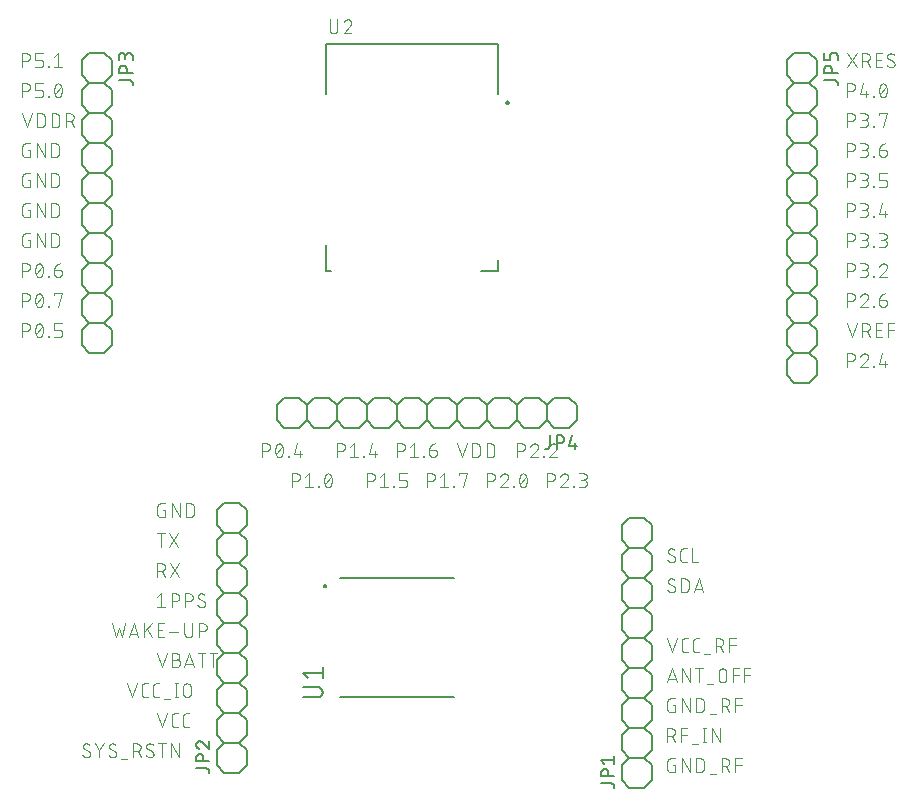
<source format=gbr>
G04 EAGLE Gerber RS-274X export*
G75*
%MOMM*%
%FSLAX34Y34*%
%LPD*%
%INSilkscreen Top*%
%IPPOS*%
%AMOC8*
5,1,8,0,0,1.08239X$1,22.5*%
G01*
%ADD10C,0.101600*%
%ADD11C,0.152400*%
%ADD12C,0.127000*%
%ADD13C,0.200000*%


D10*
X64008Y699008D02*
X64008Y710692D01*
X67254Y710692D01*
X67367Y710690D01*
X67480Y710684D01*
X67593Y710674D01*
X67706Y710660D01*
X67818Y710643D01*
X67929Y710621D01*
X68039Y710596D01*
X68149Y710566D01*
X68257Y710533D01*
X68364Y710496D01*
X68470Y710456D01*
X68574Y710411D01*
X68677Y710363D01*
X68778Y710312D01*
X68877Y710257D01*
X68974Y710199D01*
X69069Y710137D01*
X69162Y710072D01*
X69252Y710004D01*
X69340Y709933D01*
X69426Y709858D01*
X69509Y709781D01*
X69589Y709701D01*
X69666Y709618D01*
X69741Y709532D01*
X69812Y709444D01*
X69880Y709354D01*
X69945Y709261D01*
X70007Y709166D01*
X70065Y709069D01*
X70120Y708970D01*
X70171Y708869D01*
X70219Y708766D01*
X70264Y708662D01*
X70304Y708556D01*
X70341Y708449D01*
X70374Y708341D01*
X70404Y708231D01*
X70429Y708121D01*
X70451Y708010D01*
X70468Y707898D01*
X70482Y707785D01*
X70492Y707672D01*
X70498Y707559D01*
X70500Y707446D01*
X70498Y707333D01*
X70492Y707220D01*
X70482Y707107D01*
X70468Y706994D01*
X70451Y706882D01*
X70429Y706771D01*
X70404Y706661D01*
X70374Y706551D01*
X70341Y706443D01*
X70304Y706336D01*
X70264Y706230D01*
X70219Y706126D01*
X70171Y706023D01*
X70120Y705922D01*
X70065Y705823D01*
X70007Y705726D01*
X69945Y705631D01*
X69880Y705538D01*
X69812Y705448D01*
X69741Y705360D01*
X69666Y705274D01*
X69589Y705191D01*
X69509Y705111D01*
X69426Y705034D01*
X69340Y704959D01*
X69252Y704888D01*
X69162Y704820D01*
X69069Y704755D01*
X68974Y704693D01*
X68877Y704635D01*
X68778Y704580D01*
X68677Y704529D01*
X68574Y704481D01*
X68470Y704436D01*
X68364Y704396D01*
X68257Y704359D01*
X68149Y704326D01*
X68039Y704296D01*
X67929Y704271D01*
X67818Y704249D01*
X67706Y704232D01*
X67593Y704218D01*
X67480Y704208D01*
X67367Y704202D01*
X67254Y704200D01*
X67254Y704201D02*
X64008Y704201D01*
X74888Y699008D02*
X78782Y699008D01*
X78881Y699010D01*
X78981Y699016D01*
X79080Y699025D01*
X79178Y699038D01*
X79276Y699055D01*
X79374Y699076D01*
X79470Y699101D01*
X79565Y699129D01*
X79659Y699161D01*
X79752Y699196D01*
X79844Y699235D01*
X79934Y699278D01*
X80022Y699323D01*
X80109Y699373D01*
X80193Y699425D01*
X80276Y699481D01*
X80356Y699539D01*
X80434Y699601D01*
X80509Y699666D01*
X80582Y699734D01*
X80652Y699804D01*
X80720Y699877D01*
X80785Y699952D01*
X80847Y700030D01*
X80905Y700110D01*
X80961Y700193D01*
X81013Y700277D01*
X81063Y700364D01*
X81108Y700452D01*
X81151Y700542D01*
X81190Y700634D01*
X81225Y700727D01*
X81257Y700821D01*
X81285Y700916D01*
X81310Y701012D01*
X81331Y701110D01*
X81348Y701208D01*
X81361Y701306D01*
X81370Y701405D01*
X81376Y701505D01*
X81378Y701604D01*
X81379Y701604D02*
X81379Y702903D01*
X81378Y702903D02*
X81376Y703002D01*
X81370Y703102D01*
X81361Y703201D01*
X81348Y703299D01*
X81331Y703397D01*
X81310Y703495D01*
X81285Y703591D01*
X81257Y703686D01*
X81225Y703780D01*
X81190Y703873D01*
X81151Y703965D01*
X81108Y704055D01*
X81063Y704143D01*
X81013Y704230D01*
X80961Y704314D01*
X80905Y704397D01*
X80847Y704477D01*
X80785Y704555D01*
X80720Y704630D01*
X80652Y704703D01*
X80582Y704773D01*
X80509Y704841D01*
X80434Y704906D01*
X80356Y704968D01*
X80276Y705026D01*
X80193Y705082D01*
X80109Y705134D01*
X80022Y705184D01*
X79934Y705229D01*
X79844Y705272D01*
X79752Y705311D01*
X79659Y705346D01*
X79565Y705378D01*
X79470Y705406D01*
X79374Y705431D01*
X79276Y705452D01*
X79178Y705469D01*
X79080Y705482D01*
X78981Y705491D01*
X78881Y705497D01*
X78782Y705499D01*
X74888Y705499D01*
X74888Y710692D01*
X81379Y710692D01*
X85810Y699657D02*
X85810Y699008D01*
X85810Y699657D02*
X86459Y699657D01*
X86459Y699008D01*
X85810Y699008D01*
X90890Y708096D02*
X94135Y710692D01*
X94135Y699008D01*
X90890Y699008D02*
X97381Y699008D01*
X64008Y685292D02*
X64008Y673608D01*
X64008Y685292D02*
X67254Y685292D01*
X67367Y685290D01*
X67480Y685284D01*
X67593Y685274D01*
X67706Y685260D01*
X67818Y685243D01*
X67929Y685221D01*
X68039Y685196D01*
X68149Y685166D01*
X68257Y685133D01*
X68364Y685096D01*
X68470Y685056D01*
X68574Y685011D01*
X68677Y684963D01*
X68778Y684912D01*
X68877Y684857D01*
X68974Y684799D01*
X69069Y684737D01*
X69162Y684672D01*
X69252Y684604D01*
X69340Y684533D01*
X69426Y684458D01*
X69509Y684381D01*
X69589Y684301D01*
X69666Y684218D01*
X69741Y684132D01*
X69812Y684044D01*
X69880Y683954D01*
X69945Y683861D01*
X70007Y683766D01*
X70065Y683669D01*
X70120Y683570D01*
X70171Y683469D01*
X70219Y683366D01*
X70264Y683262D01*
X70304Y683156D01*
X70341Y683049D01*
X70374Y682941D01*
X70404Y682831D01*
X70429Y682721D01*
X70451Y682610D01*
X70468Y682498D01*
X70482Y682385D01*
X70492Y682272D01*
X70498Y682159D01*
X70500Y682046D01*
X70498Y681933D01*
X70492Y681820D01*
X70482Y681707D01*
X70468Y681594D01*
X70451Y681482D01*
X70429Y681371D01*
X70404Y681261D01*
X70374Y681151D01*
X70341Y681043D01*
X70304Y680936D01*
X70264Y680830D01*
X70219Y680726D01*
X70171Y680623D01*
X70120Y680522D01*
X70065Y680423D01*
X70007Y680326D01*
X69945Y680231D01*
X69880Y680138D01*
X69812Y680048D01*
X69741Y679960D01*
X69666Y679874D01*
X69589Y679791D01*
X69509Y679711D01*
X69426Y679634D01*
X69340Y679559D01*
X69252Y679488D01*
X69162Y679420D01*
X69069Y679355D01*
X68974Y679293D01*
X68877Y679235D01*
X68778Y679180D01*
X68677Y679129D01*
X68574Y679081D01*
X68470Y679036D01*
X68364Y678996D01*
X68257Y678959D01*
X68149Y678926D01*
X68039Y678896D01*
X67929Y678871D01*
X67818Y678849D01*
X67706Y678832D01*
X67593Y678818D01*
X67480Y678808D01*
X67367Y678802D01*
X67254Y678800D01*
X67254Y678801D02*
X64008Y678801D01*
X74888Y673608D02*
X78782Y673608D01*
X78881Y673610D01*
X78981Y673616D01*
X79080Y673625D01*
X79178Y673638D01*
X79276Y673655D01*
X79374Y673676D01*
X79470Y673701D01*
X79565Y673729D01*
X79659Y673761D01*
X79752Y673796D01*
X79844Y673835D01*
X79934Y673878D01*
X80022Y673923D01*
X80109Y673973D01*
X80193Y674025D01*
X80276Y674081D01*
X80356Y674139D01*
X80434Y674201D01*
X80509Y674266D01*
X80582Y674334D01*
X80652Y674404D01*
X80720Y674477D01*
X80785Y674552D01*
X80847Y674630D01*
X80905Y674710D01*
X80961Y674793D01*
X81013Y674877D01*
X81063Y674964D01*
X81108Y675052D01*
X81151Y675142D01*
X81190Y675234D01*
X81225Y675327D01*
X81257Y675421D01*
X81285Y675516D01*
X81310Y675612D01*
X81331Y675710D01*
X81348Y675808D01*
X81361Y675906D01*
X81370Y676005D01*
X81376Y676105D01*
X81378Y676204D01*
X81379Y676204D02*
X81379Y677503D01*
X81378Y677503D02*
X81376Y677602D01*
X81370Y677702D01*
X81361Y677801D01*
X81348Y677899D01*
X81331Y677997D01*
X81310Y678095D01*
X81285Y678191D01*
X81257Y678286D01*
X81225Y678380D01*
X81190Y678473D01*
X81151Y678565D01*
X81108Y678655D01*
X81063Y678743D01*
X81013Y678830D01*
X80961Y678914D01*
X80905Y678997D01*
X80847Y679077D01*
X80785Y679155D01*
X80720Y679230D01*
X80652Y679303D01*
X80582Y679373D01*
X80509Y679441D01*
X80434Y679506D01*
X80356Y679568D01*
X80276Y679626D01*
X80193Y679682D01*
X80109Y679734D01*
X80022Y679784D01*
X79934Y679829D01*
X79844Y679872D01*
X79752Y679911D01*
X79659Y679946D01*
X79565Y679978D01*
X79470Y680006D01*
X79374Y680031D01*
X79276Y680052D01*
X79178Y680069D01*
X79080Y680082D01*
X78981Y680091D01*
X78881Y680097D01*
X78782Y680099D01*
X74888Y680099D01*
X74888Y685292D01*
X81379Y685292D01*
X85810Y674257D02*
X85810Y673608D01*
X85810Y674257D02*
X86459Y674257D01*
X86459Y673608D01*
X85810Y673608D01*
X90890Y679450D02*
X90893Y679680D01*
X90901Y679910D01*
X90915Y680139D01*
X90934Y680368D01*
X90959Y680597D01*
X90989Y680824D01*
X91024Y681052D01*
X91065Y681278D01*
X91111Y681503D01*
X91163Y681727D01*
X91220Y681949D01*
X91282Y682171D01*
X91350Y682390D01*
X91423Y682608D01*
X91501Y682825D01*
X91584Y683039D01*
X91672Y683251D01*
X91765Y683461D01*
X91864Y683669D01*
X91863Y683669D02*
X91896Y683759D01*
X91932Y683848D01*
X91972Y683936D01*
X92016Y684021D01*
X92063Y684105D01*
X92113Y684187D01*
X92167Y684267D01*
X92223Y684344D01*
X92283Y684420D01*
X92346Y684493D01*
X92411Y684563D01*
X92480Y684631D01*
X92551Y684695D01*
X92624Y684757D01*
X92700Y684816D01*
X92778Y684872D01*
X92859Y684925D01*
X92941Y684974D01*
X93025Y685020D01*
X93112Y685063D01*
X93199Y685102D01*
X93289Y685138D01*
X93379Y685170D01*
X93471Y685198D01*
X93564Y685223D01*
X93658Y685244D01*
X93752Y685261D01*
X93847Y685275D01*
X93943Y685284D01*
X94039Y685290D01*
X94135Y685292D01*
X94231Y685290D01*
X94327Y685284D01*
X94423Y685275D01*
X94518Y685261D01*
X94612Y685244D01*
X94706Y685223D01*
X94799Y685198D01*
X94891Y685170D01*
X94981Y685138D01*
X95071Y685102D01*
X95158Y685063D01*
X95245Y685020D01*
X95329Y684974D01*
X95411Y684925D01*
X95492Y684872D01*
X95570Y684816D01*
X95646Y684757D01*
X95719Y684695D01*
X95790Y684631D01*
X95859Y684563D01*
X95924Y684493D01*
X95987Y684420D01*
X96047Y684344D01*
X96103Y684267D01*
X96157Y684187D01*
X96207Y684105D01*
X96254Y684021D01*
X96298Y683936D01*
X96338Y683848D01*
X96374Y683759D01*
X96407Y683669D01*
X96506Y683462D01*
X96599Y683252D01*
X96687Y683039D01*
X96770Y682825D01*
X96848Y682609D01*
X96921Y682391D01*
X96989Y682171D01*
X97051Y681950D01*
X97108Y681727D01*
X97160Y681503D01*
X97206Y681278D01*
X97247Y681052D01*
X97282Y680825D01*
X97312Y680597D01*
X97337Y680368D01*
X97356Y680139D01*
X97370Y679910D01*
X97378Y679680D01*
X97381Y679450D01*
X90889Y679450D02*
X90892Y679220D01*
X90900Y678990D01*
X90914Y678761D01*
X90933Y678532D01*
X90958Y678303D01*
X90988Y678075D01*
X91023Y677848D01*
X91064Y677622D01*
X91110Y677397D01*
X91162Y677173D01*
X91219Y676950D01*
X91281Y676729D01*
X91349Y676509D01*
X91422Y676291D01*
X91500Y676075D01*
X91583Y675861D01*
X91671Y675649D01*
X91764Y675438D01*
X91863Y675231D01*
X91896Y675141D01*
X91932Y675052D01*
X91973Y674964D01*
X92016Y674879D01*
X92063Y674795D01*
X92113Y674713D01*
X92167Y674633D01*
X92223Y674556D01*
X92283Y674480D01*
X92346Y674407D01*
X92411Y674337D01*
X92480Y674269D01*
X92551Y674205D01*
X92624Y674143D01*
X92700Y674084D01*
X92778Y674028D01*
X92859Y673975D01*
X92941Y673926D01*
X93025Y673880D01*
X93112Y673837D01*
X93199Y673798D01*
X93289Y673762D01*
X93379Y673730D01*
X93471Y673702D01*
X93564Y673677D01*
X93658Y673656D01*
X93752Y673639D01*
X93847Y673625D01*
X93943Y673616D01*
X94039Y673610D01*
X94135Y673608D01*
X96407Y675231D02*
X96506Y675438D01*
X96599Y675649D01*
X96687Y675861D01*
X96770Y676075D01*
X96848Y676291D01*
X96921Y676509D01*
X96989Y676729D01*
X97051Y676950D01*
X97108Y677173D01*
X97160Y677397D01*
X97206Y677622D01*
X97247Y677848D01*
X97282Y678075D01*
X97312Y678303D01*
X97337Y678532D01*
X97356Y678761D01*
X97370Y678990D01*
X97378Y679220D01*
X97381Y679450D01*
X96407Y675231D02*
X96374Y675141D01*
X96338Y675052D01*
X96298Y674964D01*
X96254Y674879D01*
X96207Y674795D01*
X96157Y674713D01*
X96103Y674633D01*
X96047Y674556D01*
X95987Y674480D01*
X95924Y674407D01*
X95859Y674337D01*
X95790Y674269D01*
X95719Y674205D01*
X95646Y674143D01*
X95570Y674084D01*
X95492Y674028D01*
X95411Y673975D01*
X95329Y673926D01*
X95245Y673880D01*
X95158Y673837D01*
X95071Y673798D01*
X94981Y673762D01*
X94891Y673730D01*
X94799Y673702D01*
X94706Y673677D01*
X94612Y673656D01*
X94518Y673639D01*
X94423Y673625D01*
X94327Y673616D01*
X94231Y673610D01*
X94135Y673608D01*
X91539Y676204D02*
X96732Y682696D01*
X64008Y659892D02*
X67903Y648208D01*
X71797Y659892D01*
X76468Y659892D02*
X76468Y648208D01*
X76468Y659892D02*
X79714Y659892D01*
X79827Y659890D01*
X79940Y659884D01*
X80053Y659874D01*
X80166Y659860D01*
X80278Y659843D01*
X80389Y659821D01*
X80499Y659796D01*
X80609Y659766D01*
X80717Y659733D01*
X80824Y659696D01*
X80930Y659656D01*
X81034Y659611D01*
X81137Y659563D01*
X81238Y659512D01*
X81337Y659457D01*
X81434Y659399D01*
X81529Y659337D01*
X81622Y659272D01*
X81712Y659204D01*
X81800Y659133D01*
X81886Y659058D01*
X81969Y658981D01*
X82049Y658901D01*
X82126Y658818D01*
X82201Y658732D01*
X82272Y658644D01*
X82340Y658554D01*
X82405Y658461D01*
X82467Y658366D01*
X82525Y658269D01*
X82580Y658170D01*
X82631Y658069D01*
X82679Y657966D01*
X82724Y657862D01*
X82764Y657756D01*
X82801Y657649D01*
X82834Y657541D01*
X82864Y657431D01*
X82889Y657321D01*
X82911Y657210D01*
X82928Y657098D01*
X82942Y656985D01*
X82952Y656872D01*
X82958Y656759D01*
X82960Y656646D01*
X82959Y656646D02*
X82959Y651454D01*
X82960Y651454D02*
X82958Y651341D01*
X82952Y651228D01*
X82942Y651115D01*
X82928Y651002D01*
X82911Y650890D01*
X82889Y650779D01*
X82864Y650669D01*
X82834Y650559D01*
X82801Y650451D01*
X82764Y650344D01*
X82724Y650238D01*
X82679Y650134D01*
X82631Y650031D01*
X82580Y649930D01*
X82525Y649831D01*
X82467Y649734D01*
X82405Y649639D01*
X82340Y649546D01*
X82272Y649456D01*
X82201Y649368D01*
X82126Y649282D01*
X82049Y649199D01*
X81969Y649119D01*
X81886Y649042D01*
X81800Y648967D01*
X81712Y648896D01*
X81622Y648828D01*
X81529Y648763D01*
X81434Y648701D01*
X81337Y648643D01*
X81238Y648588D01*
X81137Y648537D01*
X81034Y648489D01*
X80930Y648444D01*
X80824Y648404D01*
X80717Y648367D01*
X80609Y648334D01*
X80499Y648304D01*
X80389Y648279D01*
X80278Y648257D01*
X80166Y648240D01*
X80053Y648226D01*
X79940Y648216D01*
X79827Y648210D01*
X79714Y648208D01*
X76468Y648208D01*
X88660Y648208D02*
X88660Y659892D01*
X91906Y659892D01*
X92019Y659890D01*
X92132Y659884D01*
X92245Y659874D01*
X92358Y659860D01*
X92470Y659843D01*
X92581Y659821D01*
X92691Y659796D01*
X92801Y659766D01*
X92909Y659733D01*
X93016Y659696D01*
X93122Y659656D01*
X93226Y659611D01*
X93329Y659563D01*
X93430Y659512D01*
X93529Y659457D01*
X93626Y659399D01*
X93721Y659337D01*
X93814Y659272D01*
X93904Y659204D01*
X93992Y659133D01*
X94078Y659058D01*
X94161Y658981D01*
X94241Y658901D01*
X94318Y658818D01*
X94393Y658732D01*
X94464Y658644D01*
X94532Y658554D01*
X94597Y658461D01*
X94659Y658366D01*
X94717Y658269D01*
X94772Y658170D01*
X94823Y658069D01*
X94871Y657966D01*
X94916Y657862D01*
X94956Y657756D01*
X94993Y657649D01*
X95026Y657541D01*
X95056Y657431D01*
X95081Y657321D01*
X95103Y657210D01*
X95120Y657098D01*
X95134Y656985D01*
X95144Y656872D01*
X95150Y656759D01*
X95152Y656646D01*
X95151Y656646D02*
X95151Y651454D01*
X95152Y651454D02*
X95150Y651341D01*
X95144Y651228D01*
X95134Y651115D01*
X95120Y651002D01*
X95103Y650890D01*
X95081Y650779D01*
X95056Y650669D01*
X95026Y650559D01*
X94993Y650451D01*
X94956Y650344D01*
X94916Y650238D01*
X94871Y650134D01*
X94823Y650031D01*
X94772Y649930D01*
X94717Y649831D01*
X94659Y649734D01*
X94597Y649639D01*
X94532Y649546D01*
X94464Y649456D01*
X94393Y649368D01*
X94318Y649282D01*
X94241Y649199D01*
X94161Y649119D01*
X94078Y649042D01*
X93992Y648967D01*
X93904Y648896D01*
X93814Y648828D01*
X93721Y648763D01*
X93626Y648701D01*
X93529Y648643D01*
X93430Y648588D01*
X93329Y648537D01*
X93226Y648489D01*
X93122Y648444D01*
X93016Y648404D01*
X92909Y648367D01*
X92801Y648334D01*
X92691Y648304D01*
X92581Y648279D01*
X92470Y648257D01*
X92358Y648240D01*
X92245Y648226D01*
X92132Y648216D01*
X92019Y648210D01*
X91906Y648208D01*
X88660Y648208D01*
X100926Y648208D02*
X100926Y659892D01*
X104171Y659892D01*
X104284Y659890D01*
X104397Y659884D01*
X104510Y659874D01*
X104623Y659860D01*
X104735Y659843D01*
X104846Y659821D01*
X104956Y659796D01*
X105066Y659766D01*
X105174Y659733D01*
X105281Y659696D01*
X105387Y659656D01*
X105491Y659611D01*
X105594Y659563D01*
X105695Y659512D01*
X105794Y659457D01*
X105891Y659399D01*
X105986Y659337D01*
X106079Y659272D01*
X106169Y659204D01*
X106257Y659133D01*
X106343Y659058D01*
X106426Y658981D01*
X106506Y658901D01*
X106583Y658818D01*
X106658Y658732D01*
X106729Y658644D01*
X106797Y658554D01*
X106862Y658461D01*
X106924Y658366D01*
X106982Y658269D01*
X107037Y658170D01*
X107088Y658069D01*
X107136Y657966D01*
X107181Y657862D01*
X107221Y657756D01*
X107258Y657649D01*
X107291Y657541D01*
X107321Y657431D01*
X107346Y657321D01*
X107368Y657210D01*
X107385Y657098D01*
X107399Y656985D01*
X107409Y656872D01*
X107415Y656759D01*
X107417Y656646D01*
X107415Y656533D01*
X107409Y656420D01*
X107399Y656307D01*
X107385Y656194D01*
X107368Y656082D01*
X107346Y655971D01*
X107321Y655861D01*
X107291Y655751D01*
X107258Y655643D01*
X107221Y655536D01*
X107181Y655430D01*
X107136Y655326D01*
X107088Y655223D01*
X107037Y655122D01*
X106982Y655023D01*
X106924Y654926D01*
X106862Y654831D01*
X106797Y654738D01*
X106729Y654648D01*
X106658Y654560D01*
X106583Y654474D01*
X106506Y654391D01*
X106426Y654311D01*
X106343Y654234D01*
X106257Y654159D01*
X106169Y654088D01*
X106079Y654020D01*
X105986Y653955D01*
X105891Y653893D01*
X105794Y653835D01*
X105695Y653780D01*
X105594Y653729D01*
X105491Y653681D01*
X105387Y653636D01*
X105281Y653596D01*
X105174Y653559D01*
X105066Y653526D01*
X104956Y653496D01*
X104846Y653471D01*
X104735Y653449D01*
X104623Y653432D01*
X104510Y653418D01*
X104397Y653408D01*
X104284Y653402D01*
X104171Y653400D01*
X104171Y653401D02*
X100926Y653401D01*
X104820Y653401D02*
X107417Y648208D01*
X70499Y629299D02*
X68552Y629299D01*
X70499Y629299D02*
X70499Y622808D01*
X66604Y622808D01*
X66505Y622810D01*
X66405Y622816D01*
X66306Y622825D01*
X66208Y622838D01*
X66110Y622855D01*
X66012Y622876D01*
X65916Y622901D01*
X65821Y622929D01*
X65727Y622961D01*
X65634Y622996D01*
X65542Y623035D01*
X65452Y623078D01*
X65364Y623123D01*
X65277Y623173D01*
X65193Y623225D01*
X65110Y623281D01*
X65030Y623339D01*
X64952Y623401D01*
X64877Y623466D01*
X64804Y623534D01*
X64734Y623604D01*
X64666Y623677D01*
X64601Y623752D01*
X64539Y623830D01*
X64481Y623910D01*
X64425Y623993D01*
X64373Y624077D01*
X64323Y624164D01*
X64278Y624252D01*
X64235Y624342D01*
X64196Y624434D01*
X64161Y624527D01*
X64129Y624621D01*
X64101Y624716D01*
X64076Y624812D01*
X64055Y624910D01*
X64038Y625008D01*
X64025Y625106D01*
X64016Y625205D01*
X64010Y625305D01*
X64008Y625404D01*
X64008Y631896D01*
X64010Y631995D01*
X64016Y632095D01*
X64025Y632194D01*
X64038Y632292D01*
X64055Y632390D01*
X64076Y632488D01*
X64101Y632584D01*
X64129Y632679D01*
X64161Y632773D01*
X64196Y632866D01*
X64235Y632958D01*
X64278Y633048D01*
X64323Y633136D01*
X64373Y633223D01*
X64425Y633307D01*
X64481Y633390D01*
X64539Y633470D01*
X64601Y633548D01*
X64666Y633623D01*
X64734Y633696D01*
X64804Y633766D01*
X64877Y633834D01*
X64952Y633899D01*
X65030Y633961D01*
X65110Y634019D01*
X65193Y634075D01*
X65277Y634127D01*
X65364Y634177D01*
X65452Y634222D01*
X65542Y634265D01*
X65634Y634304D01*
X65726Y634339D01*
X65821Y634371D01*
X65916Y634399D01*
X66012Y634424D01*
X66110Y634445D01*
X66208Y634462D01*
X66306Y634475D01*
X66405Y634484D01*
X66505Y634490D01*
X66604Y634492D01*
X70499Y634492D01*
X76200Y634492D02*
X76200Y622808D01*
X82691Y622808D02*
X76200Y634492D01*
X82691Y634492D02*
X82691Y622808D01*
X88392Y622808D02*
X88392Y634492D01*
X91637Y634492D01*
X91750Y634490D01*
X91863Y634484D01*
X91976Y634474D01*
X92089Y634460D01*
X92201Y634443D01*
X92312Y634421D01*
X92422Y634396D01*
X92532Y634366D01*
X92640Y634333D01*
X92747Y634296D01*
X92853Y634256D01*
X92957Y634211D01*
X93060Y634163D01*
X93161Y634112D01*
X93260Y634057D01*
X93357Y633999D01*
X93452Y633937D01*
X93545Y633872D01*
X93635Y633804D01*
X93723Y633733D01*
X93809Y633658D01*
X93892Y633581D01*
X93972Y633501D01*
X94049Y633418D01*
X94124Y633332D01*
X94195Y633244D01*
X94263Y633154D01*
X94328Y633061D01*
X94390Y632966D01*
X94448Y632869D01*
X94503Y632770D01*
X94554Y632669D01*
X94602Y632566D01*
X94647Y632462D01*
X94687Y632356D01*
X94724Y632249D01*
X94757Y632141D01*
X94787Y632031D01*
X94812Y631921D01*
X94834Y631810D01*
X94851Y631698D01*
X94865Y631585D01*
X94875Y631472D01*
X94881Y631359D01*
X94883Y631246D01*
X94883Y626054D01*
X94884Y626054D02*
X94882Y625941D01*
X94876Y625828D01*
X94866Y625715D01*
X94852Y625602D01*
X94835Y625490D01*
X94813Y625379D01*
X94788Y625269D01*
X94758Y625159D01*
X94725Y625051D01*
X94688Y624944D01*
X94648Y624838D01*
X94603Y624734D01*
X94555Y624631D01*
X94504Y624530D01*
X94449Y624431D01*
X94391Y624334D01*
X94329Y624239D01*
X94264Y624146D01*
X94196Y624056D01*
X94125Y623968D01*
X94050Y623882D01*
X93973Y623799D01*
X93893Y623719D01*
X93810Y623642D01*
X93724Y623567D01*
X93636Y623496D01*
X93546Y623428D01*
X93453Y623363D01*
X93358Y623301D01*
X93261Y623243D01*
X93162Y623188D01*
X93061Y623137D01*
X92958Y623089D01*
X92854Y623044D01*
X92748Y623004D01*
X92641Y622967D01*
X92533Y622934D01*
X92423Y622904D01*
X92313Y622879D01*
X92202Y622857D01*
X92090Y622840D01*
X91977Y622826D01*
X91864Y622816D01*
X91751Y622810D01*
X91638Y622808D01*
X91637Y622808D02*
X88392Y622808D01*
X70499Y603899D02*
X68552Y603899D01*
X70499Y603899D02*
X70499Y597408D01*
X66604Y597408D01*
X66505Y597410D01*
X66405Y597416D01*
X66306Y597425D01*
X66208Y597438D01*
X66110Y597455D01*
X66012Y597476D01*
X65916Y597501D01*
X65821Y597529D01*
X65727Y597561D01*
X65634Y597596D01*
X65542Y597635D01*
X65452Y597678D01*
X65364Y597723D01*
X65277Y597773D01*
X65193Y597825D01*
X65110Y597881D01*
X65030Y597939D01*
X64952Y598001D01*
X64877Y598066D01*
X64804Y598134D01*
X64734Y598204D01*
X64666Y598277D01*
X64601Y598352D01*
X64539Y598430D01*
X64481Y598510D01*
X64425Y598593D01*
X64373Y598677D01*
X64323Y598764D01*
X64278Y598852D01*
X64235Y598942D01*
X64196Y599034D01*
X64161Y599127D01*
X64129Y599221D01*
X64101Y599316D01*
X64076Y599412D01*
X64055Y599510D01*
X64038Y599608D01*
X64025Y599706D01*
X64016Y599805D01*
X64010Y599905D01*
X64008Y600004D01*
X64008Y606496D01*
X64010Y606595D01*
X64016Y606695D01*
X64025Y606794D01*
X64038Y606892D01*
X64055Y606990D01*
X64076Y607088D01*
X64101Y607184D01*
X64129Y607279D01*
X64161Y607373D01*
X64196Y607466D01*
X64235Y607558D01*
X64278Y607648D01*
X64323Y607736D01*
X64373Y607823D01*
X64425Y607907D01*
X64481Y607990D01*
X64539Y608070D01*
X64601Y608148D01*
X64666Y608223D01*
X64734Y608296D01*
X64804Y608366D01*
X64877Y608434D01*
X64952Y608499D01*
X65030Y608561D01*
X65110Y608619D01*
X65193Y608675D01*
X65277Y608727D01*
X65364Y608777D01*
X65452Y608822D01*
X65542Y608865D01*
X65634Y608904D01*
X65726Y608939D01*
X65821Y608971D01*
X65916Y608999D01*
X66012Y609024D01*
X66110Y609045D01*
X66208Y609062D01*
X66306Y609075D01*
X66405Y609084D01*
X66505Y609090D01*
X66604Y609092D01*
X70499Y609092D01*
X76200Y609092D02*
X76200Y597408D01*
X82691Y597408D02*
X76200Y609092D01*
X82691Y609092D02*
X82691Y597408D01*
X88392Y597408D02*
X88392Y609092D01*
X91637Y609092D01*
X91750Y609090D01*
X91863Y609084D01*
X91976Y609074D01*
X92089Y609060D01*
X92201Y609043D01*
X92312Y609021D01*
X92422Y608996D01*
X92532Y608966D01*
X92640Y608933D01*
X92747Y608896D01*
X92853Y608856D01*
X92957Y608811D01*
X93060Y608763D01*
X93161Y608712D01*
X93260Y608657D01*
X93357Y608599D01*
X93452Y608537D01*
X93545Y608472D01*
X93635Y608404D01*
X93723Y608333D01*
X93809Y608258D01*
X93892Y608181D01*
X93972Y608101D01*
X94049Y608018D01*
X94124Y607932D01*
X94195Y607844D01*
X94263Y607754D01*
X94328Y607661D01*
X94390Y607566D01*
X94448Y607469D01*
X94503Y607370D01*
X94554Y607269D01*
X94602Y607166D01*
X94647Y607062D01*
X94687Y606956D01*
X94724Y606849D01*
X94757Y606741D01*
X94787Y606631D01*
X94812Y606521D01*
X94834Y606410D01*
X94851Y606298D01*
X94865Y606185D01*
X94875Y606072D01*
X94881Y605959D01*
X94883Y605846D01*
X94883Y600654D01*
X94884Y600654D02*
X94882Y600541D01*
X94876Y600428D01*
X94866Y600315D01*
X94852Y600202D01*
X94835Y600090D01*
X94813Y599979D01*
X94788Y599869D01*
X94758Y599759D01*
X94725Y599651D01*
X94688Y599544D01*
X94648Y599438D01*
X94603Y599334D01*
X94555Y599231D01*
X94504Y599130D01*
X94449Y599031D01*
X94391Y598934D01*
X94329Y598839D01*
X94264Y598746D01*
X94196Y598656D01*
X94125Y598568D01*
X94050Y598482D01*
X93973Y598399D01*
X93893Y598319D01*
X93810Y598242D01*
X93724Y598167D01*
X93636Y598096D01*
X93546Y598028D01*
X93453Y597963D01*
X93358Y597901D01*
X93261Y597843D01*
X93162Y597788D01*
X93061Y597737D01*
X92958Y597689D01*
X92854Y597644D01*
X92748Y597604D01*
X92641Y597567D01*
X92533Y597534D01*
X92423Y597504D01*
X92313Y597479D01*
X92202Y597457D01*
X92090Y597440D01*
X91977Y597426D01*
X91864Y597416D01*
X91751Y597410D01*
X91638Y597408D01*
X91637Y597408D02*
X88392Y597408D01*
X70499Y578499D02*
X68552Y578499D01*
X70499Y578499D02*
X70499Y572008D01*
X66604Y572008D01*
X66505Y572010D01*
X66405Y572016D01*
X66306Y572025D01*
X66208Y572038D01*
X66110Y572055D01*
X66012Y572076D01*
X65916Y572101D01*
X65821Y572129D01*
X65727Y572161D01*
X65634Y572196D01*
X65542Y572235D01*
X65452Y572278D01*
X65364Y572323D01*
X65277Y572373D01*
X65193Y572425D01*
X65110Y572481D01*
X65030Y572539D01*
X64952Y572601D01*
X64877Y572666D01*
X64804Y572734D01*
X64734Y572804D01*
X64666Y572877D01*
X64601Y572952D01*
X64539Y573030D01*
X64481Y573110D01*
X64425Y573193D01*
X64373Y573277D01*
X64323Y573364D01*
X64278Y573452D01*
X64235Y573542D01*
X64196Y573634D01*
X64161Y573727D01*
X64129Y573821D01*
X64101Y573916D01*
X64076Y574012D01*
X64055Y574110D01*
X64038Y574208D01*
X64025Y574306D01*
X64016Y574405D01*
X64010Y574505D01*
X64008Y574604D01*
X64008Y581096D01*
X64010Y581195D01*
X64016Y581295D01*
X64025Y581394D01*
X64038Y581492D01*
X64055Y581590D01*
X64076Y581688D01*
X64101Y581784D01*
X64129Y581879D01*
X64161Y581973D01*
X64196Y582066D01*
X64235Y582158D01*
X64278Y582248D01*
X64323Y582336D01*
X64373Y582423D01*
X64425Y582507D01*
X64481Y582590D01*
X64539Y582670D01*
X64601Y582748D01*
X64666Y582823D01*
X64734Y582896D01*
X64804Y582966D01*
X64877Y583034D01*
X64952Y583099D01*
X65030Y583161D01*
X65110Y583219D01*
X65193Y583275D01*
X65277Y583327D01*
X65364Y583377D01*
X65452Y583422D01*
X65542Y583465D01*
X65634Y583504D01*
X65726Y583539D01*
X65821Y583571D01*
X65916Y583599D01*
X66012Y583624D01*
X66110Y583645D01*
X66208Y583662D01*
X66306Y583675D01*
X66405Y583684D01*
X66505Y583690D01*
X66604Y583692D01*
X70499Y583692D01*
X76200Y583692D02*
X76200Y572008D01*
X82691Y572008D02*
X76200Y583692D01*
X82691Y583692D02*
X82691Y572008D01*
X88392Y572008D02*
X88392Y583692D01*
X91637Y583692D01*
X91750Y583690D01*
X91863Y583684D01*
X91976Y583674D01*
X92089Y583660D01*
X92201Y583643D01*
X92312Y583621D01*
X92422Y583596D01*
X92532Y583566D01*
X92640Y583533D01*
X92747Y583496D01*
X92853Y583456D01*
X92957Y583411D01*
X93060Y583363D01*
X93161Y583312D01*
X93260Y583257D01*
X93357Y583199D01*
X93452Y583137D01*
X93545Y583072D01*
X93635Y583004D01*
X93723Y582933D01*
X93809Y582858D01*
X93892Y582781D01*
X93972Y582701D01*
X94049Y582618D01*
X94124Y582532D01*
X94195Y582444D01*
X94263Y582354D01*
X94328Y582261D01*
X94390Y582166D01*
X94448Y582069D01*
X94503Y581970D01*
X94554Y581869D01*
X94602Y581766D01*
X94647Y581662D01*
X94687Y581556D01*
X94724Y581449D01*
X94757Y581341D01*
X94787Y581231D01*
X94812Y581121D01*
X94834Y581010D01*
X94851Y580898D01*
X94865Y580785D01*
X94875Y580672D01*
X94881Y580559D01*
X94883Y580446D01*
X94883Y575254D01*
X94884Y575254D02*
X94882Y575141D01*
X94876Y575028D01*
X94866Y574915D01*
X94852Y574802D01*
X94835Y574690D01*
X94813Y574579D01*
X94788Y574469D01*
X94758Y574359D01*
X94725Y574251D01*
X94688Y574144D01*
X94648Y574038D01*
X94603Y573934D01*
X94555Y573831D01*
X94504Y573730D01*
X94449Y573631D01*
X94391Y573534D01*
X94329Y573439D01*
X94264Y573346D01*
X94196Y573256D01*
X94125Y573168D01*
X94050Y573082D01*
X93973Y572999D01*
X93893Y572919D01*
X93810Y572842D01*
X93724Y572767D01*
X93636Y572696D01*
X93546Y572628D01*
X93453Y572563D01*
X93358Y572501D01*
X93261Y572443D01*
X93162Y572388D01*
X93061Y572337D01*
X92958Y572289D01*
X92854Y572244D01*
X92748Y572204D01*
X92641Y572167D01*
X92533Y572134D01*
X92423Y572104D01*
X92313Y572079D01*
X92202Y572057D01*
X92090Y572040D01*
X91977Y572026D01*
X91864Y572016D01*
X91751Y572010D01*
X91638Y572008D01*
X91637Y572008D02*
X88392Y572008D01*
X70499Y553099D02*
X68552Y553099D01*
X70499Y553099D02*
X70499Y546608D01*
X66604Y546608D01*
X66505Y546610D01*
X66405Y546616D01*
X66306Y546625D01*
X66208Y546638D01*
X66110Y546655D01*
X66012Y546676D01*
X65916Y546701D01*
X65821Y546729D01*
X65727Y546761D01*
X65634Y546796D01*
X65542Y546835D01*
X65452Y546878D01*
X65364Y546923D01*
X65277Y546973D01*
X65193Y547025D01*
X65110Y547081D01*
X65030Y547139D01*
X64952Y547201D01*
X64877Y547266D01*
X64804Y547334D01*
X64734Y547404D01*
X64666Y547477D01*
X64601Y547552D01*
X64539Y547630D01*
X64481Y547710D01*
X64425Y547793D01*
X64373Y547877D01*
X64323Y547964D01*
X64278Y548052D01*
X64235Y548142D01*
X64196Y548234D01*
X64161Y548327D01*
X64129Y548421D01*
X64101Y548516D01*
X64076Y548612D01*
X64055Y548710D01*
X64038Y548808D01*
X64025Y548906D01*
X64016Y549005D01*
X64010Y549105D01*
X64008Y549204D01*
X64008Y555696D01*
X64010Y555795D01*
X64016Y555895D01*
X64025Y555994D01*
X64038Y556092D01*
X64055Y556190D01*
X64076Y556288D01*
X64101Y556384D01*
X64129Y556479D01*
X64161Y556573D01*
X64196Y556666D01*
X64235Y556758D01*
X64278Y556848D01*
X64323Y556936D01*
X64373Y557023D01*
X64425Y557107D01*
X64481Y557190D01*
X64539Y557270D01*
X64601Y557348D01*
X64666Y557423D01*
X64734Y557496D01*
X64804Y557566D01*
X64877Y557634D01*
X64952Y557699D01*
X65030Y557761D01*
X65110Y557819D01*
X65193Y557875D01*
X65277Y557927D01*
X65364Y557977D01*
X65452Y558022D01*
X65542Y558065D01*
X65634Y558104D01*
X65726Y558139D01*
X65821Y558171D01*
X65916Y558199D01*
X66012Y558224D01*
X66110Y558245D01*
X66208Y558262D01*
X66306Y558275D01*
X66405Y558284D01*
X66505Y558290D01*
X66604Y558292D01*
X70499Y558292D01*
X76200Y558292D02*
X76200Y546608D01*
X82691Y546608D02*
X76200Y558292D01*
X82691Y558292D02*
X82691Y546608D01*
X88392Y546608D02*
X88392Y558292D01*
X91637Y558292D01*
X91750Y558290D01*
X91863Y558284D01*
X91976Y558274D01*
X92089Y558260D01*
X92201Y558243D01*
X92312Y558221D01*
X92422Y558196D01*
X92532Y558166D01*
X92640Y558133D01*
X92747Y558096D01*
X92853Y558056D01*
X92957Y558011D01*
X93060Y557963D01*
X93161Y557912D01*
X93260Y557857D01*
X93357Y557799D01*
X93452Y557737D01*
X93545Y557672D01*
X93635Y557604D01*
X93723Y557533D01*
X93809Y557458D01*
X93892Y557381D01*
X93972Y557301D01*
X94049Y557218D01*
X94124Y557132D01*
X94195Y557044D01*
X94263Y556954D01*
X94328Y556861D01*
X94390Y556766D01*
X94448Y556669D01*
X94503Y556570D01*
X94554Y556469D01*
X94602Y556366D01*
X94647Y556262D01*
X94687Y556156D01*
X94724Y556049D01*
X94757Y555941D01*
X94787Y555831D01*
X94812Y555721D01*
X94834Y555610D01*
X94851Y555498D01*
X94865Y555385D01*
X94875Y555272D01*
X94881Y555159D01*
X94883Y555046D01*
X94883Y549854D01*
X94884Y549854D02*
X94882Y549741D01*
X94876Y549628D01*
X94866Y549515D01*
X94852Y549402D01*
X94835Y549290D01*
X94813Y549179D01*
X94788Y549069D01*
X94758Y548959D01*
X94725Y548851D01*
X94688Y548744D01*
X94648Y548638D01*
X94603Y548534D01*
X94555Y548431D01*
X94504Y548330D01*
X94449Y548231D01*
X94391Y548134D01*
X94329Y548039D01*
X94264Y547946D01*
X94196Y547856D01*
X94125Y547768D01*
X94050Y547682D01*
X93973Y547599D01*
X93893Y547519D01*
X93810Y547442D01*
X93724Y547367D01*
X93636Y547296D01*
X93546Y547228D01*
X93453Y547163D01*
X93358Y547101D01*
X93261Y547043D01*
X93162Y546988D01*
X93061Y546937D01*
X92958Y546889D01*
X92854Y546844D01*
X92748Y546804D01*
X92641Y546767D01*
X92533Y546734D01*
X92423Y546704D01*
X92313Y546679D01*
X92202Y546657D01*
X92090Y546640D01*
X91977Y546626D01*
X91864Y546616D01*
X91751Y546610D01*
X91638Y546608D01*
X91637Y546608D02*
X88392Y546608D01*
X64008Y532892D02*
X64008Y521208D01*
X64008Y532892D02*
X67254Y532892D01*
X67367Y532890D01*
X67480Y532884D01*
X67593Y532874D01*
X67706Y532860D01*
X67818Y532843D01*
X67929Y532821D01*
X68039Y532796D01*
X68149Y532766D01*
X68257Y532733D01*
X68364Y532696D01*
X68470Y532656D01*
X68574Y532611D01*
X68677Y532563D01*
X68778Y532512D01*
X68877Y532457D01*
X68974Y532399D01*
X69069Y532337D01*
X69162Y532272D01*
X69252Y532204D01*
X69340Y532133D01*
X69426Y532058D01*
X69509Y531981D01*
X69589Y531901D01*
X69666Y531818D01*
X69741Y531732D01*
X69812Y531644D01*
X69880Y531554D01*
X69945Y531461D01*
X70007Y531366D01*
X70065Y531269D01*
X70120Y531170D01*
X70171Y531069D01*
X70219Y530966D01*
X70264Y530862D01*
X70304Y530756D01*
X70341Y530649D01*
X70374Y530541D01*
X70404Y530431D01*
X70429Y530321D01*
X70451Y530210D01*
X70468Y530098D01*
X70482Y529985D01*
X70492Y529872D01*
X70498Y529759D01*
X70500Y529646D01*
X70498Y529533D01*
X70492Y529420D01*
X70482Y529307D01*
X70468Y529194D01*
X70451Y529082D01*
X70429Y528971D01*
X70404Y528861D01*
X70374Y528751D01*
X70341Y528643D01*
X70304Y528536D01*
X70264Y528430D01*
X70219Y528326D01*
X70171Y528223D01*
X70120Y528122D01*
X70065Y528023D01*
X70007Y527926D01*
X69945Y527831D01*
X69880Y527738D01*
X69812Y527648D01*
X69741Y527560D01*
X69666Y527474D01*
X69589Y527391D01*
X69509Y527311D01*
X69426Y527234D01*
X69340Y527159D01*
X69252Y527088D01*
X69162Y527020D01*
X69069Y526955D01*
X68974Y526893D01*
X68877Y526835D01*
X68778Y526780D01*
X68677Y526729D01*
X68574Y526681D01*
X68470Y526636D01*
X68364Y526596D01*
X68257Y526559D01*
X68149Y526526D01*
X68039Y526496D01*
X67929Y526471D01*
X67818Y526449D01*
X67706Y526432D01*
X67593Y526418D01*
X67480Y526408D01*
X67367Y526402D01*
X67254Y526400D01*
X67254Y526401D02*
X64008Y526401D01*
X74888Y527050D02*
X74891Y527280D01*
X74899Y527510D01*
X74913Y527739D01*
X74932Y527968D01*
X74957Y528197D01*
X74987Y528424D01*
X75022Y528652D01*
X75063Y528878D01*
X75109Y529103D01*
X75161Y529327D01*
X75218Y529549D01*
X75280Y529771D01*
X75348Y529990D01*
X75421Y530208D01*
X75499Y530425D01*
X75582Y530639D01*
X75670Y530851D01*
X75763Y531061D01*
X75862Y531269D01*
X75861Y531269D02*
X75894Y531359D01*
X75930Y531448D01*
X75970Y531536D01*
X76014Y531621D01*
X76061Y531705D01*
X76111Y531787D01*
X76165Y531867D01*
X76221Y531944D01*
X76281Y532020D01*
X76344Y532093D01*
X76409Y532163D01*
X76478Y532231D01*
X76549Y532295D01*
X76622Y532357D01*
X76698Y532416D01*
X76776Y532472D01*
X76857Y532525D01*
X76939Y532574D01*
X77023Y532620D01*
X77110Y532663D01*
X77197Y532702D01*
X77287Y532738D01*
X77377Y532770D01*
X77469Y532798D01*
X77562Y532823D01*
X77656Y532844D01*
X77750Y532861D01*
X77845Y532875D01*
X77941Y532884D01*
X78037Y532890D01*
X78133Y532892D01*
X78229Y532890D01*
X78325Y532884D01*
X78421Y532875D01*
X78516Y532861D01*
X78610Y532844D01*
X78704Y532823D01*
X78797Y532798D01*
X78889Y532770D01*
X78979Y532738D01*
X79069Y532702D01*
X79156Y532663D01*
X79243Y532620D01*
X79327Y532574D01*
X79409Y532525D01*
X79490Y532472D01*
X79568Y532416D01*
X79644Y532357D01*
X79717Y532295D01*
X79788Y532231D01*
X79857Y532163D01*
X79922Y532093D01*
X79985Y532020D01*
X80045Y531944D01*
X80101Y531867D01*
X80155Y531787D01*
X80205Y531705D01*
X80252Y531621D01*
X80296Y531536D01*
X80336Y531448D01*
X80372Y531359D01*
X80405Y531269D01*
X80504Y531062D01*
X80597Y530852D01*
X80685Y530639D01*
X80768Y530425D01*
X80846Y530209D01*
X80919Y529991D01*
X80987Y529771D01*
X81049Y529550D01*
X81106Y529327D01*
X81158Y529103D01*
X81204Y528878D01*
X81245Y528652D01*
X81280Y528425D01*
X81310Y528197D01*
X81335Y527968D01*
X81354Y527739D01*
X81368Y527510D01*
X81376Y527280D01*
X81379Y527050D01*
X74887Y527050D02*
X74890Y526820D01*
X74898Y526590D01*
X74912Y526361D01*
X74931Y526132D01*
X74956Y525903D01*
X74986Y525675D01*
X75021Y525448D01*
X75062Y525222D01*
X75108Y524997D01*
X75160Y524773D01*
X75217Y524550D01*
X75279Y524329D01*
X75347Y524109D01*
X75420Y523891D01*
X75498Y523675D01*
X75581Y523461D01*
X75669Y523249D01*
X75762Y523038D01*
X75861Y522831D01*
X75894Y522741D01*
X75930Y522652D01*
X75971Y522564D01*
X76014Y522479D01*
X76061Y522395D01*
X76111Y522313D01*
X76165Y522233D01*
X76221Y522156D01*
X76281Y522080D01*
X76344Y522007D01*
X76409Y521937D01*
X76478Y521869D01*
X76549Y521805D01*
X76622Y521743D01*
X76698Y521684D01*
X76776Y521628D01*
X76857Y521575D01*
X76939Y521526D01*
X77023Y521480D01*
X77110Y521437D01*
X77197Y521398D01*
X77287Y521362D01*
X77377Y521330D01*
X77469Y521302D01*
X77562Y521277D01*
X77656Y521256D01*
X77750Y521239D01*
X77845Y521225D01*
X77941Y521216D01*
X78037Y521210D01*
X78133Y521208D01*
X80405Y522831D02*
X80504Y523038D01*
X80597Y523249D01*
X80685Y523461D01*
X80768Y523675D01*
X80846Y523891D01*
X80919Y524109D01*
X80987Y524329D01*
X81049Y524550D01*
X81106Y524773D01*
X81158Y524997D01*
X81204Y525222D01*
X81245Y525448D01*
X81280Y525675D01*
X81310Y525903D01*
X81335Y526132D01*
X81354Y526361D01*
X81368Y526590D01*
X81376Y526820D01*
X81379Y527050D01*
X80405Y522831D02*
X80372Y522741D01*
X80336Y522652D01*
X80296Y522564D01*
X80252Y522479D01*
X80205Y522395D01*
X80155Y522313D01*
X80101Y522233D01*
X80045Y522156D01*
X79985Y522080D01*
X79922Y522007D01*
X79857Y521937D01*
X79788Y521869D01*
X79717Y521805D01*
X79644Y521743D01*
X79568Y521684D01*
X79490Y521628D01*
X79409Y521575D01*
X79327Y521526D01*
X79243Y521480D01*
X79156Y521437D01*
X79069Y521398D01*
X78979Y521362D01*
X78889Y521330D01*
X78797Y521302D01*
X78704Y521277D01*
X78610Y521256D01*
X78516Y521239D01*
X78421Y521225D01*
X78325Y521216D01*
X78229Y521210D01*
X78133Y521208D01*
X75537Y523804D02*
X80730Y530296D01*
X85810Y521857D02*
X85810Y521208D01*
X85810Y521857D02*
X86459Y521857D01*
X86459Y521208D01*
X85810Y521208D01*
X90890Y527699D02*
X94784Y527699D01*
X94883Y527697D01*
X94983Y527691D01*
X95082Y527682D01*
X95180Y527669D01*
X95278Y527652D01*
X95376Y527631D01*
X95472Y527606D01*
X95567Y527578D01*
X95661Y527546D01*
X95754Y527511D01*
X95846Y527472D01*
X95936Y527429D01*
X96024Y527384D01*
X96111Y527334D01*
X96195Y527282D01*
X96278Y527226D01*
X96358Y527168D01*
X96436Y527106D01*
X96511Y527041D01*
X96584Y526973D01*
X96654Y526903D01*
X96722Y526830D01*
X96787Y526755D01*
X96849Y526677D01*
X96907Y526597D01*
X96963Y526514D01*
X97015Y526430D01*
X97065Y526343D01*
X97110Y526255D01*
X97153Y526165D01*
X97192Y526073D01*
X97227Y525980D01*
X97259Y525886D01*
X97287Y525791D01*
X97312Y525695D01*
X97333Y525597D01*
X97350Y525499D01*
X97363Y525401D01*
X97372Y525302D01*
X97378Y525202D01*
X97380Y525103D01*
X97381Y525103D02*
X97381Y524454D01*
X97379Y524341D01*
X97373Y524228D01*
X97363Y524115D01*
X97349Y524002D01*
X97332Y523890D01*
X97310Y523779D01*
X97285Y523669D01*
X97255Y523559D01*
X97222Y523451D01*
X97185Y523344D01*
X97145Y523238D01*
X97100Y523134D01*
X97052Y523031D01*
X97001Y522930D01*
X96946Y522831D01*
X96888Y522734D01*
X96826Y522639D01*
X96761Y522546D01*
X96693Y522456D01*
X96622Y522368D01*
X96547Y522282D01*
X96470Y522199D01*
X96390Y522119D01*
X96307Y522042D01*
X96221Y521967D01*
X96133Y521896D01*
X96043Y521828D01*
X95950Y521763D01*
X95855Y521701D01*
X95758Y521643D01*
X95659Y521588D01*
X95558Y521537D01*
X95455Y521489D01*
X95351Y521444D01*
X95245Y521404D01*
X95138Y521367D01*
X95030Y521334D01*
X94920Y521304D01*
X94810Y521279D01*
X94699Y521257D01*
X94587Y521240D01*
X94474Y521226D01*
X94361Y521216D01*
X94248Y521210D01*
X94135Y521208D01*
X94022Y521210D01*
X93909Y521216D01*
X93796Y521226D01*
X93683Y521240D01*
X93571Y521257D01*
X93460Y521279D01*
X93350Y521304D01*
X93240Y521334D01*
X93132Y521367D01*
X93025Y521404D01*
X92919Y521444D01*
X92815Y521489D01*
X92712Y521537D01*
X92611Y521588D01*
X92512Y521643D01*
X92415Y521701D01*
X92320Y521763D01*
X92227Y521828D01*
X92137Y521896D01*
X92049Y521967D01*
X91963Y522042D01*
X91880Y522119D01*
X91800Y522199D01*
X91723Y522282D01*
X91648Y522368D01*
X91577Y522456D01*
X91509Y522546D01*
X91444Y522639D01*
X91382Y522734D01*
X91324Y522831D01*
X91269Y522930D01*
X91218Y523031D01*
X91170Y523134D01*
X91125Y523238D01*
X91085Y523344D01*
X91048Y523451D01*
X91015Y523559D01*
X90985Y523669D01*
X90960Y523779D01*
X90938Y523890D01*
X90921Y524002D01*
X90907Y524115D01*
X90897Y524228D01*
X90891Y524341D01*
X90889Y524454D01*
X90890Y524454D02*
X90890Y527699D01*
X90889Y527699D02*
X90891Y527842D01*
X90897Y527985D01*
X90907Y528128D01*
X90921Y528270D01*
X90938Y528412D01*
X90960Y528554D01*
X90985Y528695D01*
X91015Y528835D01*
X91048Y528974D01*
X91085Y529112D01*
X91126Y529249D01*
X91170Y529385D01*
X91219Y529520D01*
X91271Y529653D01*
X91326Y529785D01*
X91386Y529915D01*
X91449Y530044D01*
X91515Y530171D01*
X91585Y530295D01*
X91658Y530418D01*
X91735Y530539D01*
X91815Y530658D01*
X91898Y530774D01*
X91984Y530889D01*
X92073Y531000D01*
X92166Y531110D01*
X92261Y531216D01*
X92360Y531320D01*
X92461Y531421D01*
X92565Y531520D01*
X92671Y531615D01*
X92781Y531708D01*
X92892Y531797D01*
X93007Y531883D01*
X93123Y531966D01*
X93242Y532046D01*
X93363Y532123D01*
X93485Y532196D01*
X93610Y532266D01*
X93737Y532332D01*
X93866Y532395D01*
X93996Y532455D01*
X94128Y532510D01*
X94261Y532562D01*
X94396Y532611D01*
X94532Y532655D01*
X94669Y532696D01*
X94807Y532733D01*
X94946Y532766D01*
X95086Y532796D01*
X95227Y532821D01*
X95369Y532843D01*
X95511Y532860D01*
X95653Y532874D01*
X95796Y532884D01*
X95939Y532890D01*
X96082Y532892D01*
X64008Y507492D02*
X64008Y495808D01*
X64008Y507492D02*
X67254Y507492D01*
X67367Y507490D01*
X67480Y507484D01*
X67593Y507474D01*
X67706Y507460D01*
X67818Y507443D01*
X67929Y507421D01*
X68039Y507396D01*
X68149Y507366D01*
X68257Y507333D01*
X68364Y507296D01*
X68470Y507256D01*
X68574Y507211D01*
X68677Y507163D01*
X68778Y507112D01*
X68877Y507057D01*
X68974Y506999D01*
X69069Y506937D01*
X69162Y506872D01*
X69252Y506804D01*
X69340Y506733D01*
X69426Y506658D01*
X69509Y506581D01*
X69589Y506501D01*
X69666Y506418D01*
X69741Y506332D01*
X69812Y506244D01*
X69880Y506154D01*
X69945Y506061D01*
X70007Y505966D01*
X70065Y505869D01*
X70120Y505770D01*
X70171Y505669D01*
X70219Y505566D01*
X70264Y505462D01*
X70304Y505356D01*
X70341Y505249D01*
X70374Y505141D01*
X70404Y505031D01*
X70429Y504921D01*
X70451Y504810D01*
X70468Y504698D01*
X70482Y504585D01*
X70492Y504472D01*
X70498Y504359D01*
X70500Y504246D01*
X70498Y504133D01*
X70492Y504020D01*
X70482Y503907D01*
X70468Y503794D01*
X70451Y503682D01*
X70429Y503571D01*
X70404Y503461D01*
X70374Y503351D01*
X70341Y503243D01*
X70304Y503136D01*
X70264Y503030D01*
X70219Y502926D01*
X70171Y502823D01*
X70120Y502722D01*
X70065Y502623D01*
X70007Y502526D01*
X69945Y502431D01*
X69880Y502338D01*
X69812Y502248D01*
X69741Y502160D01*
X69666Y502074D01*
X69589Y501991D01*
X69509Y501911D01*
X69426Y501834D01*
X69340Y501759D01*
X69252Y501688D01*
X69162Y501620D01*
X69069Y501555D01*
X68974Y501493D01*
X68877Y501435D01*
X68778Y501380D01*
X68677Y501329D01*
X68574Y501281D01*
X68470Y501236D01*
X68364Y501196D01*
X68257Y501159D01*
X68149Y501126D01*
X68039Y501096D01*
X67929Y501071D01*
X67818Y501049D01*
X67706Y501032D01*
X67593Y501018D01*
X67480Y501008D01*
X67367Y501002D01*
X67254Y501000D01*
X67254Y501001D02*
X64008Y501001D01*
X74888Y501650D02*
X74891Y501880D01*
X74899Y502110D01*
X74913Y502339D01*
X74932Y502568D01*
X74957Y502797D01*
X74987Y503024D01*
X75022Y503252D01*
X75063Y503478D01*
X75109Y503703D01*
X75161Y503927D01*
X75218Y504149D01*
X75280Y504371D01*
X75348Y504590D01*
X75421Y504808D01*
X75499Y505025D01*
X75582Y505239D01*
X75670Y505451D01*
X75763Y505661D01*
X75862Y505869D01*
X75861Y505869D02*
X75894Y505959D01*
X75930Y506048D01*
X75970Y506136D01*
X76014Y506221D01*
X76061Y506305D01*
X76111Y506387D01*
X76165Y506467D01*
X76221Y506544D01*
X76281Y506620D01*
X76344Y506693D01*
X76409Y506763D01*
X76478Y506831D01*
X76549Y506895D01*
X76622Y506957D01*
X76698Y507016D01*
X76776Y507072D01*
X76857Y507125D01*
X76939Y507174D01*
X77023Y507220D01*
X77110Y507263D01*
X77197Y507302D01*
X77287Y507338D01*
X77377Y507370D01*
X77469Y507398D01*
X77562Y507423D01*
X77656Y507444D01*
X77750Y507461D01*
X77845Y507475D01*
X77941Y507484D01*
X78037Y507490D01*
X78133Y507492D01*
X78229Y507490D01*
X78325Y507484D01*
X78421Y507475D01*
X78516Y507461D01*
X78610Y507444D01*
X78704Y507423D01*
X78797Y507398D01*
X78889Y507370D01*
X78979Y507338D01*
X79069Y507302D01*
X79156Y507263D01*
X79243Y507220D01*
X79327Y507174D01*
X79409Y507125D01*
X79490Y507072D01*
X79568Y507016D01*
X79644Y506957D01*
X79717Y506895D01*
X79788Y506831D01*
X79857Y506763D01*
X79922Y506693D01*
X79985Y506620D01*
X80045Y506544D01*
X80101Y506467D01*
X80155Y506387D01*
X80205Y506305D01*
X80252Y506221D01*
X80296Y506136D01*
X80336Y506048D01*
X80372Y505959D01*
X80405Y505869D01*
X80504Y505662D01*
X80597Y505452D01*
X80685Y505239D01*
X80768Y505025D01*
X80846Y504809D01*
X80919Y504591D01*
X80987Y504371D01*
X81049Y504150D01*
X81106Y503927D01*
X81158Y503703D01*
X81204Y503478D01*
X81245Y503252D01*
X81280Y503025D01*
X81310Y502797D01*
X81335Y502568D01*
X81354Y502339D01*
X81368Y502110D01*
X81376Y501880D01*
X81379Y501650D01*
X74887Y501650D02*
X74890Y501420D01*
X74898Y501190D01*
X74912Y500961D01*
X74931Y500732D01*
X74956Y500503D01*
X74986Y500275D01*
X75021Y500048D01*
X75062Y499822D01*
X75108Y499597D01*
X75160Y499373D01*
X75217Y499150D01*
X75279Y498929D01*
X75347Y498709D01*
X75420Y498491D01*
X75498Y498275D01*
X75581Y498061D01*
X75669Y497849D01*
X75762Y497638D01*
X75861Y497431D01*
X75894Y497341D01*
X75930Y497252D01*
X75971Y497164D01*
X76014Y497079D01*
X76061Y496995D01*
X76111Y496913D01*
X76165Y496833D01*
X76221Y496756D01*
X76281Y496680D01*
X76344Y496607D01*
X76409Y496537D01*
X76478Y496469D01*
X76549Y496405D01*
X76622Y496343D01*
X76698Y496284D01*
X76776Y496228D01*
X76857Y496175D01*
X76939Y496126D01*
X77023Y496080D01*
X77110Y496037D01*
X77197Y495998D01*
X77287Y495962D01*
X77377Y495930D01*
X77469Y495902D01*
X77562Y495877D01*
X77656Y495856D01*
X77750Y495839D01*
X77845Y495825D01*
X77941Y495816D01*
X78037Y495810D01*
X78133Y495808D01*
X80405Y497431D02*
X80504Y497638D01*
X80597Y497849D01*
X80685Y498061D01*
X80768Y498275D01*
X80846Y498491D01*
X80919Y498709D01*
X80987Y498929D01*
X81049Y499150D01*
X81106Y499373D01*
X81158Y499597D01*
X81204Y499822D01*
X81245Y500048D01*
X81280Y500275D01*
X81310Y500503D01*
X81335Y500732D01*
X81354Y500961D01*
X81368Y501190D01*
X81376Y501420D01*
X81379Y501650D01*
X80405Y497431D02*
X80372Y497341D01*
X80336Y497252D01*
X80296Y497164D01*
X80252Y497079D01*
X80205Y496995D01*
X80155Y496913D01*
X80101Y496833D01*
X80045Y496756D01*
X79985Y496680D01*
X79922Y496607D01*
X79857Y496537D01*
X79788Y496469D01*
X79717Y496405D01*
X79644Y496343D01*
X79568Y496284D01*
X79490Y496228D01*
X79409Y496175D01*
X79327Y496126D01*
X79243Y496080D01*
X79156Y496037D01*
X79069Y495998D01*
X78979Y495962D01*
X78889Y495930D01*
X78797Y495902D01*
X78704Y495877D01*
X78610Y495856D01*
X78516Y495839D01*
X78421Y495825D01*
X78325Y495816D01*
X78229Y495810D01*
X78133Y495808D01*
X75537Y498404D02*
X80730Y504896D01*
X85810Y496457D02*
X85810Y495808D01*
X85810Y496457D02*
X86459Y496457D01*
X86459Y495808D01*
X85810Y495808D01*
X90890Y506194D02*
X90890Y507492D01*
X97381Y507492D01*
X94135Y495808D01*
X64008Y482092D02*
X64008Y470408D01*
X64008Y482092D02*
X67254Y482092D01*
X67367Y482090D01*
X67480Y482084D01*
X67593Y482074D01*
X67706Y482060D01*
X67818Y482043D01*
X67929Y482021D01*
X68039Y481996D01*
X68149Y481966D01*
X68257Y481933D01*
X68364Y481896D01*
X68470Y481856D01*
X68574Y481811D01*
X68677Y481763D01*
X68778Y481712D01*
X68877Y481657D01*
X68974Y481599D01*
X69069Y481537D01*
X69162Y481472D01*
X69252Y481404D01*
X69340Y481333D01*
X69426Y481258D01*
X69509Y481181D01*
X69589Y481101D01*
X69666Y481018D01*
X69741Y480932D01*
X69812Y480844D01*
X69880Y480754D01*
X69945Y480661D01*
X70007Y480566D01*
X70065Y480469D01*
X70120Y480370D01*
X70171Y480269D01*
X70219Y480166D01*
X70264Y480062D01*
X70304Y479956D01*
X70341Y479849D01*
X70374Y479741D01*
X70404Y479631D01*
X70429Y479521D01*
X70451Y479410D01*
X70468Y479298D01*
X70482Y479185D01*
X70492Y479072D01*
X70498Y478959D01*
X70500Y478846D01*
X70498Y478733D01*
X70492Y478620D01*
X70482Y478507D01*
X70468Y478394D01*
X70451Y478282D01*
X70429Y478171D01*
X70404Y478061D01*
X70374Y477951D01*
X70341Y477843D01*
X70304Y477736D01*
X70264Y477630D01*
X70219Y477526D01*
X70171Y477423D01*
X70120Y477322D01*
X70065Y477223D01*
X70007Y477126D01*
X69945Y477031D01*
X69880Y476938D01*
X69812Y476848D01*
X69741Y476760D01*
X69666Y476674D01*
X69589Y476591D01*
X69509Y476511D01*
X69426Y476434D01*
X69340Y476359D01*
X69252Y476288D01*
X69162Y476220D01*
X69069Y476155D01*
X68974Y476093D01*
X68877Y476035D01*
X68778Y475980D01*
X68677Y475929D01*
X68574Y475881D01*
X68470Y475836D01*
X68364Y475796D01*
X68257Y475759D01*
X68149Y475726D01*
X68039Y475696D01*
X67929Y475671D01*
X67818Y475649D01*
X67706Y475632D01*
X67593Y475618D01*
X67480Y475608D01*
X67367Y475602D01*
X67254Y475600D01*
X67254Y475601D02*
X64008Y475601D01*
X74888Y476250D02*
X74891Y476480D01*
X74899Y476710D01*
X74913Y476939D01*
X74932Y477168D01*
X74957Y477397D01*
X74987Y477624D01*
X75022Y477852D01*
X75063Y478078D01*
X75109Y478303D01*
X75161Y478527D01*
X75218Y478749D01*
X75280Y478971D01*
X75348Y479190D01*
X75421Y479408D01*
X75499Y479625D01*
X75582Y479839D01*
X75670Y480051D01*
X75763Y480261D01*
X75862Y480469D01*
X75861Y480469D02*
X75894Y480559D01*
X75930Y480648D01*
X75970Y480736D01*
X76014Y480821D01*
X76061Y480905D01*
X76111Y480987D01*
X76165Y481067D01*
X76221Y481144D01*
X76281Y481220D01*
X76344Y481293D01*
X76409Y481363D01*
X76478Y481431D01*
X76549Y481495D01*
X76622Y481557D01*
X76698Y481616D01*
X76776Y481672D01*
X76857Y481725D01*
X76939Y481774D01*
X77023Y481820D01*
X77110Y481863D01*
X77197Y481902D01*
X77287Y481938D01*
X77377Y481970D01*
X77469Y481998D01*
X77562Y482023D01*
X77656Y482044D01*
X77750Y482061D01*
X77845Y482075D01*
X77941Y482084D01*
X78037Y482090D01*
X78133Y482092D01*
X78229Y482090D01*
X78325Y482084D01*
X78421Y482075D01*
X78516Y482061D01*
X78610Y482044D01*
X78704Y482023D01*
X78797Y481998D01*
X78889Y481970D01*
X78979Y481938D01*
X79069Y481902D01*
X79156Y481863D01*
X79243Y481820D01*
X79327Y481774D01*
X79409Y481725D01*
X79490Y481672D01*
X79568Y481616D01*
X79644Y481557D01*
X79717Y481495D01*
X79788Y481431D01*
X79857Y481363D01*
X79922Y481293D01*
X79985Y481220D01*
X80045Y481144D01*
X80101Y481067D01*
X80155Y480987D01*
X80205Y480905D01*
X80252Y480821D01*
X80296Y480736D01*
X80336Y480648D01*
X80372Y480559D01*
X80405Y480469D01*
X80504Y480262D01*
X80597Y480052D01*
X80685Y479839D01*
X80768Y479625D01*
X80846Y479409D01*
X80919Y479191D01*
X80987Y478971D01*
X81049Y478750D01*
X81106Y478527D01*
X81158Y478303D01*
X81204Y478078D01*
X81245Y477852D01*
X81280Y477625D01*
X81310Y477397D01*
X81335Y477168D01*
X81354Y476939D01*
X81368Y476710D01*
X81376Y476480D01*
X81379Y476250D01*
X74887Y476250D02*
X74890Y476020D01*
X74898Y475790D01*
X74912Y475561D01*
X74931Y475332D01*
X74956Y475103D01*
X74986Y474875D01*
X75021Y474648D01*
X75062Y474422D01*
X75108Y474197D01*
X75160Y473973D01*
X75217Y473750D01*
X75279Y473529D01*
X75347Y473309D01*
X75420Y473091D01*
X75498Y472875D01*
X75581Y472661D01*
X75669Y472449D01*
X75762Y472238D01*
X75861Y472031D01*
X75894Y471941D01*
X75930Y471852D01*
X75971Y471764D01*
X76014Y471679D01*
X76061Y471595D01*
X76111Y471513D01*
X76165Y471433D01*
X76221Y471356D01*
X76281Y471280D01*
X76344Y471207D01*
X76409Y471137D01*
X76478Y471069D01*
X76549Y471005D01*
X76622Y470943D01*
X76698Y470884D01*
X76776Y470828D01*
X76857Y470775D01*
X76939Y470726D01*
X77023Y470680D01*
X77110Y470637D01*
X77197Y470598D01*
X77287Y470562D01*
X77377Y470530D01*
X77469Y470502D01*
X77562Y470477D01*
X77656Y470456D01*
X77750Y470439D01*
X77845Y470425D01*
X77941Y470416D01*
X78037Y470410D01*
X78133Y470408D01*
X80405Y472031D02*
X80504Y472238D01*
X80597Y472449D01*
X80685Y472661D01*
X80768Y472875D01*
X80846Y473091D01*
X80919Y473309D01*
X80987Y473529D01*
X81049Y473750D01*
X81106Y473973D01*
X81158Y474197D01*
X81204Y474422D01*
X81245Y474648D01*
X81280Y474875D01*
X81310Y475103D01*
X81335Y475332D01*
X81354Y475561D01*
X81368Y475790D01*
X81376Y476020D01*
X81379Y476250D01*
X80405Y472031D02*
X80372Y471941D01*
X80336Y471852D01*
X80296Y471764D01*
X80252Y471679D01*
X80205Y471595D01*
X80155Y471513D01*
X80101Y471433D01*
X80045Y471356D01*
X79985Y471280D01*
X79922Y471207D01*
X79857Y471137D01*
X79788Y471069D01*
X79717Y471005D01*
X79644Y470943D01*
X79568Y470884D01*
X79490Y470828D01*
X79409Y470775D01*
X79327Y470726D01*
X79243Y470680D01*
X79156Y470637D01*
X79069Y470598D01*
X78979Y470562D01*
X78889Y470530D01*
X78797Y470502D01*
X78704Y470477D01*
X78610Y470456D01*
X78516Y470439D01*
X78421Y470425D01*
X78325Y470416D01*
X78229Y470410D01*
X78133Y470408D01*
X75537Y473004D02*
X80730Y479496D01*
X85810Y471057D02*
X85810Y470408D01*
X85810Y471057D02*
X86459Y471057D01*
X86459Y470408D01*
X85810Y470408D01*
X90890Y470408D02*
X94784Y470408D01*
X94883Y470410D01*
X94983Y470416D01*
X95082Y470425D01*
X95180Y470438D01*
X95278Y470455D01*
X95376Y470476D01*
X95472Y470501D01*
X95567Y470529D01*
X95661Y470561D01*
X95754Y470596D01*
X95846Y470635D01*
X95936Y470678D01*
X96024Y470723D01*
X96111Y470773D01*
X96195Y470825D01*
X96278Y470881D01*
X96358Y470939D01*
X96436Y471001D01*
X96511Y471066D01*
X96584Y471134D01*
X96654Y471204D01*
X96722Y471277D01*
X96787Y471352D01*
X96849Y471430D01*
X96907Y471510D01*
X96963Y471593D01*
X97015Y471677D01*
X97065Y471764D01*
X97110Y471852D01*
X97153Y471942D01*
X97192Y472034D01*
X97227Y472127D01*
X97259Y472221D01*
X97287Y472316D01*
X97312Y472412D01*
X97333Y472510D01*
X97350Y472608D01*
X97363Y472706D01*
X97372Y472805D01*
X97378Y472905D01*
X97380Y473004D01*
X97381Y473004D02*
X97381Y474303D01*
X97380Y474303D02*
X97378Y474402D01*
X97372Y474502D01*
X97363Y474601D01*
X97350Y474699D01*
X97333Y474797D01*
X97312Y474895D01*
X97287Y474991D01*
X97259Y475086D01*
X97227Y475180D01*
X97192Y475273D01*
X97153Y475365D01*
X97110Y475455D01*
X97065Y475543D01*
X97015Y475630D01*
X96963Y475714D01*
X96907Y475797D01*
X96849Y475877D01*
X96787Y475955D01*
X96722Y476030D01*
X96654Y476103D01*
X96584Y476173D01*
X96511Y476241D01*
X96436Y476306D01*
X96358Y476368D01*
X96278Y476426D01*
X96195Y476482D01*
X96111Y476534D01*
X96024Y476584D01*
X95936Y476629D01*
X95846Y476672D01*
X95754Y476711D01*
X95661Y476746D01*
X95567Y476778D01*
X95472Y476806D01*
X95376Y476831D01*
X95278Y476852D01*
X95180Y476869D01*
X95082Y476882D01*
X94983Y476891D01*
X94883Y476897D01*
X94784Y476899D01*
X90890Y476899D01*
X90890Y482092D01*
X97381Y482092D01*
X267208Y380492D02*
X267208Y368808D01*
X267208Y380492D02*
X270454Y380492D01*
X270567Y380490D01*
X270680Y380484D01*
X270793Y380474D01*
X270906Y380460D01*
X271018Y380443D01*
X271129Y380421D01*
X271239Y380396D01*
X271349Y380366D01*
X271457Y380333D01*
X271564Y380296D01*
X271670Y380256D01*
X271774Y380211D01*
X271877Y380163D01*
X271978Y380112D01*
X272077Y380057D01*
X272174Y379999D01*
X272269Y379937D01*
X272362Y379872D01*
X272452Y379804D01*
X272540Y379733D01*
X272626Y379658D01*
X272709Y379581D01*
X272789Y379501D01*
X272866Y379418D01*
X272941Y379332D01*
X273012Y379244D01*
X273080Y379154D01*
X273145Y379061D01*
X273207Y378966D01*
X273265Y378869D01*
X273320Y378770D01*
X273371Y378669D01*
X273419Y378566D01*
X273464Y378462D01*
X273504Y378356D01*
X273541Y378249D01*
X273574Y378141D01*
X273604Y378031D01*
X273629Y377921D01*
X273651Y377810D01*
X273668Y377698D01*
X273682Y377585D01*
X273692Y377472D01*
X273698Y377359D01*
X273700Y377246D01*
X273698Y377133D01*
X273692Y377020D01*
X273682Y376907D01*
X273668Y376794D01*
X273651Y376682D01*
X273629Y376571D01*
X273604Y376461D01*
X273574Y376351D01*
X273541Y376243D01*
X273504Y376136D01*
X273464Y376030D01*
X273419Y375926D01*
X273371Y375823D01*
X273320Y375722D01*
X273265Y375623D01*
X273207Y375526D01*
X273145Y375431D01*
X273080Y375338D01*
X273012Y375248D01*
X272941Y375160D01*
X272866Y375074D01*
X272789Y374991D01*
X272709Y374911D01*
X272626Y374834D01*
X272540Y374759D01*
X272452Y374688D01*
X272362Y374620D01*
X272269Y374555D01*
X272174Y374493D01*
X272077Y374435D01*
X271978Y374380D01*
X271877Y374329D01*
X271774Y374281D01*
X271670Y374236D01*
X271564Y374196D01*
X271457Y374159D01*
X271349Y374126D01*
X271239Y374096D01*
X271129Y374071D01*
X271018Y374049D01*
X270906Y374032D01*
X270793Y374018D01*
X270680Y374008D01*
X270567Y374002D01*
X270454Y374000D01*
X270454Y374001D02*
X267208Y374001D01*
X278088Y374650D02*
X278091Y374880D01*
X278099Y375110D01*
X278113Y375339D01*
X278132Y375568D01*
X278157Y375797D01*
X278187Y376024D01*
X278222Y376252D01*
X278263Y376478D01*
X278309Y376703D01*
X278361Y376927D01*
X278418Y377149D01*
X278480Y377371D01*
X278548Y377590D01*
X278621Y377808D01*
X278699Y378025D01*
X278782Y378239D01*
X278870Y378451D01*
X278963Y378661D01*
X279062Y378869D01*
X279061Y378869D02*
X279094Y378959D01*
X279130Y379048D01*
X279170Y379136D01*
X279214Y379221D01*
X279261Y379305D01*
X279311Y379387D01*
X279365Y379467D01*
X279421Y379544D01*
X279481Y379620D01*
X279544Y379693D01*
X279609Y379763D01*
X279678Y379831D01*
X279749Y379895D01*
X279822Y379957D01*
X279898Y380016D01*
X279976Y380072D01*
X280057Y380125D01*
X280139Y380174D01*
X280223Y380220D01*
X280310Y380263D01*
X280397Y380302D01*
X280487Y380338D01*
X280577Y380370D01*
X280669Y380398D01*
X280762Y380423D01*
X280856Y380444D01*
X280950Y380461D01*
X281045Y380475D01*
X281141Y380484D01*
X281237Y380490D01*
X281333Y380492D01*
X281429Y380490D01*
X281525Y380484D01*
X281621Y380475D01*
X281716Y380461D01*
X281810Y380444D01*
X281904Y380423D01*
X281997Y380398D01*
X282089Y380370D01*
X282179Y380338D01*
X282269Y380302D01*
X282356Y380263D01*
X282443Y380220D01*
X282527Y380174D01*
X282609Y380125D01*
X282690Y380072D01*
X282768Y380016D01*
X282844Y379957D01*
X282917Y379895D01*
X282988Y379831D01*
X283057Y379763D01*
X283122Y379693D01*
X283185Y379620D01*
X283245Y379544D01*
X283301Y379467D01*
X283355Y379387D01*
X283405Y379305D01*
X283452Y379221D01*
X283496Y379136D01*
X283536Y379048D01*
X283572Y378959D01*
X283605Y378869D01*
X283704Y378662D01*
X283797Y378452D01*
X283885Y378239D01*
X283968Y378025D01*
X284046Y377809D01*
X284119Y377591D01*
X284187Y377371D01*
X284249Y377150D01*
X284306Y376927D01*
X284358Y376703D01*
X284404Y376478D01*
X284445Y376252D01*
X284480Y376025D01*
X284510Y375797D01*
X284535Y375568D01*
X284554Y375339D01*
X284568Y375110D01*
X284576Y374880D01*
X284579Y374650D01*
X278087Y374650D02*
X278090Y374420D01*
X278098Y374190D01*
X278112Y373961D01*
X278131Y373732D01*
X278156Y373503D01*
X278186Y373275D01*
X278221Y373048D01*
X278262Y372822D01*
X278308Y372597D01*
X278360Y372373D01*
X278417Y372150D01*
X278479Y371929D01*
X278547Y371709D01*
X278620Y371491D01*
X278698Y371275D01*
X278781Y371061D01*
X278869Y370849D01*
X278962Y370638D01*
X279061Y370431D01*
X279094Y370341D01*
X279130Y370252D01*
X279171Y370164D01*
X279214Y370079D01*
X279261Y369995D01*
X279311Y369913D01*
X279365Y369833D01*
X279421Y369756D01*
X279481Y369680D01*
X279544Y369607D01*
X279609Y369537D01*
X279678Y369469D01*
X279749Y369405D01*
X279822Y369343D01*
X279898Y369284D01*
X279976Y369228D01*
X280057Y369175D01*
X280139Y369126D01*
X280223Y369080D01*
X280310Y369037D01*
X280397Y368998D01*
X280487Y368962D01*
X280577Y368930D01*
X280669Y368902D01*
X280762Y368877D01*
X280856Y368856D01*
X280950Y368839D01*
X281045Y368825D01*
X281141Y368816D01*
X281237Y368810D01*
X281333Y368808D01*
X283605Y370431D02*
X283704Y370638D01*
X283797Y370849D01*
X283885Y371061D01*
X283968Y371275D01*
X284046Y371491D01*
X284119Y371709D01*
X284187Y371929D01*
X284249Y372150D01*
X284306Y372373D01*
X284358Y372597D01*
X284404Y372822D01*
X284445Y373048D01*
X284480Y373275D01*
X284510Y373503D01*
X284535Y373732D01*
X284554Y373961D01*
X284568Y374190D01*
X284576Y374420D01*
X284579Y374650D01*
X283605Y370431D02*
X283572Y370341D01*
X283536Y370252D01*
X283496Y370164D01*
X283452Y370079D01*
X283405Y369995D01*
X283355Y369913D01*
X283301Y369833D01*
X283245Y369756D01*
X283185Y369680D01*
X283122Y369607D01*
X283057Y369537D01*
X282988Y369469D01*
X282917Y369405D01*
X282844Y369343D01*
X282768Y369284D01*
X282690Y369228D01*
X282609Y369175D01*
X282527Y369126D01*
X282443Y369080D01*
X282356Y369037D01*
X282269Y368998D01*
X282179Y368962D01*
X282089Y368930D01*
X281997Y368902D01*
X281904Y368877D01*
X281810Y368856D01*
X281716Y368839D01*
X281621Y368825D01*
X281525Y368816D01*
X281429Y368810D01*
X281333Y368808D01*
X278737Y371404D02*
X283930Y377896D01*
X289010Y369457D02*
X289010Y368808D01*
X289010Y369457D02*
X289659Y369457D01*
X289659Y368808D01*
X289010Y368808D01*
X294090Y371404D02*
X296686Y380492D01*
X294090Y371404D02*
X300581Y371404D01*
X298633Y368808D02*
X298633Y374001D01*
X292608Y355092D02*
X292608Y343408D01*
X292608Y355092D02*
X295854Y355092D01*
X295967Y355090D01*
X296080Y355084D01*
X296193Y355074D01*
X296306Y355060D01*
X296418Y355043D01*
X296529Y355021D01*
X296639Y354996D01*
X296749Y354966D01*
X296857Y354933D01*
X296964Y354896D01*
X297070Y354856D01*
X297174Y354811D01*
X297277Y354763D01*
X297378Y354712D01*
X297477Y354657D01*
X297574Y354599D01*
X297669Y354537D01*
X297762Y354472D01*
X297852Y354404D01*
X297940Y354333D01*
X298026Y354258D01*
X298109Y354181D01*
X298189Y354101D01*
X298266Y354018D01*
X298341Y353932D01*
X298412Y353844D01*
X298480Y353754D01*
X298545Y353661D01*
X298607Y353566D01*
X298665Y353469D01*
X298720Y353370D01*
X298771Y353269D01*
X298819Y353166D01*
X298864Y353062D01*
X298904Y352956D01*
X298941Y352849D01*
X298974Y352741D01*
X299004Y352631D01*
X299029Y352521D01*
X299051Y352410D01*
X299068Y352298D01*
X299082Y352185D01*
X299092Y352072D01*
X299098Y351959D01*
X299100Y351846D01*
X299098Y351733D01*
X299092Y351620D01*
X299082Y351507D01*
X299068Y351394D01*
X299051Y351282D01*
X299029Y351171D01*
X299004Y351061D01*
X298974Y350951D01*
X298941Y350843D01*
X298904Y350736D01*
X298864Y350630D01*
X298819Y350526D01*
X298771Y350423D01*
X298720Y350322D01*
X298665Y350223D01*
X298607Y350126D01*
X298545Y350031D01*
X298480Y349938D01*
X298412Y349848D01*
X298341Y349760D01*
X298266Y349674D01*
X298189Y349591D01*
X298109Y349511D01*
X298026Y349434D01*
X297940Y349359D01*
X297852Y349288D01*
X297762Y349220D01*
X297669Y349155D01*
X297574Y349093D01*
X297477Y349035D01*
X297378Y348980D01*
X297277Y348929D01*
X297174Y348881D01*
X297070Y348836D01*
X296964Y348796D01*
X296857Y348759D01*
X296749Y348726D01*
X296639Y348696D01*
X296529Y348671D01*
X296418Y348649D01*
X296306Y348632D01*
X296193Y348618D01*
X296080Y348608D01*
X295967Y348602D01*
X295854Y348600D01*
X295854Y348601D02*
X292608Y348601D01*
X303488Y352496D02*
X306733Y355092D01*
X306733Y343408D01*
X303488Y343408D02*
X309979Y343408D01*
X314410Y343408D02*
X314410Y344057D01*
X315059Y344057D01*
X315059Y343408D01*
X314410Y343408D01*
X319490Y349250D02*
X319493Y349480D01*
X319501Y349710D01*
X319515Y349939D01*
X319534Y350168D01*
X319559Y350397D01*
X319589Y350624D01*
X319624Y350852D01*
X319665Y351078D01*
X319711Y351303D01*
X319763Y351527D01*
X319820Y351749D01*
X319882Y351971D01*
X319950Y352190D01*
X320023Y352408D01*
X320101Y352625D01*
X320184Y352839D01*
X320272Y353051D01*
X320365Y353261D01*
X320464Y353469D01*
X320463Y353469D02*
X320496Y353559D01*
X320532Y353648D01*
X320572Y353736D01*
X320616Y353821D01*
X320663Y353905D01*
X320713Y353987D01*
X320767Y354067D01*
X320823Y354144D01*
X320883Y354220D01*
X320946Y354293D01*
X321011Y354363D01*
X321080Y354431D01*
X321151Y354495D01*
X321224Y354557D01*
X321300Y354616D01*
X321378Y354672D01*
X321459Y354725D01*
X321541Y354774D01*
X321625Y354820D01*
X321712Y354863D01*
X321799Y354902D01*
X321889Y354938D01*
X321979Y354970D01*
X322071Y354998D01*
X322164Y355023D01*
X322258Y355044D01*
X322352Y355061D01*
X322447Y355075D01*
X322543Y355084D01*
X322639Y355090D01*
X322735Y355092D01*
X322831Y355090D01*
X322927Y355084D01*
X323023Y355075D01*
X323118Y355061D01*
X323212Y355044D01*
X323306Y355023D01*
X323399Y354998D01*
X323491Y354970D01*
X323581Y354938D01*
X323671Y354902D01*
X323758Y354863D01*
X323845Y354820D01*
X323929Y354774D01*
X324011Y354725D01*
X324092Y354672D01*
X324170Y354616D01*
X324246Y354557D01*
X324319Y354495D01*
X324390Y354431D01*
X324459Y354363D01*
X324524Y354293D01*
X324587Y354220D01*
X324647Y354144D01*
X324703Y354067D01*
X324757Y353987D01*
X324807Y353905D01*
X324854Y353821D01*
X324898Y353736D01*
X324938Y353648D01*
X324974Y353559D01*
X325007Y353469D01*
X325106Y353262D01*
X325199Y353052D01*
X325287Y352839D01*
X325370Y352625D01*
X325448Y352409D01*
X325521Y352191D01*
X325589Y351971D01*
X325651Y351750D01*
X325708Y351527D01*
X325760Y351303D01*
X325806Y351078D01*
X325847Y350852D01*
X325882Y350625D01*
X325912Y350397D01*
X325937Y350168D01*
X325956Y349939D01*
X325970Y349710D01*
X325978Y349480D01*
X325981Y349250D01*
X319489Y349250D02*
X319492Y349020D01*
X319500Y348790D01*
X319514Y348561D01*
X319533Y348332D01*
X319558Y348103D01*
X319588Y347875D01*
X319623Y347648D01*
X319664Y347422D01*
X319710Y347197D01*
X319762Y346973D01*
X319819Y346750D01*
X319881Y346529D01*
X319949Y346309D01*
X320022Y346091D01*
X320100Y345875D01*
X320183Y345661D01*
X320271Y345449D01*
X320364Y345238D01*
X320463Y345031D01*
X320496Y344941D01*
X320532Y344852D01*
X320573Y344764D01*
X320616Y344679D01*
X320663Y344595D01*
X320713Y344513D01*
X320767Y344433D01*
X320823Y344356D01*
X320883Y344280D01*
X320946Y344207D01*
X321011Y344137D01*
X321080Y344069D01*
X321151Y344005D01*
X321224Y343943D01*
X321300Y343884D01*
X321378Y343828D01*
X321459Y343775D01*
X321541Y343726D01*
X321625Y343680D01*
X321712Y343637D01*
X321799Y343598D01*
X321889Y343562D01*
X321979Y343530D01*
X322071Y343502D01*
X322164Y343477D01*
X322258Y343456D01*
X322352Y343439D01*
X322447Y343425D01*
X322543Y343416D01*
X322639Y343410D01*
X322735Y343408D01*
X325007Y345031D02*
X325106Y345238D01*
X325199Y345449D01*
X325287Y345661D01*
X325370Y345875D01*
X325448Y346091D01*
X325521Y346309D01*
X325589Y346529D01*
X325651Y346750D01*
X325708Y346973D01*
X325760Y347197D01*
X325806Y347422D01*
X325847Y347648D01*
X325882Y347875D01*
X325912Y348103D01*
X325937Y348332D01*
X325956Y348561D01*
X325970Y348790D01*
X325978Y349020D01*
X325981Y349250D01*
X325007Y345031D02*
X324974Y344941D01*
X324938Y344852D01*
X324898Y344764D01*
X324854Y344679D01*
X324807Y344595D01*
X324757Y344513D01*
X324703Y344433D01*
X324647Y344356D01*
X324587Y344280D01*
X324524Y344207D01*
X324459Y344137D01*
X324390Y344069D01*
X324319Y344005D01*
X324246Y343943D01*
X324170Y343884D01*
X324092Y343828D01*
X324011Y343775D01*
X323929Y343726D01*
X323845Y343680D01*
X323758Y343637D01*
X323671Y343598D01*
X323581Y343562D01*
X323491Y343530D01*
X323399Y343502D01*
X323306Y343477D01*
X323212Y343456D01*
X323118Y343439D01*
X323023Y343425D01*
X322927Y343416D01*
X322831Y343410D01*
X322735Y343408D01*
X320139Y346004D02*
X325332Y352496D01*
X330708Y368808D02*
X330708Y380492D01*
X333954Y380492D01*
X334067Y380490D01*
X334180Y380484D01*
X334293Y380474D01*
X334406Y380460D01*
X334518Y380443D01*
X334629Y380421D01*
X334739Y380396D01*
X334849Y380366D01*
X334957Y380333D01*
X335064Y380296D01*
X335170Y380256D01*
X335274Y380211D01*
X335377Y380163D01*
X335478Y380112D01*
X335577Y380057D01*
X335674Y379999D01*
X335769Y379937D01*
X335862Y379872D01*
X335952Y379804D01*
X336040Y379733D01*
X336126Y379658D01*
X336209Y379581D01*
X336289Y379501D01*
X336366Y379418D01*
X336441Y379332D01*
X336512Y379244D01*
X336580Y379154D01*
X336645Y379061D01*
X336707Y378966D01*
X336765Y378869D01*
X336820Y378770D01*
X336871Y378669D01*
X336919Y378566D01*
X336964Y378462D01*
X337004Y378356D01*
X337041Y378249D01*
X337074Y378141D01*
X337104Y378031D01*
X337129Y377921D01*
X337151Y377810D01*
X337168Y377698D01*
X337182Y377585D01*
X337192Y377472D01*
X337198Y377359D01*
X337200Y377246D01*
X337198Y377133D01*
X337192Y377020D01*
X337182Y376907D01*
X337168Y376794D01*
X337151Y376682D01*
X337129Y376571D01*
X337104Y376461D01*
X337074Y376351D01*
X337041Y376243D01*
X337004Y376136D01*
X336964Y376030D01*
X336919Y375926D01*
X336871Y375823D01*
X336820Y375722D01*
X336765Y375623D01*
X336707Y375526D01*
X336645Y375431D01*
X336580Y375338D01*
X336512Y375248D01*
X336441Y375160D01*
X336366Y375074D01*
X336289Y374991D01*
X336209Y374911D01*
X336126Y374834D01*
X336040Y374759D01*
X335952Y374688D01*
X335862Y374620D01*
X335769Y374555D01*
X335674Y374493D01*
X335577Y374435D01*
X335478Y374380D01*
X335377Y374329D01*
X335274Y374281D01*
X335170Y374236D01*
X335064Y374196D01*
X334957Y374159D01*
X334849Y374126D01*
X334739Y374096D01*
X334629Y374071D01*
X334518Y374049D01*
X334406Y374032D01*
X334293Y374018D01*
X334180Y374008D01*
X334067Y374002D01*
X333954Y374000D01*
X333954Y374001D02*
X330708Y374001D01*
X341588Y377896D02*
X344833Y380492D01*
X344833Y368808D01*
X341588Y368808D02*
X348079Y368808D01*
X352510Y368808D02*
X352510Y369457D01*
X353159Y369457D01*
X353159Y368808D01*
X352510Y368808D01*
X357590Y371404D02*
X360186Y380492D01*
X357590Y371404D02*
X364081Y371404D01*
X362133Y368808D02*
X362133Y374001D01*
X356108Y355092D02*
X356108Y343408D01*
X356108Y355092D02*
X359354Y355092D01*
X359467Y355090D01*
X359580Y355084D01*
X359693Y355074D01*
X359806Y355060D01*
X359918Y355043D01*
X360029Y355021D01*
X360139Y354996D01*
X360249Y354966D01*
X360357Y354933D01*
X360464Y354896D01*
X360570Y354856D01*
X360674Y354811D01*
X360777Y354763D01*
X360878Y354712D01*
X360977Y354657D01*
X361074Y354599D01*
X361169Y354537D01*
X361262Y354472D01*
X361352Y354404D01*
X361440Y354333D01*
X361526Y354258D01*
X361609Y354181D01*
X361689Y354101D01*
X361766Y354018D01*
X361841Y353932D01*
X361912Y353844D01*
X361980Y353754D01*
X362045Y353661D01*
X362107Y353566D01*
X362165Y353469D01*
X362220Y353370D01*
X362271Y353269D01*
X362319Y353166D01*
X362364Y353062D01*
X362404Y352956D01*
X362441Y352849D01*
X362474Y352741D01*
X362504Y352631D01*
X362529Y352521D01*
X362551Y352410D01*
X362568Y352298D01*
X362582Y352185D01*
X362592Y352072D01*
X362598Y351959D01*
X362600Y351846D01*
X362598Y351733D01*
X362592Y351620D01*
X362582Y351507D01*
X362568Y351394D01*
X362551Y351282D01*
X362529Y351171D01*
X362504Y351061D01*
X362474Y350951D01*
X362441Y350843D01*
X362404Y350736D01*
X362364Y350630D01*
X362319Y350526D01*
X362271Y350423D01*
X362220Y350322D01*
X362165Y350223D01*
X362107Y350126D01*
X362045Y350031D01*
X361980Y349938D01*
X361912Y349848D01*
X361841Y349760D01*
X361766Y349674D01*
X361689Y349591D01*
X361609Y349511D01*
X361526Y349434D01*
X361440Y349359D01*
X361352Y349288D01*
X361262Y349220D01*
X361169Y349155D01*
X361074Y349093D01*
X360977Y349035D01*
X360878Y348980D01*
X360777Y348929D01*
X360674Y348881D01*
X360570Y348836D01*
X360464Y348796D01*
X360357Y348759D01*
X360249Y348726D01*
X360139Y348696D01*
X360029Y348671D01*
X359918Y348649D01*
X359806Y348632D01*
X359693Y348618D01*
X359580Y348608D01*
X359467Y348602D01*
X359354Y348600D01*
X359354Y348601D02*
X356108Y348601D01*
X366988Y352496D02*
X370233Y355092D01*
X370233Y343408D01*
X366988Y343408D02*
X373479Y343408D01*
X377910Y343408D02*
X377910Y344057D01*
X378559Y344057D01*
X378559Y343408D01*
X377910Y343408D01*
X382990Y343408D02*
X386884Y343408D01*
X386983Y343410D01*
X387083Y343416D01*
X387182Y343425D01*
X387280Y343438D01*
X387378Y343455D01*
X387476Y343476D01*
X387572Y343501D01*
X387667Y343529D01*
X387761Y343561D01*
X387854Y343596D01*
X387946Y343635D01*
X388036Y343678D01*
X388124Y343723D01*
X388211Y343773D01*
X388295Y343825D01*
X388378Y343881D01*
X388458Y343939D01*
X388536Y344001D01*
X388611Y344066D01*
X388684Y344134D01*
X388754Y344204D01*
X388822Y344277D01*
X388887Y344352D01*
X388949Y344430D01*
X389007Y344510D01*
X389063Y344593D01*
X389115Y344677D01*
X389165Y344764D01*
X389210Y344852D01*
X389253Y344942D01*
X389292Y345034D01*
X389327Y345127D01*
X389359Y345221D01*
X389387Y345316D01*
X389412Y345412D01*
X389433Y345510D01*
X389450Y345608D01*
X389463Y345706D01*
X389472Y345805D01*
X389478Y345905D01*
X389480Y346004D01*
X389481Y346004D02*
X389481Y347303D01*
X389480Y347303D02*
X389478Y347402D01*
X389472Y347502D01*
X389463Y347601D01*
X389450Y347699D01*
X389433Y347797D01*
X389412Y347895D01*
X389387Y347991D01*
X389359Y348086D01*
X389327Y348180D01*
X389292Y348273D01*
X389253Y348365D01*
X389210Y348455D01*
X389165Y348543D01*
X389115Y348630D01*
X389063Y348714D01*
X389007Y348797D01*
X388949Y348877D01*
X388887Y348955D01*
X388822Y349030D01*
X388754Y349103D01*
X388684Y349173D01*
X388611Y349241D01*
X388536Y349306D01*
X388458Y349368D01*
X388378Y349426D01*
X388295Y349482D01*
X388211Y349534D01*
X388124Y349584D01*
X388036Y349629D01*
X387946Y349672D01*
X387854Y349711D01*
X387761Y349746D01*
X387667Y349778D01*
X387572Y349806D01*
X387476Y349831D01*
X387378Y349852D01*
X387280Y349869D01*
X387182Y349882D01*
X387083Y349891D01*
X386983Y349897D01*
X386884Y349899D01*
X382990Y349899D01*
X382990Y355092D01*
X389481Y355092D01*
X381508Y368808D02*
X381508Y380492D01*
X384754Y380492D01*
X384867Y380490D01*
X384980Y380484D01*
X385093Y380474D01*
X385206Y380460D01*
X385318Y380443D01*
X385429Y380421D01*
X385539Y380396D01*
X385649Y380366D01*
X385757Y380333D01*
X385864Y380296D01*
X385970Y380256D01*
X386074Y380211D01*
X386177Y380163D01*
X386278Y380112D01*
X386377Y380057D01*
X386474Y379999D01*
X386569Y379937D01*
X386662Y379872D01*
X386752Y379804D01*
X386840Y379733D01*
X386926Y379658D01*
X387009Y379581D01*
X387089Y379501D01*
X387166Y379418D01*
X387241Y379332D01*
X387312Y379244D01*
X387380Y379154D01*
X387445Y379061D01*
X387507Y378966D01*
X387565Y378869D01*
X387620Y378770D01*
X387671Y378669D01*
X387719Y378566D01*
X387764Y378462D01*
X387804Y378356D01*
X387841Y378249D01*
X387874Y378141D01*
X387904Y378031D01*
X387929Y377921D01*
X387951Y377810D01*
X387968Y377698D01*
X387982Y377585D01*
X387992Y377472D01*
X387998Y377359D01*
X388000Y377246D01*
X387998Y377133D01*
X387992Y377020D01*
X387982Y376907D01*
X387968Y376794D01*
X387951Y376682D01*
X387929Y376571D01*
X387904Y376461D01*
X387874Y376351D01*
X387841Y376243D01*
X387804Y376136D01*
X387764Y376030D01*
X387719Y375926D01*
X387671Y375823D01*
X387620Y375722D01*
X387565Y375623D01*
X387507Y375526D01*
X387445Y375431D01*
X387380Y375338D01*
X387312Y375248D01*
X387241Y375160D01*
X387166Y375074D01*
X387089Y374991D01*
X387009Y374911D01*
X386926Y374834D01*
X386840Y374759D01*
X386752Y374688D01*
X386662Y374620D01*
X386569Y374555D01*
X386474Y374493D01*
X386377Y374435D01*
X386278Y374380D01*
X386177Y374329D01*
X386074Y374281D01*
X385970Y374236D01*
X385864Y374196D01*
X385757Y374159D01*
X385649Y374126D01*
X385539Y374096D01*
X385429Y374071D01*
X385318Y374049D01*
X385206Y374032D01*
X385093Y374018D01*
X384980Y374008D01*
X384867Y374002D01*
X384754Y374000D01*
X384754Y374001D02*
X381508Y374001D01*
X392388Y377896D02*
X395633Y380492D01*
X395633Y368808D01*
X392388Y368808D02*
X398879Y368808D01*
X403310Y368808D02*
X403310Y369457D01*
X403959Y369457D01*
X403959Y368808D01*
X403310Y368808D01*
X408390Y375299D02*
X412284Y375299D01*
X412383Y375297D01*
X412483Y375291D01*
X412582Y375282D01*
X412680Y375269D01*
X412778Y375252D01*
X412876Y375231D01*
X412972Y375206D01*
X413067Y375178D01*
X413161Y375146D01*
X413254Y375111D01*
X413346Y375072D01*
X413436Y375029D01*
X413524Y374984D01*
X413611Y374934D01*
X413695Y374882D01*
X413778Y374826D01*
X413858Y374768D01*
X413936Y374706D01*
X414011Y374641D01*
X414084Y374573D01*
X414154Y374503D01*
X414222Y374430D01*
X414287Y374355D01*
X414349Y374277D01*
X414407Y374197D01*
X414463Y374114D01*
X414515Y374030D01*
X414565Y373943D01*
X414610Y373855D01*
X414653Y373765D01*
X414692Y373673D01*
X414727Y373580D01*
X414759Y373486D01*
X414787Y373391D01*
X414812Y373295D01*
X414833Y373197D01*
X414850Y373099D01*
X414863Y373001D01*
X414872Y372902D01*
X414878Y372802D01*
X414880Y372703D01*
X414881Y372703D02*
X414881Y372054D01*
X414879Y371941D01*
X414873Y371828D01*
X414863Y371715D01*
X414849Y371602D01*
X414832Y371490D01*
X414810Y371379D01*
X414785Y371269D01*
X414755Y371159D01*
X414722Y371051D01*
X414685Y370944D01*
X414645Y370838D01*
X414600Y370734D01*
X414552Y370631D01*
X414501Y370530D01*
X414446Y370431D01*
X414388Y370334D01*
X414326Y370239D01*
X414261Y370146D01*
X414193Y370056D01*
X414122Y369968D01*
X414047Y369882D01*
X413970Y369799D01*
X413890Y369719D01*
X413807Y369642D01*
X413721Y369567D01*
X413633Y369496D01*
X413543Y369428D01*
X413450Y369363D01*
X413355Y369301D01*
X413258Y369243D01*
X413159Y369188D01*
X413058Y369137D01*
X412955Y369089D01*
X412851Y369044D01*
X412745Y369004D01*
X412638Y368967D01*
X412530Y368934D01*
X412420Y368904D01*
X412310Y368879D01*
X412199Y368857D01*
X412087Y368840D01*
X411974Y368826D01*
X411861Y368816D01*
X411748Y368810D01*
X411635Y368808D01*
X411522Y368810D01*
X411409Y368816D01*
X411296Y368826D01*
X411183Y368840D01*
X411071Y368857D01*
X410960Y368879D01*
X410850Y368904D01*
X410740Y368934D01*
X410632Y368967D01*
X410525Y369004D01*
X410419Y369044D01*
X410315Y369089D01*
X410212Y369137D01*
X410111Y369188D01*
X410012Y369243D01*
X409915Y369301D01*
X409820Y369363D01*
X409727Y369428D01*
X409637Y369496D01*
X409549Y369567D01*
X409463Y369642D01*
X409380Y369719D01*
X409300Y369799D01*
X409223Y369882D01*
X409148Y369968D01*
X409077Y370056D01*
X409009Y370146D01*
X408944Y370239D01*
X408882Y370334D01*
X408824Y370431D01*
X408769Y370530D01*
X408718Y370631D01*
X408670Y370734D01*
X408625Y370838D01*
X408585Y370944D01*
X408548Y371051D01*
X408515Y371159D01*
X408485Y371269D01*
X408460Y371379D01*
X408438Y371490D01*
X408421Y371602D01*
X408407Y371715D01*
X408397Y371828D01*
X408391Y371941D01*
X408389Y372054D01*
X408390Y372054D02*
X408390Y375299D01*
X408389Y375299D02*
X408391Y375442D01*
X408397Y375585D01*
X408407Y375728D01*
X408421Y375870D01*
X408438Y376012D01*
X408460Y376154D01*
X408485Y376295D01*
X408515Y376435D01*
X408548Y376574D01*
X408585Y376712D01*
X408626Y376849D01*
X408670Y376985D01*
X408719Y377120D01*
X408771Y377253D01*
X408826Y377385D01*
X408886Y377515D01*
X408949Y377644D01*
X409015Y377771D01*
X409085Y377895D01*
X409158Y378018D01*
X409235Y378139D01*
X409315Y378258D01*
X409398Y378374D01*
X409484Y378489D01*
X409573Y378600D01*
X409666Y378710D01*
X409761Y378816D01*
X409860Y378920D01*
X409961Y379021D01*
X410065Y379120D01*
X410171Y379215D01*
X410281Y379308D01*
X410392Y379397D01*
X410507Y379483D01*
X410623Y379566D01*
X410742Y379646D01*
X410863Y379723D01*
X410985Y379796D01*
X411110Y379866D01*
X411237Y379932D01*
X411366Y379995D01*
X411496Y380055D01*
X411628Y380110D01*
X411761Y380162D01*
X411896Y380211D01*
X412032Y380255D01*
X412169Y380296D01*
X412307Y380333D01*
X412446Y380366D01*
X412586Y380396D01*
X412727Y380421D01*
X412869Y380443D01*
X413011Y380460D01*
X413153Y380474D01*
X413296Y380484D01*
X413439Y380490D01*
X413582Y380492D01*
X406908Y355092D02*
X406908Y343408D01*
X406908Y355092D02*
X410154Y355092D01*
X410267Y355090D01*
X410380Y355084D01*
X410493Y355074D01*
X410606Y355060D01*
X410718Y355043D01*
X410829Y355021D01*
X410939Y354996D01*
X411049Y354966D01*
X411157Y354933D01*
X411264Y354896D01*
X411370Y354856D01*
X411474Y354811D01*
X411577Y354763D01*
X411678Y354712D01*
X411777Y354657D01*
X411874Y354599D01*
X411969Y354537D01*
X412062Y354472D01*
X412152Y354404D01*
X412240Y354333D01*
X412326Y354258D01*
X412409Y354181D01*
X412489Y354101D01*
X412566Y354018D01*
X412641Y353932D01*
X412712Y353844D01*
X412780Y353754D01*
X412845Y353661D01*
X412907Y353566D01*
X412965Y353469D01*
X413020Y353370D01*
X413071Y353269D01*
X413119Y353166D01*
X413164Y353062D01*
X413204Y352956D01*
X413241Y352849D01*
X413274Y352741D01*
X413304Y352631D01*
X413329Y352521D01*
X413351Y352410D01*
X413368Y352298D01*
X413382Y352185D01*
X413392Y352072D01*
X413398Y351959D01*
X413400Y351846D01*
X413398Y351733D01*
X413392Y351620D01*
X413382Y351507D01*
X413368Y351394D01*
X413351Y351282D01*
X413329Y351171D01*
X413304Y351061D01*
X413274Y350951D01*
X413241Y350843D01*
X413204Y350736D01*
X413164Y350630D01*
X413119Y350526D01*
X413071Y350423D01*
X413020Y350322D01*
X412965Y350223D01*
X412907Y350126D01*
X412845Y350031D01*
X412780Y349938D01*
X412712Y349848D01*
X412641Y349760D01*
X412566Y349674D01*
X412489Y349591D01*
X412409Y349511D01*
X412326Y349434D01*
X412240Y349359D01*
X412152Y349288D01*
X412062Y349220D01*
X411969Y349155D01*
X411874Y349093D01*
X411777Y349035D01*
X411678Y348980D01*
X411577Y348929D01*
X411474Y348881D01*
X411370Y348836D01*
X411264Y348796D01*
X411157Y348759D01*
X411049Y348726D01*
X410939Y348696D01*
X410829Y348671D01*
X410718Y348649D01*
X410606Y348632D01*
X410493Y348618D01*
X410380Y348608D01*
X410267Y348602D01*
X410154Y348600D01*
X410154Y348601D02*
X406908Y348601D01*
X417788Y352496D02*
X421033Y355092D01*
X421033Y343408D01*
X417788Y343408D02*
X424279Y343408D01*
X428710Y343408D02*
X428710Y344057D01*
X429359Y344057D01*
X429359Y343408D01*
X428710Y343408D01*
X433790Y353794D02*
X433790Y355092D01*
X440281Y355092D01*
X437035Y343408D01*
X436203Y368808D02*
X432308Y380492D01*
X440097Y380492D02*
X436203Y368808D01*
X444768Y368808D02*
X444768Y380492D01*
X448014Y380492D01*
X448127Y380490D01*
X448240Y380484D01*
X448353Y380474D01*
X448466Y380460D01*
X448578Y380443D01*
X448689Y380421D01*
X448799Y380396D01*
X448909Y380366D01*
X449017Y380333D01*
X449124Y380296D01*
X449230Y380256D01*
X449334Y380211D01*
X449437Y380163D01*
X449538Y380112D01*
X449637Y380057D01*
X449734Y379999D01*
X449829Y379937D01*
X449922Y379872D01*
X450012Y379804D01*
X450100Y379733D01*
X450186Y379658D01*
X450269Y379581D01*
X450349Y379501D01*
X450426Y379418D01*
X450501Y379332D01*
X450572Y379244D01*
X450640Y379154D01*
X450705Y379061D01*
X450767Y378966D01*
X450825Y378869D01*
X450880Y378770D01*
X450931Y378669D01*
X450979Y378566D01*
X451024Y378462D01*
X451064Y378356D01*
X451101Y378249D01*
X451134Y378141D01*
X451164Y378031D01*
X451189Y377921D01*
X451211Y377810D01*
X451228Y377698D01*
X451242Y377585D01*
X451252Y377472D01*
X451258Y377359D01*
X451260Y377246D01*
X451259Y377246D02*
X451259Y372054D01*
X451260Y372054D02*
X451258Y371941D01*
X451252Y371828D01*
X451242Y371715D01*
X451228Y371602D01*
X451211Y371490D01*
X451189Y371379D01*
X451164Y371269D01*
X451134Y371159D01*
X451101Y371051D01*
X451064Y370944D01*
X451024Y370838D01*
X450979Y370734D01*
X450931Y370631D01*
X450880Y370530D01*
X450825Y370431D01*
X450767Y370334D01*
X450705Y370239D01*
X450640Y370146D01*
X450572Y370056D01*
X450501Y369968D01*
X450426Y369882D01*
X450349Y369799D01*
X450269Y369719D01*
X450186Y369642D01*
X450100Y369567D01*
X450012Y369496D01*
X449922Y369428D01*
X449829Y369363D01*
X449734Y369301D01*
X449637Y369243D01*
X449538Y369188D01*
X449437Y369137D01*
X449334Y369089D01*
X449230Y369044D01*
X449124Y369004D01*
X449017Y368967D01*
X448909Y368934D01*
X448799Y368904D01*
X448689Y368879D01*
X448578Y368857D01*
X448466Y368840D01*
X448353Y368826D01*
X448240Y368816D01*
X448127Y368810D01*
X448014Y368808D01*
X444768Y368808D01*
X456960Y368808D02*
X456960Y380492D01*
X460206Y380492D01*
X460319Y380490D01*
X460432Y380484D01*
X460545Y380474D01*
X460658Y380460D01*
X460770Y380443D01*
X460881Y380421D01*
X460991Y380396D01*
X461101Y380366D01*
X461209Y380333D01*
X461316Y380296D01*
X461422Y380256D01*
X461526Y380211D01*
X461629Y380163D01*
X461730Y380112D01*
X461829Y380057D01*
X461926Y379999D01*
X462021Y379937D01*
X462114Y379872D01*
X462204Y379804D01*
X462292Y379733D01*
X462378Y379658D01*
X462461Y379581D01*
X462541Y379501D01*
X462618Y379418D01*
X462693Y379332D01*
X462764Y379244D01*
X462832Y379154D01*
X462897Y379061D01*
X462959Y378966D01*
X463017Y378869D01*
X463072Y378770D01*
X463123Y378669D01*
X463171Y378566D01*
X463216Y378462D01*
X463256Y378356D01*
X463293Y378249D01*
X463326Y378141D01*
X463356Y378031D01*
X463381Y377921D01*
X463403Y377810D01*
X463420Y377698D01*
X463434Y377585D01*
X463444Y377472D01*
X463450Y377359D01*
X463452Y377246D01*
X463451Y377246D02*
X463451Y372054D01*
X463452Y372054D02*
X463450Y371941D01*
X463444Y371828D01*
X463434Y371715D01*
X463420Y371602D01*
X463403Y371490D01*
X463381Y371379D01*
X463356Y371269D01*
X463326Y371159D01*
X463293Y371051D01*
X463256Y370944D01*
X463216Y370838D01*
X463171Y370734D01*
X463123Y370631D01*
X463072Y370530D01*
X463017Y370431D01*
X462959Y370334D01*
X462897Y370239D01*
X462832Y370146D01*
X462764Y370056D01*
X462693Y369968D01*
X462618Y369882D01*
X462541Y369799D01*
X462461Y369719D01*
X462378Y369642D01*
X462292Y369567D01*
X462204Y369496D01*
X462114Y369428D01*
X462021Y369363D01*
X461926Y369301D01*
X461829Y369243D01*
X461730Y369188D01*
X461629Y369137D01*
X461526Y369089D01*
X461422Y369044D01*
X461316Y369004D01*
X461209Y368967D01*
X461101Y368934D01*
X460991Y368904D01*
X460881Y368879D01*
X460770Y368857D01*
X460658Y368840D01*
X460545Y368826D01*
X460432Y368816D01*
X460319Y368810D01*
X460206Y368808D01*
X456960Y368808D01*
X457708Y355092D02*
X457708Y343408D01*
X457708Y355092D02*
X460954Y355092D01*
X461067Y355090D01*
X461180Y355084D01*
X461293Y355074D01*
X461406Y355060D01*
X461518Y355043D01*
X461629Y355021D01*
X461739Y354996D01*
X461849Y354966D01*
X461957Y354933D01*
X462064Y354896D01*
X462170Y354856D01*
X462274Y354811D01*
X462377Y354763D01*
X462478Y354712D01*
X462577Y354657D01*
X462674Y354599D01*
X462769Y354537D01*
X462862Y354472D01*
X462952Y354404D01*
X463040Y354333D01*
X463126Y354258D01*
X463209Y354181D01*
X463289Y354101D01*
X463366Y354018D01*
X463441Y353932D01*
X463512Y353844D01*
X463580Y353754D01*
X463645Y353661D01*
X463707Y353566D01*
X463765Y353469D01*
X463820Y353370D01*
X463871Y353269D01*
X463919Y353166D01*
X463964Y353062D01*
X464004Y352956D01*
X464041Y352849D01*
X464074Y352741D01*
X464104Y352631D01*
X464129Y352521D01*
X464151Y352410D01*
X464168Y352298D01*
X464182Y352185D01*
X464192Y352072D01*
X464198Y351959D01*
X464200Y351846D01*
X464198Y351733D01*
X464192Y351620D01*
X464182Y351507D01*
X464168Y351394D01*
X464151Y351282D01*
X464129Y351171D01*
X464104Y351061D01*
X464074Y350951D01*
X464041Y350843D01*
X464004Y350736D01*
X463964Y350630D01*
X463919Y350526D01*
X463871Y350423D01*
X463820Y350322D01*
X463765Y350223D01*
X463707Y350126D01*
X463645Y350031D01*
X463580Y349938D01*
X463512Y349848D01*
X463441Y349760D01*
X463366Y349674D01*
X463289Y349591D01*
X463209Y349511D01*
X463126Y349434D01*
X463040Y349359D01*
X462952Y349288D01*
X462862Y349220D01*
X462769Y349155D01*
X462674Y349093D01*
X462577Y349035D01*
X462478Y348980D01*
X462377Y348929D01*
X462274Y348881D01*
X462170Y348836D01*
X462064Y348796D01*
X461957Y348759D01*
X461849Y348726D01*
X461739Y348696D01*
X461629Y348671D01*
X461518Y348649D01*
X461406Y348632D01*
X461293Y348618D01*
X461180Y348608D01*
X461067Y348602D01*
X460954Y348600D01*
X460954Y348601D02*
X457708Y348601D01*
X472158Y355092D02*
X472265Y355090D01*
X472371Y355084D01*
X472477Y355074D01*
X472583Y355061D01*
X472689Y355043D01*
X472793Y355022D01*
X472897Y354997D01*
X473000Y354968D01*
X473101Y354936D01*
X473201Y354899D01*
X473300Y354859D01*
X473398Y354816D01*
X473494Y354769D01*
X473588Y354718D01*
X473680Y354664D01*
X473770Y354607D01*
X473858Y354547D01*
X473943Y354483D01*
X474026Y354416D01*
X474107Y354346D01*
X474185Y354274D01*
X474261Y354198D01*
X474333Y354120D01*
X474403Y354039D01*
X474470Y353956D01*
X474534Y353871D01*
X474594Y353783D01*
X474651Y353693D01*
X474705Y353601D01*
X474756Y353507D01*
X474803Y353411D01*
X474846Y353313D01*
X474886Y353214D01*
X474923Y353114D01*
X474955Y353013D01*
X474984Y352910D01*
X475009Y352806D01*
X475030Y352702D01*
X475048Y352596D01*
X475061Y352490D01*
X475071Y352384D01*
X475077Y352278D01*
X475079Y352171D01*
X472158Y355092D02*
X472037Y355090D01*
X471916Y355084D01*
X471796Y355074D01*
X471675Y355061D01*
X471556Y355043D01*
X471436Y355022D01*
X471318Y354997D01*
X471201Y354968D01*
X471084Y354935D01*
X470969Y354899D01*
X470855Y354858D01*
X470742Y354815D01*
X470630Y354767D01*
X470521Y354716D01*
X470413Y354661D01*
X470306Y354603D01*
X470202Y354542D01*
X470100Y354477D01*
X470000Y354409D01*
X469902Y354338D01*
X469806Y354264D01*
X469713Y354187D01*
X469623Y354106D01*
X469535Y354023D01*
X469450Y353937D01*
X469367Y353848D01*
X469288Y353757D01*
X469211Y353663D01*
X469138Y353567D01*
X469068Y353469D01*
X469001Y353368D01*
X468937Y353265D01*
X468877Y353160D01*
X468820Y353053D01*
X468766Y352945D01*
X468716Y352835D01*
X468670Y352723D01*
X468627Y352610D01*
X468588Y352495D01*
X474105Y349899D02*
X474184Y349976D01*
X474260Y350057D01*
X474333Y350140D01*
X474403Y350225D01*
X474470Y350313D01*
X474534Y350403D01*
X474594Y350495D01*
X474651Y350590D01*
X474705Y350686D01*
X474756Y350784D01*
X474803Y350884D01*
X474847Y350986D01*
X474887Y351089D01*
X474923Y351193D01*
X474955Y351299D01*
X474984Y351405D01*
X475009Y351513D01*
X475031Y351621D01*
X475048Y351731D01*
X475062Y351840D01*
X475071Y351950D01*
X475077Y352061D01*
X475079Y352171D01*
X474105Y349899D02*
X468588Y343408D01*
X475079Y343408D01*
X479510Y343408D02*
X479510Y344057D01*
X480159Y344057D01*
X480159Y343408D01*
X479510Y343408D01*
X484590Y349250D02*
X484593Y349480D01*
X484601Y349710D01*
X484615Y349939D01*
X484634Y350168D01*
X484659Y350397D01*
X484689Y350624D01*
X484724Y350852D01*
X484765Y351078D01*
X484811Y351303D01*
X484863Y351527D01*
X484920Y351749D01*
X484982Y351971D01*
X485050Y352190D01*
X485123Y352408D01*
X485201Y352625D01*
X485284Y352839D01*
X485372Y353051D01*
X485465Y353261D01*
X485564Y353469D01*
X485563Y353469D02*
X485596Y353559D01*
X485632Y353648D01*
X485672Y353736D01*
X485716Y353821D01*
X485763Y353905D01*
X485813Y353987D01*
X485867Y354067D01*
X485923Y354144D01*
X485983Y354220D01*
X486046Y354293D01*
X486111Y354363D01*
X486180Y354431D01*
X486251Y354495D01*
X486324Y354557D01*
X486400Y354616D01*
X486478Y354672D01*
X486559Y354725D01*
X486641Y354774D01*
X486725Y354820D01*
X486812Y354863D01*
X486899Y354902D01*
X486989Y354938D01*
X487079Y354970D01*
X487171Y354998D01*
X487264Y355023D01*
X487358Y355044D01*
X487452Y355061D01*
X487547Y355075D01*
X487643Y355084D01*
X487739Y355090D01*
X487835Y355092D01*
X487931Y355090D01*
X488027Y355084D01*
X488123Y355075D01*
X488218Y355061D01*
X488312Y355044D01*
X488406Y355023D01*
X488499Y354998D01*
X488591Y354970D01*
X488681Y354938D01*
X488771Y354902D01*
X488858Y354863D01*
X488945Y354820D01*
X489029Y354774D01*
X489111Y354725D01*
X489192Y354672D01*
X489270Y354616D01*
X489346Y354557D01*
X489419Y354495D01*
X489490Y354431D01*
X489559Y354363D01*
X489624Y354293D01*
X489687Y354220D01*
X489747Y354144D01*
X489803Y354067D01*
X489857Y353987D01*
X489907Y353905D01*
X489954Y353821D01*
X489998Y353736D01*
X490038Y353648D01*
X490074Y353559D01*
X490107Y353469D01*
X490206Y353262D01*
X490299Y353052D01*
X490387Y352839D01*
X490470Y352625D01*
X490548Y352409D01*
X490621Y352191D01*
X490689Y351971D01*
X490751Y351750D01*
X490808Y351527D01*
X490860Y351303D01*
X490906Y351078D01*
X490947Y350852D01*
X490982Y350625D01*
X491012Y350397D01*
X491037Y350168D01*
X491056Y349939D01*
X491070Y349710D01*
X491078Y349480D01*
X491081Y349250D01*
X484589Y349250D02*
X484592Y349020D01*
X484600Y348790D01*
X484614Y348561D01*
X484633Y348332D01*
X484658Y348103D01*
X484688Y347875D01*
X484723Y347648D01*
X484764Y347422D01*
X484810Y347197D01*
X484862Y346973D01*
X484919Y346750D01*
X484981Y346529D01*
X485049Y346309D01*
X485122Y346091D01*
X485200Y345875D01*
X485283Y345661D01*
X485371Y345449D01*
X485464Y345238D01*
X485563Y345031D01*
X485596Y344941D01*
X485632Y344852D01*
X485673Y344764D01*
X485716Y344679D01*
X485763Y344595D01*
X485813Y344513D01*
X485867Y344433D01*
X485923Y344356D01*
X485983Y344280D01*
X486046Y344207D01*
X486111Y344137D01*
X486180Y344069D01*
X486251Y344005D01*
X486324Y343943D01*
X486400Y343884D01*
X486478Y343828D01*
X486559Y343775D01*
X486641Y343726D01*
X486725Y343680D01*
X486812Y343637D01*
X486899Y343598D01*
X486989Y343562D01*
X487079Y343530D01*
X487171Y343502D01*
X487264Y343477D01*
X487358Y343456D01*
X487452Y343439D01*
X487547Y343425D01*
X487643Y343416D01*
X487739Y343410D01*
X487835Y343408D01*
X490107Y345031D02*
X490206Y345238D01*
X490299Y345449D01*
X490387Y345661D01*
X490470Y345875D01*
X490548Y346091D01*
X490621Y346309D01*
X490689Y346529D01*
X490751Y346750D01*
X490808Y346973D01*
X490860Y347197D01*
X490906Y347422D01*
X490947Y347648D01*
X490982Y347875D01*
X491012Y348103D01*
X491037Y348332D01*
X491056Y348561D01*
X491070Y348790D01*
X491078Y349020D01*
X491081Y349250D01*
X490107Y345031D02*
X490074Y344941D01*
X490038Y344852D01*
X489998Y344764D01*
X489954Y344679D01*
X489907Y344595D01*
X489857Y344513D01*
X489803Y344433D01*
X489747Y344356D01*
X489687Y344280D01*
X489624Y344207D01*
X489559Y344137D01*
X489490Y344069D01*
X489419Y344005D01*
X489346Y343943D01*
X489270Y343884D01*
X489192Y343828D01*
X489111Y343775D01*
X489029Y343726D01*
X488945Y343680D01*
X488858Y343637D01*
X488771Y343598D01*
X488681Y343562D01*
X488591Y343530D01*
X488499Y343502D01*
X488406Y343477D01*
X488312Y343456D01*
X488218Y343439D01*
X488123Y343425D01*
X488027Y343416D01*
X487931Y343410D01*
X487835Y343408D01*
X485239Y346004D02*
X490432Y352496D01*
X483108Y368808D02*
X483108Y380492D01*
X486354Y380492D01*
X486467Y380490D01*
X486580Y380484D01*
X486693Y380474D01*
X486806Y380460D01*
X486918Y380443D01*
X487029Y380421D01*
X487139Y380396D01*
X487249Y380366D01*
X487357Y380333D01*
X487464Y380296D01*
X487570Y380256D01*
X487674Y380211D01*
X487777Y380163D01*
X487878Y380112D01*
X487977Y380057D01*
X488074Y379999D01*
X488169Y379937D01*
X488262Y379872D01*
X488352Y379804D01*
X488440Y379733D01*
X488526Y379658D01*
X488609Y379581D01*
X488689Y379501D01*
X488766Y379418D01*
X488841Y379332D01*
X488912Y379244D01*
X488980Y379154D01*
X489045Y379061D01*
X489107Y378966D01*
X489165Y378869D01*
X489220Y378770D01*
X489271Y378669D01*
X489319Y378566D01*
X489364Y378462D01*
X489404Y378356D01*
X489441Y378249D01*
X489474Y378141D01*
X489504Y378031D01*
X489529Y377921D01*
X489551Y377810D01*
X489568Y377698D01*
X489582Y377585D01*
X489592Y377472D01*
X489598Y377359D01*
X489600Y377246D01*
X489598Y377133D01*
X489592Y377020D01*
X489582Y376907D01*
X489568Y376794D01*
X489551Y376682D01*
X489529Y376571D01*
X489504Y376461D01*
X489474Y376351D01*
X489441Y376243D01*
X489404Y376136D01*
X489364Y376030D01*
X489319Y375926D01*
X489271Y375823D01*
X489220Y375722D01*
X489165Y375623D01*
X489107Y375526D01*
X489045Y375431D01*
X488980Y375338D01*
X488912Y375248D01*
X488841Y375160D01*
X488766Y375074D01*
X488689Y374991D01*
X488609Y374911D01*
X488526Y374834D01*
X488440Y374759D01*
X488352Y374688D01*
X488262Y374620D01*
X488169Y374555D01*
X488074Y374493D01*
X487977Y374435D01*
X487878Y374380D01*
X487777Y374329D01*
X487674Y374281D01*
X487570Y374236D01*
X487464Y374196D01*
X487357Y374159D01*
X487249Y374126D01*
X487139Y374096D01*
X487029Y374071D01*
X486918Y374049D01*
X486806Y374032D01*
X486693Y374018D01*
X486580Y374008D01*
X486467Y374002D01*
X486354Y374000D01*
X486354Y374001D02*
X483108Y374001D01*
X497558Y380492D02*
X497665Y380490D01*
X497771Y380484D01*
X497877Y380474D01*
X497983Y380461D01*
X498089Y380443D01*
X498193Y380422D01*
X498297Y380397D01*
X498400Y380368D01*
X498501Y380336D01*
X498601Y380299D01*
X498700Y380259D01*
X498798Y380216D01*
X498894Y380169D01*
X498988Y380118D01*
X499080Y380064D01*
X499170Y380007D01*
X499258Y379947D01*
X499343Y379883D01*
X499426Y379816D01*
X499507Y379746D01*
X499585Y379674D01*
X499661Y379598D01*
X499733Y379520D01*
X499803Y379439D01*
X499870Y379356D01*
X499934Y379271D01*
X499994Y379183D01*
X500051Y379093D01*
X500105Y379001D01*
X500156Y378907D01*
X500203Y378811D01*
X500246Y378713D01*
X500286Y378614D01*
X500323Y378514D01*
X500355Y378413D01*
X500384Y378310D01*
X500409Y378206D01*
X500430Y378102D01*
X500448Y377996D01*
X500461Y377890D01*
X500471Y377784D01*
X500477Y377678D01*
X500479Y377571D01*
X497558Y380492D02*
X497437Y380490D01*
X497316Y380484D01*
X497196Y380474D01*
X497075Y380461D01*
X496956Y380443D01*
X496836Y380422D01*
X496718Y380397D01*
X496601Y380368D01*
X496484Y380335D01*
X496369Y380299D01*
X496255Y380258D01*
X496142Y380215D01*
X496030Y380167D01*
X495921Y380116D01*
X495813Y380061D01*
X495706Y380003D01*
X495602Y379942D01*
X495500Y379877D01*
X495400Y379809D01*
X495302Y379738D01*
X495206Y379664D01*
X495113Y379587D01*
X495023Y379506D01*
X494935Y379423D01*
X494850Y379337D01*
X494767Y379248D01*
X494688Y379157D01*
X494611Y379063D01*
X494538Y378967D01*
X494468Y378869D01*
X494401Y378768D01*
X494337Y378665D01*
X494277Y378560D01*
X494220Y378453D01*
X494166Y378345D01*
X494116Y378235D01*
X494070Y378123D01*
X494027Y378010D01*
X493988Y377895D01*
X499505Y375299D02*
X499584Y375376D01*
X499660Y375457D01*
X499733Y375540D01*
X499803Y375625D01*
X499870Y375713D01*
X499934Y375803D01*
X499994Y375895D01*
X500051Y375990D01*
X500105Y376086D01*
X500156Y376184D01*
X500203Y376284D01*
X500247Y376386D01*
X500287Y376489D01*
X500323Y376593D01*
X500355Y376699D01*
X500384Y376805D01*
X500409Y376913D01*
X500431Y377021D01*
X500448Y377131D01*
X500462Y377240D01*
X500471Y377350D01*
X500477Y377461D01*
X500479Y377571D01*
X499505Y375299D02*
X493988Y368808D01*
X500479Y368808D01*
X504910Y368808D02*
X504910Y369457D01*
X505559Y369457D01*
X505559Y368808D01*
X504910Y368808D01*
X516481Y377571D02*
X516479Y377678D01*
X516473Y377784D01*
X516463Y377890D01*
X516450Y377996D01*
X516432Y378102D01*
X516411Y378206D01*
X516386Y378310D01*
X516357Y378413D01*
X516325Y378514D01*
X516288Y378614D01*
X516248Y378713D01*
X516205Y378811D01*
X516158Y378907D01*
X516107Y379001D01*
X516053Y379093D01*
X515996Y379183D01*
X515936Y379271D01*
X515872Y379356D01*
X515805Y379439D01*
X515735Y379520D01*
X515663Y379598D01*
X515587Y379674D01*
X515509Y379746D01*
X515428Y379816D01*
X515345Y379883D01*
X515260Y379947D01*
X515172Y380007D01*
X515082Y380064D01*
X514990Y380118D01*
X514896Y380169D01*
X514800Y380216D01*
X514702Y380259D01*
X514603Y380299D01*
X514503Y380336D01*
X514402Y380368D01*
X514299Y380397D01*
X514195Y380422D01*
X514091Y380443D01*
X513985Y380461D01*
X513879Y380474D01*
X513773Y380484D01*
X513667Y380490D01*
X513560Y380492D01*
X513439Y380490D01*
X513318Y380484D01*
X513198Y380474D01*
X513077Y380461D01*
X512958Y380443D01*
X512838Y380422D01*
X512720Y380397D01*
X512603Y380368D01*
X512486Y380335D01*
X512371Y380299D01*
X512257Y380258D01*
X512144Y380215D01*
X512032Y380167D01*
X511923Y380116D01*
X511815Y380061D01*
X511708Y380003D01*
X511604Y379942D01*
X511502Y379877D01*
X511402Y379809D01*
X511304Y379738D01*
X511208Y379664D01*
X511115Y379587D01*
X511025Y379506D01*
X510937Y379423D01*
X510852Y379337D01*
X510769Y379248D01*
X510690Y379157D01*
X510613Y379063D01*
X510540Y378967D01*
X510470Y378869D01*
X510403Y378768D01*
X510339Y378665D01*
X510279Y378560D01*
X510222Y378453D01*
X510168Y378345D01*
X510118Y378235D01*
X510072Y378123D01*
X510029Y378010D01*
X509990Y377895D01*
X515507Y375299D02*
X515586Y375376D01*
X515662Y375457D01*
X515735Y375540D01*
X515805Y375625D01*
X515872Y375713D01*
X515936Y375803D01*
X515996Y375895D01*
X516053Y375990D01*
X516107Y376086D01*
X516158Y376184D01*
X516205Y376284D01*
X516249Y376386D01*
X516289Y376489D01*
X516325Y376593D01*
X516357Y376699D01*
X516386Y376805D01*
X516411Y376913D01*
X516433Y377021D01*
X516450Y377131D01*
X516464Y377240D01*
X516473Y377350D01*
X516479Y377461D01*
X516481Y377571D01*
X515507Y375299D02*
X509990Y368808D01*
X516481Y368808D01*
X508508Y355092D02*
X508508Y343408D01*
X508508Y355092D02*
X511754Y355092D01*
X511867Y355090D01*
X511980Y355084D01*
X512093Y355074D01*
X512206Y355060D01*
X512318Y355043D01*
X512429Y355021D01*
X512539Y354996D01*
X512649Y354966D01*
X512757Y354933D01*
X512864Y354896D01*
X512970Y354856D01*
X513074Y354811D01*
X513177Y354763D01*
X513278Y354712D01*
X513377Y354657D01*
X513474Y354599D01*
X513569Y354537D01*
X513662Y354472D01*
X513752Y354404D01*
X513840Y354333D01*
X513926Y354258D01*
X514009Y354181D01*
X514089Y354101D01*
X514166Y354018D01*
X514241Y353932D01*
X514312Y353844D01*
X514380Y353754D01*
X514445Y353661D01*
X514507Y353566D01*
X514565Y353469D01*
X514620Y353370D01*
X514671Y353269D01*
X514719Y353166D01*
X514764Y353062D01*
X514804Y352956D01*
X514841Y352849D01*
X514874Y352741D01*
X514904Y352631D01*
X514929Y352521D01*
X514951Y352410D01*
X514968Y352298D01*
X514982Y352185D01*
X514992Y352072D01*
X514998Y351959D01*
X515000Y351846D01*
X514998Y351733D01*
X514992Y351620D01*
X514982Y351507D01*
X514968Y351394D01*
X514951Y351282D01*
X514929Y351171D01*
X514904Y351061D01*
X514874Y350951D01*
X514841Y350843D01*
X514804Y350736D01*
X514764Y350630D01*
X514719Y350526D01*
X514671Y350423D01*
X514620Y350322D01*
X514565Y350223D01*
X514507Y350126D01*
X514445Y350031D01*
X514380Y349938D01*
X514312Y349848D01*
X514241Y349760D01*
X514166Y349674D01*
X514089Y349591D01*
X514009Y349511D01*
X513926Y349434D01*
X513840Y349359D01*
X513752Y349288D01*
X513662Y349220D01*
X513569Y349155D01*
X513474Y349093D01*
X513377Y349035D01*
X513278Y348980D01*
X513177Y348929D01*
X513074Y348881D01*
X512970Y348836D01*
X512864Y348796D01*
X512757Y348759D01*
X512649Y348726D01*
X512539Y348696D01*
X512429Y348671D01*
X512318Y348649D01*
X512206Y348632D01*
X512093Y348618D01*
X511980Y348608D01*
X511867Y348602D01*
X511754Y348600D01*
X511754Y348601D02*
X508508Y348601D01*
X522958Y355092D02*
X523065Y355090D01*
X523171Y355084D01*
X523277Y355074D01*
X523383Y355061D01*
X523489Y355043D01*
X523593Y355022D01*
X523697Y354997D01*
X523800Y354968D01*
X523901Y354936D01*
X524001Y354899D01*
X524100Y354859D01*
X524198Y354816D01*
X524294Y354769D01*
X524388Y354718D01*
X524480Y354664D01*
X524570Y354607D01*
X524658Y354547D01*
X524743Y354483D01*
X524826Y354416D01*
X524907Y354346D01*
X524985Y354274D01*
X525061Y354198D01*
X525133Y354120D01*
X525203Y354039D01*
X525270Y353956D01*
X525334Y353871D01*
X525394Y353783D01*
X525451Y353693D01*
X525505Y353601D01*
X525556Y353507D01*
X525603Y353411D01*
X525646Y353313D01*
X525686Y353214D01*
X525723Y353114D01*
X525755Y353013D01*
X525784Y352910D01*
X525809Y352806D01*
X525830Y352702D01*
X525848Y352596D01*
X525861Y352490D01*
X525871Y352384D01*
X525877Y352278D01*
X525879Y352171D01*
X522958Y355092D02*
X522837Y355090D01*
X522716Y355084D01*
X522596Y355074D01*
X522475Y355061D01*
X522356Y355043D01*
X522236Y355022D01*
X522118Y354997D01*
X522001Y354968D01*
X521884Y354935D01*
X521769Y354899D01*
X521655Y354858D01*
X521542Y354815D01*
X521430Y354767D01*
X521321Y354716D01*
X521213Y354661D01*
X521106Y354603D01*
X521002Y354542D01*
X520900Y354477D01*
X520800Y354409D01*
X520702Y354338D01*
X520606Y354264D01*
X520513Y354187D01*
X520423Y354106D01*
X520335Y354023D01*
X520250Y353937D01*
X520167Y353848D01*
X520088Y353757D01*
X520011Y353663D01*
X519938Y353567D01*
X519868Y353469D01*
X519801Y353368D01*
X519737Y353265D01*
X519677Y353160D01*
X519620Y353053D01*
X519566Y352945D01*
X519516Y352835D01*
X519470Y352723D01*
X519427Y352610D01*
X519388Y352495D01*
X524905Y349899D02*
X524984Y349976D01*
X525060Y350057D01*
X525133Y350140D01*
X525203Y350225D01*
X525270Y350313D01*
X525334Y350403D01*
X525394Y350495D01*
X525451Y350590D01*
X525505Y350686D01*
X525556Y350784D01*
X525603Y350884D01*
X525647Y350986D01*
X525687Y351089D01*
X525723Y351193D01*
X525755Y351299D01*
X525784Y351405D01*
X525809Y351513D01*
X525831Y351621D01*
X525848Y351731D01*
X525862Y351840D01*
X525871Y351950D01*
X525877Y352061D01*
X525879Y352171D01*
X524905Y349899D02*
X519388Y343408D01*
X525879Y343408D01*
X530310Y343408D02*
X530310Y344057D01*
X530959Y344057D01*
X530959Y343408D01*
X530310Y343408D01*
X535390Y343408D02*
X538635Y343408D01*
X538748Y343410D01*
X538861Y343416D01*
X538974Y343426D01*
X539087Y343440D01*
X539199Y343457D01*
X539310Y343479D01*
X539420Y343504D01*
X539530Y343534D01*
X539638Y343567D01*
X539745Y343604D01*
X539851Y343644D01*
X539955Y343689D01*
X540058Y343737D01*
X540159Y343788D01*
X540258Y343843D01*
X540355Y343901D01*
X540450Y343963D01*
X540543Y344028D01*
X540633Y344096D01*
X540721Y344167D01*
X540807Y344242D01*
X540890Y344319D01*
X540970Y344399D01*
X541047Y344482D01*
X541122Y344568D01*
X541193Y344656D01*
X541261Y344746D01*
X541326Y344839D01*
X541388Y344934D01*
X541446Y345031D01*
X541501Y345130D01*
X541552Y345231D01*
X541600Y345334D01*
X541645Y345438D01*
X541685Y345544D01*
X541722Y345651D01*
X541755Y345759D01*
X541785Y345869D01*
X541810Y345979D01*
X541832Y346090D01*
X541849Y346202D01*
X541863Y346315D01*
X541873Y346428D01*
X541879Y346541D01*
X541881Y346654D01*
X541879Y346767D01*
X541873Y346880D01*
X541863Y346993D01*
X541849Y347106D01*
X541832Y347218D01*
X541810Y347329D01*
X541785Y347439D01*
X541755Y347549D01*
X541722Y347657D01*
X541685Y347764D01*
X541645Y347870D01*
X541600Y347974D01*
X541552Y348077D01*
X541501Y348178D01*
X541446Y348277D01*
X541388Y348374D01*
X541326Y348469D01*
X541261Y348562D01*
X541193Y348652D01*
X541122Y348740D01*
X541047Y348826D01*
X540970Y348909D01*
X540890Y348989D01*
X540807Y349066D01*
X540721Y349141D01*
X540633Y349212D01*
X540543Y349280D01*
X540450Y349345D01*
X540355Y349407D01*
X540258Y349465D01*
X540159Y349520D01*
X540058Y349571D01*
X539955Y349619D01*
X539851Y349664D01*
X539745Y349704D01*
X539638Y349741D01*
X539530Y349774D01*
X539420Y349804D01*
X539310Y349829D01*
X539199Y349851D01*
X539087Y349868D01*
X538974Y349882D01*
X538861Y349892D01*
X538748Y349898D01*
X538635Y349900D01*
X539284Y355092D02*
X535390Y355092D01*
X539284Y355092D02*
X539385Y355090D01*
X539485Y355084D01*
X539585Y355074D01*
X539685Y355061D01*
X539784Y355043D01*
X539883Y355022D01*
X539980Y354997D01*
X540077Y354968D01*
X540172Y354935D01*
X540266Y354899D01*
X540358Y354859D01*
X540449Y354816D01*
X540538Y354769D01*
X540625Y354719D01*
X540711Y354665D01*
X540794Y354608D01*
X540874Y354548D01*
X540953Y354485D01*
X541029Y354418D01*
X541102Y354349D01*
X541172Y354277D01*
X541240Y354203D01*
X541305Y354126D01*
X541366Y354046D01*
X541425Y353964D01*
X541480Y353880D01*
X541532Y353794D01*
X541581Y353706D01*
X541626Y353616D01*
X541668Y353524D01*
X541706Y353431D01*
X541740Y353336D01*
X541771Y353241D01*
X541798Y353144D01*
X541821Y353046D01*
X541841Y352947D01*
X541856Y352847D01*
X541868Y352747D01*
X541876Y352647D01*
X541880Y352546D01*
X541880Y352446D01*
X541876Y352345D01*
X541868Y352245D01*
X541856Y352145D01*
X541841Y352045D01*
X541821Y351946D01*
X541798Y351848D01*
X541771Y351751D01*
X541740Y351656D01*
X541706Y351561D01*
X541668Y351468D01*
X541626Y351376D01*
X541581Y351286D01*
X541532Y351198D01*
X541480Y351112D01*
X541425Y351028D01*
X541366Y350946D01*
X541305Y350866D01*
X541240Y350789D01*
X541172Y350715D01*
X541102Y350643D01*
X541029Y350574D01*
X540953Y350507D01*
X540874Y350444D01*
X540794Y350384D01*
X540711Y350327D01*
X540625Y350273D01*
X540538Y350223D01*
X540449Y350176D01*
X540358Y350133D01*
X540266Y350093D01*
X540172Y350057D01*
X540077Y350024D01*
X539980Y349995D01*
X539883Y349970D01*
X539784Y349949D01*
X539685Y349931D01*
X539585Y349918D01*
X539485Y349908D01*
X539385Y349902D01*
X539284Y349900D01*
X539284Y349899D02*
X536688Y349899D01*
X762508Y699008D02*
X770297Y710692D01*
X762508Y710692D02*
X770297Y699008D01*
X775042Y699008D02*
X775042Y710692D01*
X778287Y710692D01*
X778400Y710690D01*
X778513Y710684D01*
X778626Y710674D01*
X778739Y710660D01*
X778851Y710643D01*
X778962Y710621D01*
X779072Y710596D01*
X779182Y710566D01*
X779290Y710533D01*
X779397Y710496D01*
X779503Y710456D01*
X779607Y710411D01*
X779710Y710363D01*
X779811Y710312D01*
X779910Y710257D01*
X780007Y710199D01*
X780102Y710137D01*
X780195Y710072D01*
X780285Y710004D01*
X780373Y709933D01*
X780459Y709858D01*
X780542Y709781D01*
X780622Y709701D01*
X780699Y709618D01*
X780774Y709532D01*
X780845Y709444D01*
X780913Y709354D01*
X780978Y709261D01*
X781040Y709166D01*
X781098Y709069D01*
X781153Y708970D01*
X781204Y708869D01*
X781252Y708766D01*
X781297Y708662D01*
X781337Y708556D01*
X781374Y708449D01*
X781407Y708341D01*
X781437Y708231D01*
X781462Y708121D01*
X781484Y708010D01*
X781501Y707898D01*
X781515Y707785D01*
X781525Y707672D01*
X781531Y707559D01*
X781533Y707446D01*
X781531Y707333D01*
X781525Y707220D01*
X781515Y707107D01*
X781501Y706994D01*
X781484Y706882D01*
X781462Y706771D01*
X781437Y706661D01*
X781407Y706551D01*
X781374Y706443D01*
X781337Y706336D01*
X781297Y706230D01*
X781252Y706126D01*
X781204Y706023D01*
X781153Y705922D01*
X781098Y705823D01*
X781040Y705726D01*
X780978Y705631D01*
X780913Y705538D01*
X780845Y705448D01*
X780774Y705360D01*
X780699Y705274D01*
X780622Y705191D01*
X780542Y705111D01*
X780459Y705034D01*
X780373Y704959D01*
X780285Y704888D01*
X780195Y704820D01*
X780102Y704755D01*
X780007Y704693D01*
X779910Y704635D01*
X779811Y704580D01*
X779710Y704529D01*
X779607Y704481D01*
X779503Y704436D01*
X779397Y704396D01*
X779290Y704359D01*
X779182Y704326D01*
X779072Y704296D01*
X778962Y704271D01*
X778851Y704249D01*
X778739Y704232D01*
X778626Y704218D01*
X778513Y704208D01*
X778400Y704202D01*
X778287Y704200D01*
X778287Y704201D02*
X775042Y704201D01*
X778936Y704201D02*
X781533Y699008D01*
X786802Y699008D02*
X791995Y699008D01*
X786802Y699008D02*
X786802Y710692D01*
X791995Y710692D01*
X790696Y705499D02*
X786802Y705499D01*
X799818Y699008D02*
X799917Y699010D01*
X800017Y699016D01*
X800116Y699025D01*
X800214Y699038D01*
X800312Y699055D01*
X800410Y699076D01*
X800506Y699101D01*
X800601Y699129D01*
X800695Y699161D01*
X800788Y699196D01*
X800880Y699235D01*
X800970Y699278D01*
X801058Y699323D01*
X801145Y699373D01*
X801229Y699425D01*
X801312Y699481D01*
X801392Y699539D01*
X801470Y699601D01*
X801545Y699666D01*
X801618Y699734D01*
X801688Y699804D01*
X801756Y699877D01*
X801821Y699952D01*
X801883Y700030D01*
X801941Y700110D01*
X801997Y700193D01*
X802049Y700277D01*
X802099Y700364D01*
X802144Y700452D01*
X802187Y700542D01*
X802226Y700634D01*
X802261Y700727D01*
X802293Y700821D01*
X802321Y700916D01*
X802346Y701012D01*
X802367Y701110D01*
X802384Y701208D01*
X802397Y701306D01*
X802406Y701405D01*
X802412Y701505D01*
X802414Y701604D01*
X799818Y699008D02*
X799674Y699010D01*
X799529Y699016D01*
X799385Y699025D01*
X799242Y699038D01*
X799098Y699055D01*
X798955Y699076D01*
X798813Y699101D01*
X798672Y699129D01*
X798531Y699161D01*
X798391Y699197D01*
X798252Y699236D01*
X798114Y699279D01*
X797978Y699326D01*
X797842Y699376D01*
X797708Y699430D01*
X797576Y699487D01*
X797445Y699548D01*
X797316Y699612D01*
X797188Y699680D01*
X797062Y699750D01*
X796938Y699825D01*
X796817Y699902D01*
X796697Y699983D01*
X796579Y700066D01*
X796464Y700153D01*
X796351Y700243D01*
X796240Y700336D01*
X796132Y700431D01*
X796026Y700530D01*
X795923Y700631D01*
X796248Y708096D02*
X796250Y708195D01*
X796256Y708295D01*
X796265Y708394D01*
X796278Y708492D01*
X796295Y708590D01*
X796316Y708688D01*
X796341Y708784D01*
X796369Y708879D01*
X796401Y708973D01*
X796436Y709066D01*
X796475Y709158D01*
X796518Y709248D01*
X796563Y709336D01*
X796613Y709423D01*
X796665Y709507D01*
X796721Y709590D01*
X796779Y709670D01*
X796841Y709748D01*
X796906Y709823D01*
X796974Y709896D01*
X797044Y709966D01*
X797117Y710034D01*
X797192Y710099D01*
X797270Y710161D01*
X797350Y710219D01*
X797433Y710275D01*
X797517Y710327D01*
X797604Y710377D01*
X797692Y710422D01*
X797782Y710465D01*
X797874Y710504D01*
X797967Y710539D01*
X798061Y710571D01*
X798156Y710599D01*
X798253Y710624D01*
X798350Y710645D01*
X798448Y710662D01*
X798546Y710675D01*
X798645Y710684D01*
X798745Y710690D01*
X798844Y710692D01*
X798980Y710690D01*
X799116Y710684D01*
X799252Y710675D01*
X799388Y710662D01*
X799523Y710644D01*
X799657Y710624D01*
X799791Y710599D01*
X799925Y710571D01*
X800057Y710538D01*
X800188Y710503D01*
X800319Y710463D01*
X800448Y710420D01*
X800576Y710374D01*
X800702Y710323D01*
X800828Y710270D01*
X800951Y710212D01*
X801073Y710152D01*
X801193Y710088D01*
X801312Y710020D01*
X801428Y709950D01*
X801542Y709876D01*
X801655Y709799D01*
X801765Y709718D01*
X797546Y705824D02*
X797460Y705877D01*
X797376Y705934D01*
X797294Y705993D01*
X797214Y706056D01*
X797137Y706122D01*
X797062Y706190D01*
X796990Y706262D01*
X796921Y706336D01*
X796855Y706413D01*
X796792Y706492D01*
X796732Y706574D01*
X796675Y706658D01*
X796621Y706744D01*
X796571Y706832D01*
X796524Y706922D01*
X796480Y707013D01*
X796441Y707107D01*
X796404Y707201D01*
X796372Y707297D01*
X796343Y707395D01*
X796318Y707493D01*
X796297Y707592D01*
X796279Y707692D01*
X796266Y707792D01*
X796256Y707893D01*
X796250Y707995D01*
X796248Y708096D01*
X801116Y703876D02*
X801202Y703823D01*
X801286Y703766D01*
X801368Y703707D01*
X801448Y703644D01*
X801525Y703578D01*
X801600Y703510D01*
X801672Y703438D01*
X801741Y703364D01*
X801807Y703287D01*
X801870Y703208D01*
X801930Y703126D01*
X801987Y703042D01*
X802041Y702956D01*
X802091Y702868D01*
X802138Y702778D01*
X802182Y702687D01*
X802221Y702593D01*
X802258Y702499D01*
X802290Y702403D01*
X802319Y702305D01*
X802344Y702207D01*
X802365Y702108D01*
X802383Y702008D01*
X802396Y701908D01*
X802406Y701807D01*
X802412Y701705D01*
X802414Y701604D01*
X801116Y703876D02*
X797546Y705824D01*
X762508Y685292D02*
X762508Y673608D01*
X762508Y685292D02*
X765754Y685292D01*
X765867Y685290D01*
X765980Y685284D01*
X766093Y685274D01*
X766206Y685260D01*
X766318Y685243D01*
X766429Y685221D01*
X766539Y685196D01*
X766649Y685166D01*
X766757Y685133D01*
X766864Y685096D01*
X766970Y685056D01*
X767074Y685011D01*
X767177Y684963D01*
X767278Y684912D01*
X767377Y684857D01*
X767474Y684799D01*
X767569Y684737D01*
X767662Y684672D01*
X767752Y684604D01*
X767840Y684533D01*
X767926Y684458D01*
X768009Y684381D01*
X768089Y684301D01*
X768166Y684218D01*
X768241Y684132D01*
X768312Y684044D01*
X768380Y683954D01*
X768445Y683861D01*
X768507Y683766D01*
X768565Y683669D01*
X768620Y683570D01*
X768671Y683469D01*
X768719Y683366D01*
X768764Y683262D01*
X768804Y683156D01*
X768841Y683049D01*
X768874Y682941D01*
X768904Y682831D01*
X768929Y682721D01*
X768951Y682610D01*
X768968Y682498D01*
X768982Y682385D01*
X768992Y682272D01*
X768998Y682159D01*
X769000Y682046D01*
X768998Y681933D01*
X768992Y681820D01*
X768982Y681707D01*
X768968Y681594D01*
X768951Y681482D01*
X768929Y681371D01*
X768904Y681261D01*
X768874Y681151D01*
X768841Y681043D01*
X768804Y680936D01*
X768764Y680830D01*
X768719Y680726D01*
X768671Y680623D01*
X768620Y680522D01*
X768565Y680423D01*
X768507Y680326D01*
X768445Y680231D01*
X768380Y680138D01*
X768312Y680048D01*
X768241Y679960D01*
X768166Y679874D01*
X768089Y679791D01*
X768009Y679711D01*
X767926Y679634D01*
X767840Y679559D01*
X767752Y679488D01*
X767662Y679420D01*
X767569Y679355D01*
X767474Y679293D01*
X767377Y679235D01*
X767278Y679180D01*
X767177Y679129D01*
X767074Y679081D01*
X766970Y679036D01*
X766864Y678996D01*
X766757Y678959D01*
X766649Y678926D01*
X766539Y678896D01*
X766429Y678871D01*
X766318Y678849D01*
X766206Y678832D01*
X766093Y678818D01*
X765980Y678808D01*
X765867Y678802D01*
X765754Y678800D01*
X765754Y678801D02*
X762508Y678801D01*
X773388Y676204D02*
X775984Y685292D01*
X773388Y676204D02*
X779879Y676204D01*
X777931Y673608D02*
X777931Y678801D01*
X784310Y674257D02*
X784310Y673608D01*
X784310Y674257D02*
X784959Y674257D01*
X784959Y673608D01*
X784310Y673608D01*
X789390Y679450D02*
X789393Y679680D01*
X789401Y679910D01*
X789415Y680139D01*
X789434Y680368D01*
X789459Y680597D01*
X789489Y680824D01*
X789524Y681052D01*
X789565Y681278D01*
X789611Y681503D01*
X789663Y681727D01*
X789720Y681949D01*
X789782Y682171D01*
X789850Y682390D01*
X789923Y682608D01*
X790001Y682825D01*
X790084Y683039D01*
X790172Y683251D01*
X790265Y683461D01*
X790364Y683669D01*
X790363Y683669D02*
X790396Y683759D01*
X790432Y683848D01*
X790472Y683936D01*
X790516Y684021D01*
X790563Y684105D01*
X790613Y684187D01*
X790667Y684267D01*
X790723Y684344D01*
X790783Y684420D01*
X790846Y684493D01*
X790911Y684563D01*
X790980Y684631D01*
X791051Y684695D01*
X791124Y684757D01*
X791200Y684816D01*
X791278Y684872D01*
X791359Y684925D01*
X791441Y684974D01*
X791525Y685020D01*
X791612Y685063D01*
X791699Y685102D01*
X791789Y685138D01*
X791879Y685170D01*
X791971Y685198D01*
X792064Y685223D01*
X792158Y685244D01*
X792252Y685261D01*
X792347Y685275D01*
X792443Y685284D01*
X792539Y685290D01*
X792635Y685292D01*
X792731Y685290D01*
X792827Y685284D01*
X792923Y685275D01*
X793018Y685261D01*
X793112Y685244D01*
X793206Y685223D01*
X793299Y685198D01*
X793391Y685170D01*
X793481Y685138D01*
X793571Y685102D01*
X793658Y685063D01*
X793745Y685020D01*
X793829Y684974D01*
X793911Y684925D01*
X793992Y684872D01*
X794070Y684816D01*
X794146Y684757D01*
X794219Y684695D01*
X794290Y684631D01*
X794359Y684563D01*
X794424Y684493D01*
X794487Y684420D01*
X794547Y684344D01*
X794603Y684267D01*
X794657Y684187D01*
X794707Y684105D01*
X794754Y684021D01*
X794798Y683936D01*
X794838Y683848D01*
X794874Y683759D01*
X794907Y683669D01*
X795006Y683462D01*
X795099Y683252D01*
X795187Y683039D01*
X795270Y682825D01*
X795348Y682609D01*
X795421Y682391D01*
X795489Y682171D01*
X795551Y681950D01*
X795608Y681727D01*
X795660Y681503D01*
X795706Y681278D01*
X795747Y681052D01*
X795782Y680825D01*
X795812Y680597D01*
X795837Y680368D01*
X795856Y680139D01*
X795870Y679910D01*
X795878Y679680D01*
X795881Y679450D01*
X789389Y679450D02*
X789392Y679220D01*
X789400Y678990D01*
X789414Y678761D01*
X789433Y678532D01*
X789458Y678303D01*
X789488Y678075D01*
X789523Y677848D01*
X789564Y677622D01*
X789610Y677397D01*
X789662Y677173D01*
X789719Y676950D01*
X789781Y676729D01*
X789849Y676509D01*
X789922Y676291D01*
X790000Y676075D01*
X790083Y675861D01*
X790171Y675649D01*
X790264Y675438D01*
X790363Y675231D01*
X790396Y675141D01*
X790432Y675052D01*
X790473Y674964D01*
X790516Y674879D01*
X790563Y674795D01*
X790613Y674713D01*
X790667Y674633D01*
X790723Y674556D01*
X790783Y674480D01*
X790846Y674407D01*
X790911Y674337D01*
X790980Y674269D01*
X791051Y674205D01*
X791124Y674143D01*
X791200Y674084D01*
X791278Y674028D01*
X791359Y673975D01*
X791441Y673926D01*
X791525Y673880D01*
X791612Y673837D01*
X791699Y673798D01*
X791789Y673762D01*
X791879Y673730D01*
X791971Y673702D01*
X792064Y673677D01*
X792158Y673656D01*
X792252Y673639D01*
X792347Y673625D01*
X792443Y673616D01*
X792539Y673610D01*
X792635Y673608D01*
X794907Y675231D02*
X795006Y675438D01*
X795099Y675649D01*
X795187Y675861D01*
X795270Y676075D01*
X795348Y676291D01*
X795421Y676509D01*
X795489Y676729D01*
X795551Y676950D01*
X795608Y677173D01*
X795660Y677397D01*
X795706Y677622D01*
X795747Y677848D01*
X795782Y678075D01*
X795812Y678303D01*
X795837Y678532D01*
X795856Y678761D01*
X795870Y678990D01*
X795878Y679220D01*
X795881Y679450D01*
X794907Y675231D02*
X794874Y675141D01*
X794838Y675052D01*
X794798Y674964D01*
X794754Y674879D01*
X794707Y674795D01*
X794657Y674713D01*
X794603Y674633D01*
X794547Y674556D01*
X794487Y674480D01*
X794424Y674407D01*
X794359Y674337D01*
X794290Y674269D01*
X794219Y674205D01*
X794146Y674143D01*
X794070Y674084D01*
X793992Y674028D01*
X793911Y673975D01*
X793829Y673926D01*
X793745Y673880D01*
X793658Y673837D01*
X793571Y673798D01*
X793481Y673762D01*
X793391Y673730D01*
X793299Y673702D01*
X793206Y673677D01*
X793112Y673656D01*
X793018Y673639D01*
X792923Y673625D01*
X792827Y673616D01*
X792731Y673610D01*
X792635Y673608D01*
X790039Y676204D02*
X795232Y682696D01*
X762508Y659892D02*
X762508Y648208D01*
X762508Y659892D02*
X765754Y659892D01*
X765867Y659890D01*
X765980Y659884D01*
X766093Y659874D01*
X766206Y659860D01*
X766318Y659843D01*
X766429Y659821D01*
X766539Y659796D01*
X766649Y659766D01*
X766757Y659733D01*
X766864Y659696D01*
X766970Y659656D01*
X767074Y659611D01*
X767177Y659563D01*
X767278Y659512D01*
X767377Y659457D01*
X767474Y659399D01*
X767569Y659337D01*
X767662Y659272D01*
X767752Y659204D01*
X767840Y659133D01*
X767926Y659058D01*
X768009Y658981D01*
X768089Y658901D01*
X768166Y658818D01*
X768241Y658732D01*
X768312Y658644D01*
X768380Y658554D01*
X768445Y658461D01*
X768507Y658366D01*
X768565Y658269D01*
X768620Y658170D01*
X768671Y658069D01*
X768719Y657966D01*
X768764Y657862D01*
X768804Y657756D01*
X768841Y657649D01*
X768874Y657541D01*
X768904Y657431D01*
X768929Y657321D01*
X768951Y657210D01*
X768968Y657098D01*
X768982Y656985D01*
X768992Y656872D01*
X768998Y656759D01*
X769000Y656646D01*
X768998Y656533D01*
X768992Y656420D01*
X768982Y656307D01*
X768968Y656194D01*
X768951Y656082D01*
X768929Y655971D01*
X768904Y655861D01*
X768874Y655751D01*
X768841Y655643D01*
X768804Y655536D01*
X768764Y655430D01*
X768719Y655326D01*
X768671Y655223D01*
X768620Y655122D01*
X768565Y655023D01*
X768507Y654926D01*
X768445Y654831D01*
X768380Y654738D01*
X768312Y654648D01*
X768241Y654560D01*
X768166Y654474D01*
X768089Y654391D01*
X768009Y654311D01*
X767926Y654234D01*
X767840Y654159D01*
X767752Y654088D01*
X767662Y654020D01*
X767569Y653955D01*
X767474Y653893D01*
X767377Y653835D01*
X767278Y653780D01*
X767177Y653729D01*
X767074Y653681D01*
X766970Y653636D01*
X766864Y653596D01*
X766757Y653559D01*
X766649Y653526D01*
X766539Y653496D01*
X766429Y653471D01*
X766318Y653449D01*
X766206Y653432D01*
X766093Y653418D01*
X765980Y653408D01*
X765867Y653402D01*
X765754Y653400D01*
X765754Y653401D02*
X762508Y653401D01*
X773388Y648208D02*
X776633Y648208D01*
X776746Y648210D01*
X776859Y648216D01*
X776972Y648226D01*
X777085Y648240D01*
X777197Y648257D01*
X777308Y648279D01*
X777418Y648304D01*
X777528Y648334D01*
X777636Y648367D01*
X777743Y648404D01*
X777849Y648444D01*
X777953Y648489D01*
X778056Y648537D01*
X778157Y648588D01*
X778256Y648643D01*
X778353Y648701D01*
X778448Y648763D01*
X778541Y648828D01*
X778631Y648896D01*
X778719Y648967D01*
X778805Y649042D01*
X778888Y649119D01*
X778968Y649199D01*
X779045Y649282D01*
X779120Y649368D01*
X779191Y649456D01*
X779259Y649546D01*
X779324Y649639D01*
X779386Y649734D01*
X779444Y649831D01*
X779499Y649930D01*
X779550Y650031D01*
X779598Y650134D01*
X779643Y650238D01*
X779683Y650344D01*
X779720Y650451D01*
X779753Y650559D01*
X779783Y650669D01*
X779808Y650779D01*
X779830Y650890D01*
X779847Y651002D01*
X779861Y651115D01*
X779871Y651228D01*
X779877Y651341D01*
X779879Y651454D01*
X779877Y651567D01*
X779871Y651680D01*
X779861Y651793D01*
X779847Y651906D01*
X779830Y652018D01*
X779808Y652129D01*
X779783Y652239D01*
X779753Y652349D01*
X779720Y652457D01*
X779683Y652564D01*
X779643Y652670D01*
X779598Y652774D01*
X779550Y652877D01*
X779499Y652978D01*
X779444Y653077D01*
X779386Y653174D01*
X779324Y653269D01*
X779259Y653362D01*
X779191Y653452D01*
X779120Y653540D01*
X779045Y653626D01*
X778968Y653709D01*
X778888Y653789D01*
X778805Y653866D01*
X778719Y653941D01*
X778631Y654012D01*
X778541Y654080D01*
X778448Y654145D01*
X778353Y654207D01*
X778256Y654265D01*
X778157Y654320D01*
X778056Y654371D01*
X777953Y654419D01*
X777849Y654464D01*
X777743Y654504D01*
X777636Y654541D01*
X777528Y654574D01*
X777418Y654604D01*
X777308Y654629D01*
X777197Y654651D01*
X777085Y654668D01*
X776972Y654682D01*
X776859Y654692D01*
X776746Y654698D01*
X776633Y654700D01*
X777282Y659892D02*
X773388Y659892D01*
X777282Y659892D02*
X777383Y659890D01*
X777483Y659884D01*
X777583Y659874D01*
X777683Y659861D01*
X777782Y659843D01*
X777881Y659822D01*
X777978Y659797D01*
X778075Y659768D01*
X778170Y659735D01*
X778264Y659699D01*
X778356Y659659D01*
X778447Y659616D01*
X778536Y659569D01*
X778623Y659519D01*
X778709Y659465D01*
X778792Y659408D01*
X778872Y659348D01*
X778951Y659285D01*
X779027Y659218D01*
X779100Y659149D01*
X779170Y659077D01*
X779238Y659003D01*
X779303Y658926D01*
X779364Y658846D01*
X779423Y658764D01*
X779478Y658680D01*
X779530Y658594D01*
X779579Y658506D01*
X779624Y658416D01*
X779666Y658324D01*
X779704Y658231D01*
X779738Y658136D01*
X779769Y658041D01*
X779796Y657944D01*
X779819Y657846D01*
X779839Y657747D01*
X779854Y657647D01*
X779866Y657547D01*
X779874Y657447D01*
X779878Y657346D01*
X779878Y657246D01*
X779874Y657145D01*
X779866Y657045D01*
X779854Y656945D01*
X779839Y656845D01*
X779819Y656746D01*
X779796Y656648D01*
X779769Y656551D01*
X779738Y656456D01*
X779704Y656361D01*
X779666Y656268D01*
X779624Y656176D01*
X779579Y656086D01*
X779530Y655998D01*
X779478Y655912D01*
X779423Y655828D01*
X779364Y655746D01*
X779303Y655666D01*
X779238Y655589D01*
X779170Y655515D01*
X779100Y655443D01*
X779027Y655374D01*
X778951Y655307D01*
X778872Y655244D01*
X778792Y655184D01*
X778709Y655127D01*
X778623Y655073D01*
X778536Y655023D01*
X778447Y654976D01*
X778356Y654933D01*
X778264Y654893D01*
X778170Y654857D01*
X778075Y654824D01*
X777978Y654795D01*
X777881Y654770D01*
X777782Y654749D01*
X777683Y654731D01*
X777583Y654718D01*
X777483Y654708D01*
X777383Y654702D01*
X777282Y654700D01*
X777282Y654699D02*
X774686Y654699D01*
X784310Y648857D02*
X784310Y648208D01*
X784310Y648857D02*
X784959Y648857D01*
X784959Y648208D01*
X784310Y648208D01*
X789390Y658594D02*
X789390Y659892D01*
X795881Y659892D01*
X792635Y648208D01*
X762508Y634492D02*
X762508Y622808D01*
X762508Y634492D02*
X765754Y634492D01*
X765867Y634490D01*
X765980Y634484D01*
X766093Y634474D01*
X766206Y634460D01*
X766318Y634443D01*
X766429Y634421D01*
X766539Y634396D01*
X766649Y634366D01*
X766757Y634333D01*
X766864Y634296D01*
X766970Y634256D01*
X767074Y634211D01*
X767177Y634163D01*
X767278Y634112D01*
X767377Y634057D01*
X767474Y633999D01*
X767569Y633937D01*
X767662Y633872D01*
X767752Y633804D01*
X767840Y633733D01*
X767926Y633658D01*
X768009Y633581D01*
X768089Y633501D01*
X768166Y633418D01*
X768241Y633332D01*
X768312Y633244D01*
X768380Y633154D01*
X768445Y633061D01*
X768507Y632966D01*
X768565Y632869D01*
X768620Y632770D01*
X768671Y632669D01*
X768719Y632566D01*
X768764Y632462D01*
X768804Y632356D01*
X768841Y632249D01*
X768874Y632141D01*
X768904Y632031D01*
X768929Y631921D01*
X768951Y631810D01*
X768968Y631698D01*
X768982Y631585D01*
X768992Y631472D01*
X768998Y631359D01*
X769000Y631246D01*
X768998Y631133D01*
X768992Y631020D01*
X768982Y630907D01*
X768968Y630794D01*
X768951Y630682D01*
X768929Y630571D01*
X768904Y630461D01*
X768874Y630351D01*
X768841Y630243D01*
X768804Y630136D01*
X768764Y630030D01*
X768719Y629926D01*
X768671Y629823D01*
X768620Y629722D01*
X768565Y629623D01*
X768507Y629526D01*
X768445Y629431D01*
X768380Y629338D01*
X768312Y629248D01*
X768241Y629160D01*
X768166Y629074D01*
X768089Y628991D01*
X768009Y628911D01*
X767926Y628834D01*
X767840Y628759D01*
X767752Y628688D01*
X767662Y628620D01*
X767569Y628555D01*
X767474Y628493D01*
X767377Y628435D01*
X767278Y628380D01*
X767177Y628329D01*
X767074Y628281D01*
X766970Y628236D01*
X766864Y628196D01*
X766757Y628159D01*
X766649Y628126D01*
X766539Y628096D01*
X766429Y628071D01*
X766318Y628049D01*
X766206Y628032D01*
X766093Y628018D01*
X765980Y628008D01*
X765867Y628002D01*
X765754Y628000D01*
X765754Y628001D02*
X762508Y628001D01*
X773388Y622808D02*
X776633Y622808D01*
X776746Y622810D01*
X776859Y622816D01*
X776972Y622826D01*
X777085Y622840D01*
X777197Y622857D01*
X777308Y622879D01*
X777418Y622904D01*
X777528Y622934D01*
X777636Y622967D01*
X777743Y623004D01*
X777849Y623044D01*
X777953Y623089D01*
X778056Y623137D01*
X778157Y623188D01*
X778256Y623243D01*
X778353Y623301D01*
X778448Y623363D01*
X778541Y623428D01*
X778631Y623496D01*
X778719Y623567D01*
X778805Y623642D01*
X778888Y623719D01*
X778968Y623799D01*
X779045Y623882D01*
X779120Y623968D01*
X779191Y624056D01*
X779259Y624146D01*
X779324Y624239D01*
X779386Y624334D01*
X779444Y624431D01*
X779499Y624530D01*
X779550Y624631D01*
X779598Y624734D01*
X779643Y624838D01*
X779683Y624944D01*
X779720Y625051D01*
X779753Y625159D01*
X779783Y625269D01*
X779808Y625379D01*
X779830Y625490D01*
X779847Y625602D01*
X779861Y625715D01*
X779871Y625828D01*
X779877Y625941D01*
X779879Y626054D01*
X779877Y626167D01*
X779871Y626280D01*
X779861Y626393D01*
X779847Y626506D01*
X779830Y626618D01*
X779808Y626729D01*
X779783Y626839D01*
X779753Y626949D01*
X779720Y627057D01*
X779683Y627164D01*
X779643Y627270D01*
X779598Y627374D01*
X779550Y627477D01*
X779499Y627578D01*
X779444Y627677D01*
X779386Y627774D01*
X779324Y627869D01*
X779259Y627962D01*
X779191Y628052D01*
X779120Y628140D01*
X779045Y628226D01*
X778968Y628309D01*
X778888Y628389D01*
X778805Y628466D01*
X778719Y628541D01*
X778631Y628612D01*
X778541Y628680D01*
X778448Y628745D01*
X778353Y628807D01*
X778256Y628865D01*
X778157Y628920D01*
X778056Y628971D01*
X777953Y629019D01*
X777849Y629064D01*
X777743Y629104D01*
X777636Y629141D01*
X777528Y629174D01*
X777418Y629204D01*
X777308Y629229D01*
X777197Y629251D01*
X777085Y629268D01*
X776972Y629282D01*
X776859Y629292D01*
X776746Y629298D01*
X776633Y629300D01*
X777282Y634492D02*
X773388Y634492D01*
X777282Y634492D02*
X777383Y634490D01*
X777483Y634484D01*
X777583Y634474D01*
X777683Y634461D01*
X777782Y634443D01*
X777881Y634422D01*
X777978Y634397D01*
X778075Y634368D01*
X778170Y634335D01*
X778264Y634299D01*
X778356Y634259D01*
X778447Y634216D01*
X778536Y634169D01*
X778623Y634119D01*
X778709Y634065D01*
X778792Y634008D01*
X778872Y633948D01*
X778951Y633885D01*
X779027Y633818D01*
X779100Y633749D01*
X779170Y633677D01*
X779238Y633603D01*
X779303Y633526D01*
X779364Y633446D01*
X779423Y633364D01*
X779478Y633280D01*
X779530Y633194D01*
X779579Y633106D01*
X779624Y633016D01*
X779666Y632924D01*
X779704Y632831D01*
X779738Y632736D01*
X779769Y632641D01*
X779796Y632544D01*
X779819Y632446D01*
X779839Y632347D01*
X779854Y632247D01*
X779866Y632147D01*
X779874Y632047D01*
X779878Y631946D01*
X779878Y631846D01*
X779874Y631745D01*
X779866Y631645D01*
X779854Y631545D01*
X779839Y631445D01*
X779819Y631346D01*
X779796Y631248D01*
X779769Y631151D01*
X779738Y631056D01*
X779704Y630961D01*
X779666Y630868D01*
X779624Y630776D01*
X779579Y630686D01*
X779530Y630598D01*
X779478Y630512D01*
X779423Y630428D01*
X779364Y630346D01*
X779303Y630266D01*
X779238Y630189D01*
X779170Y630115D01*
X779100Y630043D01*
X779027Y629974D01*
X778951Y629907D01*
X778872Y629844D01*
X778792Y629784D01*
X778709Y629727D01*
X778623Y629673D01*
X778536Y629623D01*
X778447Y629576D01*
X778356Y629533D01*
X778264Y629493D01*
X778170Y629457D01*
X778075Y629424D01*
X777978Y629395D01*
X777881Y629370D01*
X777782Y629349D01*
X777683Y629331D01*
X777583Y629318D01*
X777483Y629308D01*
X777383Y629302D01*
X777282Y629300D01*
X777282Y629299D02*
X774686Y629299D01*
X784310Y623457D02*
X784310Y622808D01*
X784310Y623457D02*
X784959Y623457D01*
X784959Y622808D01*
X784310Y622808D01*
X789390Y629299D02*
X793284Y629299D01*
X793383Y629297D01*
X793483Y629291D01*
X793582Y629282D01*
X793680Y629269D01*
X793778Y629252D01*
X793876Y629231D01*
X793972Y629206D01*
X794067Y629178D01*
X794161Y629146D01*
X794254Y629111D01*
X794346Y629072D01*
X794436Y629029D01*
X794524Y628984D01*
X794611Y628934D01*
X794695Y628882D01*
X794778Y628826D01*
X794858Y628768D01*
X794936Y628706D01*
X795011Y628641D01*
X795084Y628573D01*
X795154Y628503D01*
X795222Y628430D01*
X795287Y628355D01*
X795349Y628277D01*
X795407Y628197D01*
X795463Y628114D01*
X795515Y628030D01*
X795565Y627943D01*
X795610Y627855D01*
X795653Y627765D01*
X795692Y627673D01*
X795727Y627580D01*
X795759Y627486D01*
X795787Y627391D01*
X795812Y627295D01*
X795833Y627197D01*
X795850Y627099D01*
X795863Y627001D01*
X795872Y626902D01*
X795878Y626802D01*
X795880Y626703D01*
X795881Y626703D02*
X795881Y626054D01*
X795879Y625941D01*
X795873Y625828D01*
X795863Y625715D01*
X795849Y625602D01*
X795832Y625490D01*
X795810Y625379D01*
X795785Y625269D01*
X795755Y625159D01*
X795722Y625051D01*
X795685Y624944D01*
X795645Y624838D01*
X795600Y624734D01*
X795552Y624631D01*
X795501Y624530D01*
X795446Y624431D01*
X795388Y624334D01*
X795326Y624239D01*
X795261Y624146D01*
X795193Y624056D01*
X795122Y623968D01*
X795047Y623882D01*
X794970Y623799D01*
X794890Y623719D01*
X794807Y623642D01*
X794721Y623567D01*
X794633Y623496D01*
X794543Y623428D01*
X794450Y623363D01*
X794355Y623301D01*
X794258Y623243D01*
X794159Y623188D01*
X794058Y623137D01*
X793955Y623089D01*
X793851Y623044D01*
X793745Y623004D01*
X793638Y622967D01*
X793530Y622934D01*
X793420Y622904D01*
X793310Y622879D01*
X793199Y622857D01*
X793087Y622840D01*
X792974Y622826D01*
X792861Y622816D01*
X792748Y622810D01*
X792635Y622808D01*
X792522Y622810D01*
X792409Y622816D01*
X792296Y622826D01*
X792183Y622840D01*
X792071Y622857D01*
X791960Y622879D01*
X791850Y622904D01*
X791740Y622934D01*
X791632Y622967D01*
X791525Y623004D01*
X791419Y623044D01*
X791315Y623089D01*
X791212Y623137D01*
X791111Y623188D01*
X791012Y623243D01*
X790915Y623301D01*
X790820Y623363D01*
X790727Y623428D01*
X790637Y623496D01*
X790549Y623567D01*
X790463Y623642D01*
X790380Y623719D01*
X790300Y623799D01*
X790223Y623882D01*
X790148Y623968D01*
X790077Y624056D01*
X790009Y624146D01*
X789944Y624239D01*
X789882Y624334D01*
X789824Y624431D01*
X789769Y624530D01*
X789718Y624631D01*
X789670Y624734D01*
X789625Y624838D01*
X789585Y624944D01*
X789548Y625051D01*
X789515Y625159D01*
X789485Y625269D01*
X789460Y625379D01*
X789438Y625490D01*
X789421Y625602D01*
X789407Y625715D01*
X789397Y625828D01*
X789391Y625941D01*
X789389Y626054D01*
X789390Y626054D02*
X789390Y629299D01*
X789389Y629299D02*
X789391Y629442D01*
X789397Y629585D01*
X789407Y629728D01*
X789421Y629870D01*
X789438Y630012D01*
X789460Y630154D01*
X789485Y630295D01*
X789515Y630435D01*
X789548Y630574D01*
X789585Y630712D01*
X789626Y630849D01*
X789670Y630985D01*
X789719Y631120D01*
X789771Y631253D01*
X789826Y631385D01*
X789886Y631515D01*
X789949Y631644D01*
X790015Y631771D01*
X790085Y631895D01*
X790158Y632018D01*
X790235Y632139D01*
X790315Y632258D01*
X790398Y632374D01*
X790484Y632489D01*
X790573Y632600D01*
X790666Y632710D01*
X790761Y632816D01*
X790860Y632920D01*
X790961Y633021D01*
X791065Y633120D01*
X791171Y633215D01*
X791281Y633308D01*
X791392Y633397D01*
X791507Y633483D01*
X791623Y633566D01*
X791742Y633646D01*
X791863Y633723D01*
X791985Y633796D01*
X792110Y633866D01*
X792237Y633932D01*
X792366Y633995D01*
X792496Y634055D01*
X792628Y634110D01*
X792761Y634162D01*
X792896Y634211D01*
X793032Y634255D01*
X793169Y634296D01*
X793307Y634333D01*
X793446Y634366D01*
X793586Y634396D01*
X793727Y634421D01*
X793869Y634443D01*
X794011Y634460D01*
X794153Y634474D01*
X794296Y634484D01*
X794439Y634490D01*
X794582Y634492D01*
X762508Y609092D02*
X762508Y597408D01*
X762508Y609092D02*
X765754Y609092D01*
X765867Y609090D01*
X765980Y609084D01*
X766093Y609074D01*
X766206Y609060D01*
X766318Y609043D01*
X766429Y609021D01*
X766539Y608996D01*
X766649Y608966D01*
X766757Y608933D01*
X766864Y608896D01*
X766970Y608856D01*
X767074Y608811D01*
X767177Y608763D01*
X767278Y608712D01*
X767377Y608657D01*
X767474Y608599D01*
X767569Y608537D01*
X767662Y608472D01*
X767752Y608404D01*
X767840Y608333D01*
X767926Y608258D01*
X768009Y608181D01*
X768089Y608101D01*
X768166Y608018D01*
X768241Y607932D01*
X768312Y607844D01*
X768380Y607754D01*
X768445Y607661D01*
X768507Y607566D01*
X768565Y607469D01*
X768620Y607370D01*
X768671Y607269D01*
X768719Y607166D01*
X768764Y607062D01*
X768804Y606956D01*
X768841Y606849D01*
X768874Y606741D01*
X768904Y606631D01*
X768929Y606521D01*
X768951Y606410D01*
X768968Y606298D01*
X768982Y606185D01*
X768992Y606072D01*
X768998Y605959D01*
X769000Y605846D01*
X768998Y605733D01*
X768992Y605620D01*
X768982Y605507D01*
X768968Y605394D01*
X768951Y605282D01*
X768929Y605171D01*
X768904Y605061D01*
X768874Y604951D01*
X768841Y604843D01*
X768804Y604736D01*
X768764Y604630D01*
X768719Y604526D01*
X768671Y604423D01*
X768620Y604322D01*
X768565Y604223D01*
X768507Y604126D01*
X768445Y604031D01*
X768380Y603938D01*
X768312Y603848D01*
X768241Y603760D01*
X768166Y603674D01*
X768089Y603591D01*
X768009Y603511D01*
X767926Y603434D01*
X767840Y603359D01*
X767752Y603288D01*
X767662Y603220D01*
X767569Y603155D01*
X767474Y603093D01*
X767377Y603035D01*
X767278Y602980D01*
X767177Y602929D01*
X767074Y602881D01*
X766970Y602836D01*
X766864Y602796D01*
X766757Y602759D01*
X766649Y602726D01*
X766539Y602696D01*
X766429Y602671D01*
X766318Y602649D01*
X766206Y602632D01*
X766093Y602618D01*
X765980Y602608D01*
X765867Y602602D01*
X765754Y602600D01*
X765754Y602601D02*
X762508Y602601D01*
X773388Y597408D02*
X776633Y597408D01*
X776746Y597410D01*
X776859Y597416D01*
X776972Y597426D01*
X777085Y597440D01*
X777197Y597457D01*
X777308Y597479D01*
X777418Y597504D01*
X777528Y597534D01*
X777636Y597567D01*
X777743Y597604D01*
X777849Y597644D01*
X777953Y597689D01*
X778056Y597737D01*
X778157Y597788D01*
X778256Y597843D01*
X778353Y597901D01*
X778448Y597963D01*
X778541Y598028D01*
X778631Y598096D01*
X778719Y598167D01*
X778805Y598242D01*
X778888Y598319D01*
X778968Y598399D01*
X779045Y598482D01*
X779120Y598568D01*
X779191Y598656D01*
X779259Y598746D01*
X779324Y598839D01*
X779386Y598934D01*
X779444Y599031D01*
X779499Y599130D01*
X779550Y599231D01*
X779598Y599334D01*
X779643Y599438D01*
X779683Y599544D01*
X779720Y599651D01*
X779753Y599759D01*
X779783Y599869D01*
X779808Y599979D01*
X779830Y600090D01*
X779847Y600202D01*
X779861Y600315D01*
X779871Y600428D01*
X779877Y600541D01*
X779879Y600654D01*
X779877Y600767D01*
X779871Y600880D01*
X779861Y600993D01*
X779847Y601106D01*
X779830Y601218D01*
X779808Y601329D01*
X779783Y601439D01*
X779753Y601549D01*
X779720Y601657D01*
X779683Y601764D01*
X779643Y601870D01*
X779598Y601974D01*
X779550Y602077D01*
X779499Y602178D01*
X779444Y602277D01*
X779386Y602374D01*
X779324Y602469D01*
X779259Y602562D01*
X779191Y602652D01*
X779120Y602740D01*
X779045Y602826D01*
X778968Y602909D01*
X778888Y602989D01*
X778805Y603066D01*
X778719Y603141D01*
X778631Y603212D01*
X778541Y603280D01*
X778448Y603345D01*
X778353Y603407D01*
X778256Y603465D01*
X778157Y603520D01*
X778056Y603571D01*
X777953Y603619D01*
X777849Y603664D01*
X777743Y603704D01*
X777636Y603741D01*
X777528Y603774D01*
X777418Y603804D01*
X777308Y603829D01*
X777197Y603851D01*
X777085Y603868D01*
X776972Y603882D01*
X776859Y603892D01*
X776746Y603898D01*
X776633Y603900D01*
X777282Y609092D02*
X773388Y609092D01*
X777282Y609092D02*
X777383Y609090D01*
X777483Y609084D01*
X777583Y609074D01*
X777683Y609061D01*
X777782Y609043D01*
X777881Y609022D01*
X777978Y608997D01*
X778075Y608968D01*
X778170Y608935D01*
X778264Y608899D01*
X778356Y608859D01*
X778447Y608816D01*
X778536Y608769D01*
X778623Y608719D01*
X778709Y608665D01*
X778792Y608608D01*
X778872Y608548D01*
X778951Y608485D01*
X779027Y608418D01*
X779100Y608349D01*
X779170Y608277D01*
X779238Y608203D01*
X779303Y608126D01*
X779364Y608046D01*
X779423Y607964D01*
X779478Y607880D01*
X779530Y607794D01*
X779579Y607706D01*
X779624Y607616D01*
X779666Y607524D01*
X779704Y607431D01*
X779738Y607336D01*
X779769Y607241D01*
X779796Y607144D01*
X779819Y607046D01*
X779839Y606947D01*
X779854Y606847D01*
X779866Y606747D01*
X779874Y606647D01*
X779878Y606546D01*
X779878Y606446D01*
X779874Y606345D01*
X779866Y606245D01*
X779854Y606145D01*
X779839Y606045D01*
X779819Y605946D01*
X779796Y605848D01*
X779769Y605751D01*
X779738Y605656D01*
X779704Y605561D01*
X779666Y605468D01*
X779624Y605376D01*
X779579Y605286D01*
X779530Y605198D01*
X779478Y605112D01*
X779423Y605028D01*
X779364Y604946D01*
X779303Y604866D01*
X779238Y604789D01*
X779170Y604715D01*
X779100Y604643D01*
X779027Y604574D01*
X778951Y604507D01*
X778872Y604444D01*
X778792Y604384D01*
X778709Y604327D01*
X778623Y604273D01*
X778536Y604223D01*
X778447Y604176D01*
X778356Y604133D01*
X778264Y604093D01*
X778170Y604057D01*
X778075Y604024D01*
X777978Y603995D01*
X777881Y603970D01*
X777782Y603949D01*
X777683Y603931D01*
X777583Y603918D01*
X777483Y603908D01*
X777383Y603902D01*
X777282Y603900D01*
X777282Y603899D02*
X774686Y603899D01*
X784310Y598057D02*
X784310Y597408D01*
X784310Y598057D02*
X784959Y598057D01*
X784959Y597408D01*
X784310Y597408D01*
X789390Y597408D02*
X793284Y597408D01*
X793383Y597410D01*
X793483Y597416D01*
X793582Y597425D01*
X793680Y597438D01*
X793778Y597455D01*
X793876Y597476D01*
X793972Y597501D01*
X794067Y597529D01*
X794161Y597561D01*
X794254Y597596D01*
X794346Y597635D01*
X794436Y597678D01*
X794524Y597723D01*
X794611Y597773D01*
X794695Y597825D01*
X794778Y597881D01*
X794858Y597939D01*
X794936Y598001D01*
X795011Y598066D01*
X795084Y598134D01*
X795154Y598204D01*
X795222Y598277D01*
X795287Y598352D01*
X795349Y598430D01*
X795407Y598510D01*
X795463Y598593D01*
X795515Y598677D01*
X795565Y598764D01*
X795610Y598852D01*
X795653Y598942D01*
X795692Y599034D01*
X795727Y599127D01*
X795759Y599221D01*
X795787Y599316D01*
X795812Y599412D01*
X795833Y599510D01*
X795850Y599608D01*
X795863Y599706D01*
X795872Y599805D01*
X795878Y599905D01*
X795880Y600004D01*
X795881Y600004D02*
X795881Y601303D01*
X795880Y601303D02*
X795878Y601402D01*
X795872Y601502D01*
X795863Y601601D01*
X795850Y601699D01*
X795833Y601797D01*
X795812Y601895D01*
X795787Y601991D01*
X795759Y602086D01*
X795727Y602180D01*
X795692Y602273D01*
X795653Y602365D01*
X795610Y602455D01*
X795565Y602543D01*
X795515Y602630D01*
X795463Y602714D01*
X795407Y602797D01*
X795349Y602877D01*
X795287Y602955D01*
X795222Y603030D01*
X795154Y603103D01*
X795084Y603173D01*
X795011Y603241D01*
X794936Y603306D01*
X794858Y603368D01*
X794778Y603426D01*
X794695Y603482D01*
X794611Y603534D01*
X794524Y603584D01*
X794436Y603629D01*
X794346Y603672D01*
X794254Y603711D01*
X794161Y603746D01*
X794067Y603778D01*
X793972Y603806D01*
X793876Y603831D01*
X793778Y603852D01*
X793680Y603869D01*
X793582Y603882D01*
X793483Y603891D01*
X793383Y603897D01*
X793284Y603899D01*
X789390Y603899D01*
X789390Y609092D01*
X795881Y609092D01*
X762508Y583692D02*
X762508Y572008D01*
X762508Y583692D02*
X765754Y583692D01*
X765867Y583690D01*
X765980Y583684D01*
X766093Y583674D01*
X766206Y583660D01*
X766318Y583643D01*
X766429Y583621D01*
X766539Y583596D01*
X766649Y583566D01*
X766757Y583533D01*
X766864Y583496D01*
X766970Y583456D01*
X767074Y583411D01*
X767177Y583363D01*
X767278Y583312D01*
X767377Y583257D01*
X767474Y583199D01*
X767569Y583137D01*
X767662Y583072D01*
X767752Y583004D01*
X767840Y582933D01*
X767926Y582858D01*
X768009Y582781D01*
X768089Y582701D01*
X768166Y582618D01*
X768241Y582532D01*
X768312Y582444D01*
X768380Y582354D01*
X768445Y582261D01*
X768507Y582166D01*
X768565Y582069D01*
X768620Y581970D01*
X768671Y581869D01*
X768719Y581766D01*
X768764Y581662D01*
X768804Y581556D01*
X768841Y581449D01*
X768874Y581341D01*
X768904Y581231D01*
X768929Y581121D01*
X768951Y581010D01*
X768968Y580898D01*
X768982Y580785D01*
X768992Y580672D01*
X768998Y580559D01*
X769000Y580446D01*
X768998Y580333D01*
X768992Y580220D01*
X768982Y580107D01*
X768968Y579994D01*
X768951Y579882D01*
X768929Y579771D01*
X768904Y579661D01*
X768874Y579551D01*
X768841Y579443D01*
X768804Y579336D01*
X768764Y579230D01*
X768719Y579126D01*
X768671Y579023D01*
X768620Y578922D01*
X768565Y578823D01*
X768507Y578726D01*
X768445Y578631D01*
X768380Y578538D01*
X768312Y578448D01*
X768241Y578360D01*
X768166Y578274D01*
X768089Y578191D01*
X768009Y578111D01*
X767926Y578034D01*
X767840Y577959D01*
X767752Y577888D01*
X767662Y577820D01*
X767569Y577755D01*
X767474Y577693D01*
X767377Y577635D01*
X767278Y577580D01*
X767177Y577529D01*
X767074Y577481D01*
X766970Y577436D01*
X766864Y577396D01*
X766757Y577359D01*
X766649Y577326D01*
X766539Y577296D01*
X766429Y577271D01*
X766318Y577249D01*
X766206Y577232D01*
X766093Y577218D01*
X765980Y577208D01*
X765867Y577202D01*
X765754Y577200D01*
X765754Y577201D02*
X762508Y577201D01*
X773388Y572008D02*
X776633Y572008D01*
X776746Y572010D01*
X776859Y572016D01*
X776972Y572026D01*
X777085Y572040D01*
X777197Y572057D01*
X777308Y572079D01*
X777418Y572104D01*
X777528Y572134D01*
X777636Y572167D01*
X777743Y572204D01*
X777849Y572244D01*
X777953Y572289D01*
X778056Y572337D01*
X778157Y572388D01*
X778256Y572443D01*
X778353Y572501D01*
X778448Y572563D01*
X778541Y572628D01*
X778631Y572696D01*
X778719Y572767D01*
X778805Y572842D01*
X778888Y572919D01*
X778968Y572999D01*
X779045Y573082D01*
X779120Y573168D01*
X779191Y573256D01*
X779259Y573346D01*
X779324Y573439D01*
X779386Y573534D01*
X779444Y573631D01*
X779499Y573730D01*
X779550Y573831D01*
X779598Y573934D01*
X779643Y574038D01*
X779683Y574144D01*
X779720Y574251D01*
X779753Y574359D01*
X779783Y574469D01*
X779808Y574579D01*
X779830Y574690D01*
X779847Y574802D01*
X779861Y574915D01*
X779871Y575028D01*
X779877Y575141D01*
X779879Y575254D01*
X779877Y575367D01*
X779871Y575480D01*
X779861Y575593D01*
X779847Y575706D01*
X779830Y575818D01*
X779808Y575929D01*
X779783Y576039D01*
X779753Y576149D01*
X779720Y576257D01*
X779683Y576364D01*
X779643Y576470D01*
X779598Y576574D01*
X779550Y576677D01*
X779499Y576778D01*
X779444Y576877D01*
X779386Y576974D01*
X779324Y577069D01*
X779259Y577162D01*
X779191Y577252D01*
X779120Y577340D01*
X779045Y577426D01*
X778968Y577509D01*
X778888Y577589D01*
X778805Y577666D01*
X778719Y577741D01*
X778631Y577812D01*
X778541Y577880D01*
X778448Y577945D01*
X778353Y578007D01*
X778256Y578065D01*
X778157Y578120D01*
X778056Y578171D01*
X777953Y578219D01*
X777849Y578264D01*
X777743Y578304D01*
X777636Y578341D01*
X777528Y578374D01*
X777418Y578404D01*
X777308Y578429D01*
X777197Y578451D01*
X777085Y578468D01*
X776972Y578482D01*
X776859Y578492D01*
X776746Y578498D01*
X776633Y578500D01*
X777282Y583692D02*
X773388Y583692D01*
X777282Y583692D02*
X777383Y583690D01*
X777483Y583684D01*
X777583Y583674D01*
X777683Y583661D01*
X777782Y583643D01*
X777881Y583622D01*
X777978Y583597D01*
X778075Y583568D01*
X778170Y583535D01*
X778264Y583499D01*
X778356Y583459D01*
X778447Y583416D01*
X778536Y583369D01*
X778623Y583319D01*
X778709Y583265D01*
X778792Y583208D01*
X778872Y583148D01*
X778951Y583085D01*
X779027Y583018D01*
X779100Y582949D01*
X779170Y582877D01*
X779238Y582803D01*
X779303Y582726D01*
X779364Y582646D01*
X779423Y582564D01*
X779478Y582480D01*
X779530Y582394D01*
X779579Y582306D01*
X779624Y582216D01*
X779666Y582124D01*
X779704Y582031D01*
X779738Y581936D01*
X779769Y581841D01*
X779796Y581744D01*
X779819Y581646D01*
X779839Y581547D01*
X779854Y581447D01*
X779866Y581347D01*
X779874Y581247D01*
X779878Y581146D01*
X779878Y581046D01*
X779874Y580945D01*
X779866Y580845D01*
X779854Y580745D01*
X779839Y580645D01*
X779819Y580546D01*
X779796Y580448D01*
X779769Y580351D01*
X779738Y580256D01*
X779704Y580161D01*
X779666Y580068D01*
X779624Y579976D01*
X779579Y579886D01*
X779530Y579798D01*
X779478Y579712D01*
X779423Y579628D01*
X779364Y579546D01*
X779303Y579466D01*
X779238Y579389D01*
X779170Y579315D01*
X779100Y579243D01*
X779027Y579174D01*
X778951Y579107D01*
X778872Y579044D01*
X778792Y578984D01*
X778709Y578927D01*
X778623Y578873D01*
X778536Y578823D01*
X778447Y578776D01*
X778356Y578733D01*
X778264Y578693D01*
X778170Y578657D01*
X778075Y578624D01*
X777978Y578595D01*
X777881Y578570D01*
X777782Y578549D01*
X777683Y578531D01*
X777583Y578518D01*
X777483Y578508D01*
X777383Y578502D01*
X777282Y578500D01*
X777282Y578499D02*
X774686Y578499D01*
X784310Y572657D02*
X784310Y572008D01*
X784310Y572657D02*
X784959Y572657D01*
X784959Y572008D01*
X784310Y572008D01*
X789390Y574604D02*
X791986Y583692D01*
X789390Y574604D02*
X795881Y574604D01*
X793933Y572008D02*
X793933Y577201D01*
X762508Y558292D02*
X762508Y546608D01*
X762508Y558292D02*
X765754Y558292D01*
X765867Y558290D01*
X765980Y558284D01*
X766093Y558274D01*
X766206Y558260D01*
X766318Y558243D01*
X766429Y558221D01*
X766539Y558196D01*
X766649Y558166D01*
X766757Y558133D01*
X766864Y558096D01*
X766970Y558056D01*
X767074Y558011D01*
X767177Y557963D01*
X767278Y557912D01*
X767377Y557857D01*
X767474Y557799D01*
X767569Y557737D01*
X767662Y557672D01*
X767752Y557604D01*
X767840Y557533D01*
X767926Y557458D01*
X768009Y557381D01*
X768089Y557301D01*
X768166Y557218D01*
X768241Y557132D01*
X768312Y557044D01*
X768380Y556954D01*
X768445Y556861D01*
X768507Y556766D01*
X768565Y556669D01*
X768620Y556570D01*
X768671Y556469D01*
X768719Y556366D01*
X768764Y556262D01*
X768804Y556156D01*
X768841Y556049D01*
X768874Y555941D01*
X768904Y555831D01*
X768929Y555721D01*
X768951Y555610D01*
X768968Y555498D01*
X768982Y555385D01*
X768992Y555272D01*
X768998Y555159D01*
X769000Y555046D01*
X768998Y554933D01*
X768992Y554820D01*
X768982Y554707D01*
X768968Y554594D01*
X768951Y554482D01*
X768929Y554371D01*
X768904Y554261D01*
X768874Y554151D01*
X768841Y554043D01*
X768804Y553936D01*
X768764Y553830D01*
X768719Y553726D01*
X768671Y553623D01*
X768620Y553522D01*
X768565Y553423D01*
X768507Y553326D01*
X768445Y553231D01*
X768380Y553138D01*
X768312Y553048D01*
X768241Y552960D01*
X768166Y552874D01*
X768089Y552791D01*
X768009Y552711D01*
X767926Y552634D01*
X767840Y552559D01*
X767752Y552488D01*
X767662Y552420D01*
X767569Y552355D01*
X767474Y552293D01*
X767377Y552235D01*
X767278Y552180D01*
X767177Y552129D01*
X767074Y552081D01*
X766970Y552036D01*
X766864Y551996D01*
X766757Y551959D01*
X766649Y551926D01*
X766539Y551896D01*
X766429Y551871D01*
X766318Y551849D01*
X766206Y551832D01*
X766093Y551818D01*
X765980Y551808D01*
X765867Y551802D01*
X765754Y551800D01*
X765754Y551801D02*
X762508Y551801D01*
X773388Y546608D02*
X776633Y546608D01*
X776746Y546610D01*
X776859Y546616D01*
X776972Y546626D01*
X777085Y546640D01*
X777197Y546657D01*
X777308Y546679D01*
X777418Y546704D01*
X777528Y546734D01*
X777636Y546767D01*
X777743Y546804D01*
X777849Y546844D01*
X777953Y546889D01*
X778056Y546937D01*
X778157Y546988D01*
X778256Y547043D01*
X778353Y547101D01*
X778448Y547163D01*
X778541Y547228D01*
X778631Y547296D01*
X778719Y547367D01*
X778805Y547442D01*
X778888Y547519D01*
X778968Y547599D01*
X779045Y547682D01*
X779120Y547768D01*
X779191Y547856D01*
X779259Y547946D01*
X779324Y548039D01*
X779386Y548134D01*
X779444Y548231D01*
X779499Y548330D01*
X779550Y548431D01*
X779598Y548534D01*
X779643Y548638D01*
X779683Y548744D01*
X779720Y548851D01*
X779753Y548959D01*
X779783Y549069D01*
X779808Y549179D01*
X779830Y549290D01*
X779847Y549402D01*
X779861Y549515D01*
X779871Y549628D01*
X779877Y549741D01*
X779879Y549854D01*
X779877Y549967D01*
X779871Y550080D01*
X779861Y550193D01*
X779847Y550306D01*
X779830Y550418D01*
X779808Y550529D01*
X779783Y550639D01*
X779753Y550749D01*
X779720Y550857D01*
X779683Y550964D01*
X779643Y551070D01*
X779598Y551174D01*
X779550Y551277D01*
X779499Y551378D01*
X779444Y551477D01*
X779386Y551574D01*
X779324Y551669D01*
X779259Y551762D01*
X779191Y551852D01*
X779120Y551940D01*
X779045Y552026D01*
X778968Y552109D01*
X778888Y552189D01*
X778805Y552266D01*
X778719Y552341D01*
X778631Y552412D01*
X778541Y552480D01*
X778448Y552545D01*
X778353Y552607D01*
X778256Y552665D01*
X778157Y552720D01*
X778056Y552771D01*
X777953Y552819D01*
X777849Y552864D01*
X777743Y552904D01*
X777636Y552941D01*
X777528Y552974D01*
X777418Y553004D01*
X777308Y553029D01*
X777197Y553051D01*
X777085Y553068D01*
X776972Y553082D01*
X776859Y553092D01*
X776746Y553098D01*
X776633Y553100D01*
X777282Y558292D02*
X773388Y558292D01*
X777282Y558292D02*
X777383Y558290D01*
X777483Y558284D01*
X777583Y558274D01*
X777683Y558261D01*
X777782Y558243D01*
X777881Y558222D01*
X777978Y558197D01*
X778075Y558168D01*
X778170Y558135D01*
X778264Y558099D01*
X778356Y558059D01*
X778447Y558016D01*
X778536Y557969D01*
X778623Y557919D01*
X778709Y557865D01*
X778792Y557808D01*
X778872Y557748D01*
X778951Y557685D01*
X779027Y557618D01*
X779100Y557549D01*
X779170Y557477D01*
X779238Y557403D01*
X779303Y557326D01*
X779364Y557246D01*
X779423Y557164D01*
X779478Y557080D01*
X779530Y556994D01*
X779579Y556906D01*
X779624Y556816D01*
X779666Y556724D01*
X779704Y556631D01*
X779738Y556536D01*
X779769Y556441D01*
X779796Y556344D01*
X779819Y556246D01*
X779839Y556147D01*
X779854Y556047D01*
X779866Y555947D01*
X779874Y555847D01*
X779878Y555746D01*
X779878Y555646D01*
X779874Y555545D01*
X779866Y555445D01*
X779854Y555345D01*
X779839Y555245D01*
X779819Y555146D01*
X779796Y555048D01*
X779769Y554951D01*
X779738Y554856D01*
X779704Y554761D01*
X779666Y554668D01*
X779624Y554576D01*
X779579Y554486D01*
X779530Y554398D01*
X779478Y554312D01*
X779423Y554228D01*
X779364Y554146D01*
X779303Y554066D01*
X779238Y553989D01*
X779170Y553915D01*
X779100Y553843D01*
X779027Y553774D01*
X778951Y553707D01*
X778872Y553644D01*
X778792Y553584D01*
X778709Y553527D01*
X778623Y553473D01*
X778536Y553423D01*
X778447Y553376D01*
X778356Y553333D01*
X778264Y553293D01*
X778170Y553257D01*
X778075Y553224D01*
X777978Y553195D01*
X777881Y553170D01*
X777782Y553149D01*
X777683Y553131D01*
X777583Y553118D01*
X777483Y553108D01*
X777383Y553102D01*
X777282Y553100D01*
X777282Y553099D02*
X774686Y553099D01*
X784310Y547257D02*
X784310Y546608D01*
X784310Y547257D02*
X784959Y547257D01*
X784959Y546608D01*
X784310Y546608D01*
X789390Y546608D02*
X792635Y546608D01*
X792748Y546610D01*
X792861Y546616D01*
X792974Y546626D01*
X793087Y546640D01*
X793199Y546657D01*
X793310Y546679D01*
X793420Y546704D01*
X793530Y546734D01*
X793638Y546767D01*
X793745Y546804D01*
X793851Y546844D01*
X793955Y546889D01*
X794058Y546937D01*
X794159Y546988D01*
X794258Y547043D01*
X794355Y547101D01*
X794450Y547163D01*
X794543Y547228D01*
X794633Y547296D01*
X794721Y547367D01*
X794807Y547442D01*
X794890Y547519D01*
X794970Y547599D01*
X795047Y547682D01*
X795122Y547768D01*
X795193Y547856D01*
X795261Y547946D01*
X795326Y548039D01*
X795388Y548134D01*
X795446Y548231D01*
X795501Y548330D01*
X795552Y548431D01*
X795600Y548534D01*
X795645Y548638D01*
X795685Y548744D01*
X795722Y548851D01*
X795755Y548959D01*
X795785Y549069D01*
X795810Y549179D01*
X795832Y549290D01*
X795849Y549402D01*
X795863Y549515D01*
X795873Y549628D01*
X795879Y549741D01*
X795881Y549854D01*
X795879Y549967D01*
X795873Y550080D01*
X795863Y550193D01*
X795849Y550306D01*
X795832Y550418D01*
X795810Y550529D01*
X795785Y550639D01*
X795755Y550749D01*
X795722Y550857D01*
X795685Y550964D01*
X795645Y551070D01*
X795600Y551174D01*
X795552Y551277D01*
X795501Y551378D01*
X795446Y551477D01*
X795388Y551574D01*
X795326Y551669D01*
X795261Y551762D01*
X795193Y551852D01*
X795122Y551940D01*
X795047Y552026D01*
X794970Y552109D01*
X794890Y552189D01*
X794807Y552266D01*
X794721Y552341D01*
X794633Y552412D01*
X794543Y552480D01*
X794450Y552545D01*
X794355Y552607D01*
X794258Y552665D01*
X794159Y552720D01*
X794058Y552771D01*
X793955Y552819D01*
X793851Y552864D01*
X793745Y552904D01*
X793638Y552941D01*
X793530Y552974D01*
X793420Y553004D01*
X793310Y553029D01*
X793199Y553051D01*
X793087Y553068D01*
X792974Y553082D01*
X792861Y553092D01*
X792748Y553098D01*
X792635Y553100D01*
X793284Y558292D02*
X789390Y558292D01*
X793284Y558292D02*
X793385Y558290D01*
X793485Y558284D01*
X793585Y558274D01*
X793685Y558261D01*
X793784Y558243D01*
X793883Y558222D01*
X793980Y558197D01*
X794077Y558168D01*
X794172Y558135D01*
X794266Y558099D01*
X794358Y558059D01*
X794449Y558016D01*
X794538Y557969D01*
X794625Y557919D01*
X794711Y557865D01*
X794794Y557808D01*
X794874Y557748D01*
X794953Y557685D01*
X795029Y557618D01*
X795102Y557549D01*
X795172Y557477D01*
X795240Y557403D01*
X795305Y557326D01*
X795366Y557246D01*
X795425Y557164D01*
X795480Y557080D01*
X795532Y556994D01*
X795581Y556906D01*
X795626Y556816D01*
X795668Y556724D01*
X795706Y556631D01*
X795740Y556536D01*
X795771Y556441D01*
X795798Y556344D01*
X795821Y556246D01*
X795841Y556147D01*
X795856Y556047D01*
X795868Y555947D01*
X795876Y555847D01*
X795880Y555746D01*
X795880Y555646D01*
X795876Y555545D01*
X795868Y555445D01*
X795856Y555345D01*
X795841Y555245D01*
X795821Y555146D01*
X795798Y555048D01*
X795771Y554951D01*
X795740Y554856D01*
X795706Y554761D01*
X795668Y554668D01*
X795626Y554576D01*
X795581Y554486D01*
X795532Y554398D01*
X795480Y554312D01*
X795425Y554228D01*
X795366Y554146D01*
X795305Y554066D01*
X795240Y553989D01*
X795172Y553915D01*
X795102Y553843D01*
X795029Y553774D01*
X794953Y553707D01*
X794874Y553644D01*
X794794Y553584D01*
X794711Y553527D01*
X794625Y553473D01*
X794538Y553423D01*
X794449Y553376D01*
X794358Y553333D01*
X794266Y553293D01*
X794172Y553257D01*
X794077Y553224D01*
X793980Y553195D01*
X793883Y553170D01*
X793784Y553149D01*
X793685Y553131D01*
X793585Y553118D01*
X793485Y553108D01*
X793385Y553102D01*
X793284Y553100D01*
X793284Y553099D02*
X790688Y553099D01*
X762508Y532892D02*
X762508Y521208D01*
X762508Y532892D02*
X765754Y532892D01*
X765867Y532890D01*
X765980Y532884D01*
X766093Y532874D01*
X766206Y532860D01*
X766318Y532843D01*
X766429Y532821D01*
X766539Y532796D01*
X766649Y532766D01*
X766757Y532733D01*
X766864Y532696D01*
X766970Y532656D01*
X767074Y532611D01*
X767177Y532563D01*
X767278Y532512D01*
X767377Y532457D01*
X767474Y532399D01*
X767569Y532337D01*
X767662Y532272D01*
X767752Y532204D01*
X767840Y532133D01*
X767926Y532058D01*
X768009Y531981D01*
X768089Y531901D01*
X768166Y531818D01*
X768241Y531732D01*
X768312Y531644D01*
X768380Y531554D01*
X768445Y531461D01*
X768507Y531366D01*
X768565Y531269D01*
X768620Y531170D01*
X768671Y531069D01*
X768719Y530966D01*
X768764Y530862D01*
X768804Y530756D01*
X768841Y530649D01*
X768874Y530541D01*
X768904Y530431D01*
X768929Y530321D01*
X768951Y530210D01*
X768968Y530098D01*
X768982Y529985D01*
X768992Y529872D01*
X768998Y529759D01*
X769000Y529646D01*
X768998Y529533D01*
X768992Y529420D01*
X768982Y529307D01*
X768968Y529194D01*
X768951Y529082D01*
X768929Y528971D01*
X768904Y528861D01*
X768874Y528751D01*
X768841Y528643D01*
X768804Y528536D01*
X768764Y528430D01*
X768719Y528326D01*
X768671Y528223D01*
X768620Y528122D01*
X768565Y528023D01*
X768507Y527926D01*
X768445Y527831D01*
X768380Y527738D01*
X768312Y527648D01*
X768241Y527560D01*
X768166Y527474D01*
X768089Y527391D01*
X768009Y527311D01*
X767926Y527234D01*
X767840Y527159D01*
X767752Y527088D01*
X767662Y527020D01*
X767569Y526955D01*
X767474Y526893D01*
X767377Y526835D01*
X767278Y526780D01*
X767177Y526729D01*
X767074Y526681D01*
X766970Y526636D01*
X766864Y526596D01*
X766757Y526559D01*
X766649Y526526D01*
X766539Y526496D01*
X766429Y526471D01*
X766318Y526449D01*
X766206Y526432D01*
X766093Y526418D01*
X765980Y526408D01*
X765867Y526402D01*
X765754Y526400D01*
X765754Y526401D02*
X762508Y526401D01*
X773388Y521208D02*
X776633Y521208D01*
X776746Y521210D01*
X776859Y521216D01*
X776972Y521226D01*
X777085Y521240D01*
X777197Y521257D01*
X777308Y521279D01*
X777418Y521304D01*
X777528Y521334D01*
X777636Y521367D01*
X777743Y521404D01*
X777849Y521444D01*
X777953Y521489D01*
X778056Y521537D01*
X778157Y521588D01*
X778256Y521643D01*
X778353Y521701D01*
X778448Y521763D01*
X778541Y521828D01*
X778631Y521896D01*
X778719Y521967D01*
X778805Y522042D01*
X778888Y522119D01*
X778968Y522199D01*
X779045Y522282D01*
X779120Y522368D01*
X779191Y522456D01*
X779259Y522546D01*
X779324Y522639D01*
X779386Y522734D01*
X779444Y522831D01*
X779499Y522930D01*
X779550Y523031D01*
X779598Y523134D01*
X779643Y523238D01*
X779683Y523344D01*
X779720Y523451D01*
X779753Y523559D01*
X779783Y523669D01*
X779808Y523779D01*
X779830Y523890D01*
X779847Y524002D01*
X779861Y524115D01*
X779871Y524228D01*
X779877Y524341D01*
X779879Y524454D01*
X779877Y524567D01*
X779871Y524680D01*
X779861Y524793D01*
X779847Y524906D01*
X779830Y525018D01*
X779808Y525129D01*
X779783Y525239D01*
X779753Y525349D01*
X779720Y525457D01*
X779683Y525564D01*
X779643Y525670D01*
X779598Y525774D01*
X779550Y525877D01*
X779499Y525978D01*
X779444Y526077D01*
X779386Y526174D01*
X779324Y526269D01*
X779259Y526362D01*
X779191Y526452D01*
X779120Y526540D01*
X779045Y526626D01*
X778968Y526709D01*
X778888Y526789D01*
X778805Y526866D01*
X778719Y526941D01*
X778631Y527012D01*
X778541Y527080D01*
X778448Y527145D01*
X778353Y527207D01*
X778256Y527265D01*
X778157Y527320D01*
X778056Y527371D01*
X777953Y527419D01*
X777849Y527464D01*
X777743Y527504D01*
X777636Y527541D01*
X777528Y527574D01*
X777418Y527604D01*
X777308Y527629D01*
X777197Y527651D01*
X777085Y527668D01*
X776972Y527682D01*
X776859Y527692D01*
X776746Y527698D01*
X776633Y527700D01*
X777282Y532892D02*
X773388Y532892D01*
X777282Y532892D02*
X777383Y532890D01*
X777483Y532884D01*
X777583Y532874D01*
X777683Y532861D01*
X777782Y532843D01*
X777881Y532822D01*
X777978Y532797D01*
X778075Y532768D01*
X778170Y532735D01*
X778264Y532699D01*
X778356Y532659D01*
X778447Y532616D01*
X778536Y532569D01*
X778623Y532519D01*
X778709Y532465D01*
X778792Y532408D01*
X778872Y532348D01*
X778951Y532285D01*
X779027Y532218D01*
X779100Y532149D01*
X779170Y532077D01*
X779238Y532003D01*
X779303Y531926D01*
X779364Y531846D01*
X779423Y531764D01*
X779478Y531680D01*
X779530Y531594D01*
X779579Y531506D01*
X779624Y531416D01*
X779666Y531324D01*
X779704Y531231D01*
X779738Y531136D01*
X779769Y531041D01*
X779796Y530944D01*
X779819Y530846D01*
X779839Y530747D01*
X779854Y530647D01*
X779866Y530547D01*
X779874Y530447D01*
X779878Y530346D01*
X779878Y530246D01*
X779874Y530145D01*
X779866Y530045D01*
X779854Y529945D01*
X779839Y529845D01*
X779819Y529746D01*
X779796Y529648D01*
X779769Y529551D01*
X779738Y529456D01*
X779704Y529361D01*
X779666Y529268D01*
X779624Y529176D01*
X779579Y529086D01*
X779530Y528998D01*
X779478Y528912D01*
X779423Y528828D01*
X779364Y528746D01*
X779303Y528666D01*
X779238Y528589D01*
X779170Y528515D01*
X779100Y528443D01*
X779027Y528374D01*
X778951Y528307D01*
X778872Y528244D01*
X778792Y528184D01*
X778709Y528127D01*
X778623Y528073D01*
X778536Y528023D01*
X778447Y527976D01*
X778356Y527933D01*
X778264Y527893D01*
X778170Y527857D01*
X778075Y527824D01*
X777978Y527795D01*
X777881Y527770D01*
X777782Y527749D01*
X777683Y527731D01*
X777583Y527718D01*
X777483Y527708D01*
X777383Y527702D01*
X777282Y527700D01*
X777282Y527699D02*
X774686Y527699D01*
X784310Y521857D02*
X784310Y521208D01*
X784310Y521857D02*
X784959Y521857D01*
X784959Y521208D01*
X784310Y521208D01*
X795881Y529971D02*
X795879Y530078D01*
X795873Y530184D01*
X795863Y530290D01*
X795850Y530396D01*
X795832Y530502D01*
X795811Y530606D01*
X795786Y530710D01*
X795757Y530813D01*
X795725Y530914D01*
X795688Y531014D01*
X795648Y531113D01*
X795605Y531211D01*
X795558Y531307D01*
X795507Y531401D01*
X795453Y531493D01*
X795396Y531583D01*
X795336Y531671D01*
X795272Y531756D01*
X795205Y531839D01*
X795135Y531920D01*
X795063Y531998D01*
X794987Y532074D01*
X794909Y532146D01*
X794828Y532216D01*
X794745Y532283D01*
X794660Y532347D01*
X794572Y532407D01*
X794482Y532464D01*
X794390Y532518D01*
X794296Y532569D01*
X794200Y532616D01*
X794102Y532659D01*
X794003Y532699D01*
X793903Y532736D01*
X793802Y532768D01*
X793699Y532797D01*
X793595Y532822D01*
X793491Y532843D01*
X793385Y532861D01*
X793279Y532874D01*
X793173Y532884D01*
X793067Y532890D01*
X792960Y532892D01*
X792839Y532890D01*
X792718Y532884D01*
X792598Y532874D01*
X792477Y532861D01*
X792358Y532843D01*
X792238Y532822D01*
X792120Y532797D01*
X792003Y532768D01*
X791886Y532735D01*
X791771Y532699D01*
X791657Y532658D01*
X791544Y532615D01*
X791432Y532567D01*
X791323Y532516D01*
X791215Y532461D01*
X791108Y532403D01*
X791004Y532342D01*
X790902Y532277D01*
X790802Y532209D01*
X790704Y532138D01*
X790608Y532064D01*
X790515Y531987D01*
X790425Y531906D01*
X790337Y531823D01*
X790252Y531737D01*
X790169Y531648D01*
X790090Y531557D01*
X790013Y531463D01*
X789940Y531367D01*
X789870Y531269D01*
X789803Y531168D01*
X789739Y531065D01*
X789679Y530960D01*
X789622Y530853D01*
X789568Y530745D01*
X789518Y530635D01*
X789472Y530523D01*
X789429Y530410D01*
X789390Y530295D01*
X794907Y527699D02*
X794986Y527776D01*
X795062Y527857D01*
X795135Y527940D01*
X795205Y528025D01*
X795272Y528113D01*
X795336Y528203D01*
X795396Y528295D01*
X795453Y528390D01*
X795507Y528486D01*
X795558Y528584D01*
X795605Y528684D01*
X795649Y528786D01*
X795689Y528889D01*
X795725Y528993D01*
X795757Y529099D01*
X795786Y529205D01*
X795811Y529313D01*
X795833Y529421D01*
X795850Y529531D01*
X795864Y529640D01*
X795873Y529750D01*
X795879Y529861D01*
X795881Y529971D01*
X794907Y527699D02*
X789390Y521208D01*
X795881Y521208D01*
X762508Y507492D02*
X762508Y495808D01*
X762508Y507492D02*
X765754Y507492D01*
X765867Y507490D01*
X765980Y507484D01*
X766093Y507474D01*
X766206Y507460D01*
X766318Y507443D01*
X766429Y507421D01*
X766539Y507396D01*
X766649Y507366D01*
X766757Y507333D01*
X766864Y507296D01*
X766970Y507256D01*
X767074Y507211D01*
X767177Y507163D01*
X767278Y507112D01*
X767377Y507057D01*
X767474Y506999D01*
X767569Y506937D01*
X767662Y506872D01*
X767752Y506804D01*
X767840Y506733D01*
X767926Y506658D01*
X768009Y506581D01*
X768089Y506501D01*
X768166Y506418D01*
X768241Y506332D01*
X768312Y506244D01*
X768380Y506154D01*
X768445Y506061D01*
X768507Y505966D01*
X768565Y505869D01*
X768620Y505770D01*
X768671Y505669D01*
X768719Y505566D01*
X768764Y505462D01*
X768804Y505356D01*
X768841Y505249D01*
X768874Y505141D01*
X768904Y505031D01*
X768929Y504921D01*
X768951Y504810D01*
X768968Y504698D01*
X768982Y504585D01*
X768992Y504472D01*
X768998Y504359D01*
X769000Y504246D01*
X768998Y504133D01*
X768992Y504020D01*
X768982Y503907D01*
X768968Y503794D01*
X768951Y503682D01*
X768929Y503571D01*
X768904Y503461D01*
X768874Y503351D01*
X768841Y503243D01*
X768804Y503136D01*
X768764Y503030D01*
X768719Y502926D01*
X768671Y502823D01*
X768620Y502722D01*
X768565Y502623D01*
X768507Y502526D01*
X768445Y502431D01*
X768380Y502338D01*
X768312Y502248D01*
X768241Y502160D01*
X768166Y502074D01*
X768089Y501991D01*
X768009Y501911D01*
X767926Y501834D01*
X767840Y501759D01*
X767752Y501688D01*
X767662Y501620D01*
X767569Y501555D01*
X767474Y501493D01*
X767377Y501435D01*
X767278Y501380D01*
X767177Y501329D01*
X767074Y501281D01*
X766970Y501236D01*
X766864Y501196D01*
X766757Y501159D01*
X766649Y501126D01*
X766539Y501096D01*
X766429Y501071D01*
X766318Y501049D01*
X766206Y501032D01*
X766093Y501018D01*
X765980Y501008D01*
X765867Y501002D01*
X765754Y501000D01*
X765754Y501001D02*
X762508Y501001D01*
X776958Y507492D02*
X777065Y507490D01*
X777171Y507484D01*
X777277Y507474D01*
X777383Y507461D01*
X777489Y507443D01*
X777593Y507422D01*
X777697Y507397D01*
X777800Y507368D01*
X777901Y507336D01*
X778001Y507299D01*
X778100Y507259D01*
X778198Y507216D01*
X778294Y507169D01*
X778388Y507118D01*
X778480Y507064D01*
X778570Y507007D01*
X778658Y506947D01*
X778743Y506883D01*
X778826Y506816D01*
X778907Y506746D01*
X778985Y506674D01*
X779061Y506598D01*
X779133Y506520D01*
X779203Y506439D01*
X779270Y506356D01*
X779334Y506271D01*
X779394Y506183D01*
X779451Y506093D01*
X779505Y506001D01*
X779556Y505907D01*
X779603Y505811D01*
X779646Y505713D01*
X779686Y505614D01*
X779723Y505514D01*
X779755Y505413D01*
X779784Y505310D01*
X779809Y505206D01*
X779830Y505102D01*
X779848Y504996D01*
X779861Y504890D01*
X779871Y504784D01*
X779877Y504678D01*
X779879Y504571D01*
X776958Y507492D02*
X776837Y507490D01*
X776716Y507484D01*
X776596Y507474D01*
X776475Y507461D01*
X776356Y507443D01*
X776236Y507422D01*
X776118Y507397D01*
X776001Y507368D01*
X775884Y507335D01*
X775769Y507299D01*
X775655Y507258D01*
X775542Y507215D01*
X775430Y507167D01*
X775321Y507116D01*
X775213Y507061D01*
X775106Y507003D01*
X775002Y506942D01*
X774900Y506877D01*
X774800Y506809D01*
X774702Y506738D01*
X774606Y506664D01*
X774513Y506587D01*
X774423Y506506D01*
X774335Y506423D01*
X774250Y506337D01*
X774167Y506248D01*
X774088Y506157D01*
X774011Y506063D01*
X773938Y505967D01*
X773868Y505869D01*
X773801Y505768D01*
X773737Y505665D01*
X773677Y505560D01*
X773620Y505453D01*
X773566Y505345D01*
X773516Y505235D01*
X773470Y505123D01*
X773427Y505010D01*
X773388Y504895D01*
X778905Y502299D02*
X778984Y502376D01*
X779060Y502457D01*
X779133Y502540D01*
X779203Y502625D01*
X779270Y502713D01*
X779334Y502803D01*
X779394Y502895D01*
X779451Y502990D01*
X779505Y503086D01*
X779556Y503184D01*
X779603Y503284D01*
X779647Y503386D01*
X779687Y503489D01*
X779723Y503593D01*
X779755Y503699D01*
X779784Y503805D01*
X779809Y503913D01*
X779831Y504021D01*
X779848Y504131D01*
X779862Y504240D01*
X779871Y504350D01*
X779877Y504461D01*
X779879Y504571D01*
X778905Y502299D02*
X773388Y495808D01*
X779879Y495808D01*
X784310Y495808D02*
X784310Y496457D01*
X784959Y496457D01*
X784959Y495808D01*
X784310Y495808D01*
X789390Y502299D02*
X793284Y502299D01*
X793383Y502297D01*
X793483Y502291D01*
X793582Y502282D01*
X793680Y502269D01*
X793778Y502252D01*
X793876Y502231D01*
X793972Y502206D01*
X794067Y502178D01*
X794161Y502146D01*
X794254Y502111D01*
X794346Y502072D01*
X794436Y502029D01*
X794524Y501984D01*
X794611Y501934D01*
X794695Y501882D01*
X794778Y501826D01*
X794858Y501768D01*
X794936Y501706D01*
X795011Y501641D01*
X795084Y501573D01*
X795154Y501503D01*
X795222Y501430D01*
X795287Y501355D01*
X795349Y501277D01*
X795407Y501197D01*
X795463Y501114D01*
X795515Y501030D01*
X795565Y500943D01*
X795610Y500855D01*
X795653Y500765D01*
X795692Y500673D01*
X795727Y500580D01*
X795759Y500486D01*
X795787Y500391D01*
X795812Y500295D01*
X795833Y500197D01*
X795850Y500099D01*
X795863Y500001D01*
X795872Y499902D01*
X795878Y499802D01*
X795880Y499703D01*
X795881Y499703D02*
X795881Y499054D01*
X795879Y498941D01*
X795873Y498828D01*
X795863Y498715D01*
X795849Y498602D01*
X795832Y498490D01*
X795810Y498379D01*
X795785Y498269D01*
X795755Y498159D01*
X795722Y498051D01*
X795685Y497944D01*
X795645Y497838D01*
X795600Y497734D01*
X795552Y497631D01*
X795501Y497530D01*
X795446Y497431D01*
X795388Y497334D01*
X795326Y497239D01*
X795261Y497146D01*
X795193Y497056D01*
X795122Y496968D01*
X795047Y496882D01*
X794970Y496799D01*
X794890Y496719D01*
X794807Y496642D01*
X794721Y496567D01*
X794633Y496496D01*
X794543Y496428D01*
X794450Y496363D01*
X794355Y496301D01*
X794258Y496243D01*
X794159Y496188D01*
X794058Y496137D01*
X793955Y496089D01*
X793851Y496044D01*
X793745Y496004D01*
X793638Y495967D01*
X793530Y495934D01*
X793420Y495904D01*
X793310Y495879D01*
X793199Y495857D01*
X793087Y495840D01*
X792974Y495826D01*
X792861Y495816D01*
X792748Y495810D01*
X792635Y495808D01*
X792522Y495810D01*
X792409Y495816D01*
X792296Y495826D01*
X792183Y495840D01*
X792071Y495857D01*
X791960Y495879D01*
X791850Y495904D01*
X791740Y495934D01*
X791632Y495967D01*
X791525Y496004D01*
X791419Y496044D01*
X791315Y496089D01*
X791212Y496137D01*
X791111Y496188D01*
X791012Y496243D01*
X790915Y496301D01*
X790820Y496363D01*
X790727Y496428D01*
X790637Y496496D01*
X790549Y496567D01*
X790463Y496642D01*
X790380Y496719D01*
X790300Y496799D01*
X790223Y496882D01*
X790148Y496968D01*
X790077Y497056D01*
X790009Y497146D01*
X789944Y497239D01*
X789882Y497334D01*
X789824Y497431D01*
X789769Y497530D01*
X789718Y497631D01*
X789670Y497734D01*
X789625Y497838D01*
X789585Y497944D01*
X789548Y498051D01*
X789515Y498159D01*
X789485Y498269D01*
X789460Y498379D01*
X789438Y498490D01*
X789421Y498602D01*
X789407Y498715D01*
X789397Y498828D01*
X789391Y498941D01*
X789389Y499054D01*
X789390Y499054D02*
X789390Y502299D01*
X789389Y502299D02*
X789391Y502442D01*
X789397Y502585D01*
X789407Y502728D01*
X789421Y502870D01*
X789438Y503012D01*
X789460Y503154D01*
X789485Y503295D01*
X789515Y503435D01*
X789548Y503574D01*
X789585Y503712D01*
X789626Y503849D01*
X789670Y503985D01*
X789719Y504120D01*
X789771Y504253D01*
X789826Y504385D01*
X789886Y504515D01*
X789949Y504644D01*
X790015Y504771D01*
X790085Y504895D01*
X790158Y505018D01*
X790235Y505139D01*
X790315Y505258D01*
X790398Y505374D01*
X790484Y505489D01*
X790573Y505600D01*
X790666Y505710D01*
X790761Y505816D01*
X790860Y505920D01*
X790961Y506021D01*
X791065Y506120D01*
X791171Y506215D01*
X791281Y506308D01*
X791392Y506397D01*
X791507Y506483D01*
X791623Y506566D01*
X791742Y506646D01*
X791863Y506723D01*
X791985Y506796D01*
X792110Y506866D01*
X792237Y506932D01*
X792366Y506995D01*
X792496Y507055D01*
X792628Y507110D01*
X792761Y507162D01*
X792896Y507211D01*
X793032Y507255D01*
X793169Y507296D01*
X793307Y507333D01*
X793446Y507366D01*
X793586Y507396D01*
X793727Y507421D01*
X793869Y507443D01*
X794011Y507460D01*
X794153Y507474D01*
X794296Y507484D01*
X794439Y507490D01*
X794582Y507492D01*
X762508Y482092D02*
X766403Y470408D01*
X770297Y482092D01*
X775042Y482092D02*
X775042Y470408D01*
X775042Y482092D02*
X778287Y482092D01*
X778400Y482090D01*
X778513Y482084D01*
X778626Y482074D01*
X778739Y482060D01*
X778851Y482043D01*
X778962Y482021D01*
X779072Y481996D01*
X779182Y481966D01*
X779290Y481933D01*
X779397Y481896D01*
X779503Y481856D01*
X779607Y481811D01*
X779710Y481763D01*
X779811Y481712D01*
X779910Y481657D01*
X780007Y481599D01*
X780102Y481537D01*
X780195Y481472D01*
X780285Y481404D01*
X780373Y481333D01*
X780459Y481258D01*
X780542Y481181D01*
X780622Y481101D01*
X780699Y481018D01*
X780774Y480932D01*
X780845Y480844D01*
X780913Y480754D01*
X780978Y480661D01*
X781040Y480566D01*
X781098Y480469D01*
X781153Y480370D01*
X781204Y480269D01*
X781252Y480166D01*
X781297Y480062D01*
X781337Y479956D01*
X781374Y479849D01*
X781407Y479741D01*
X781437Y479631D01*
X781462Y479521D01*
X781484Y479410D01*
X781501Y479298D01*
X781515Y479185D01*
X781525Y479072D01*
X781531Y478959D01*
X781533Y478846D01*
X781531Y478733D01*
X781525Y478620D01*
X781515Y478507D01*
X781501Y478394D01*
X781484Y478282D01*
X781462Y478171D01*
X781437Y478061D01*
X781407Y477951D01*
X781374Y477843D01*
X781337Y477736D01*
X781297Y477630D01*
X781252Y477526D01*
X781204Y477423D01*
X781153Y477322D01*
X781098Y477223D01*
X781040Y477126D01*
X780978Y477031D01*
X780913Y476938D01*
X780845Y476848D01*
X780774Y476760D01*
X780699Y476674D01*
X780622Y476591D01*
X780542Y476511D01*
X780459Y476434D01*
X780373Y476359D01*
X780285Y476288D01*
X780195Y476220D01*
X780102Y476155D01*
X780007Y476093D01*
X779910Y476035D01*
X779811Y475980D01*
X779710Y475929D01*
X779607Y475881D01*
X779503Y475836D01*
X779397Y475796D01*
X779290Y475759D01*
X779182Y475726D01*
X779072Y475696D01*
X778962Y475671D01*
X778851Y475649D01*
X778739Y475632D01*
X778626Y475618D01*
X778513Y475608D01*
X778400Y475602D01*
X778287Y475600D01*
X778287Y475601D02*
X775042Y475601D01*
X778936Y475601D02*
X781533Y470408D01*
X786802Y470408D02*
X791995Y470408D01*
X786802Y470408D02*
X786802Y482092D01*
X791995Y482092D01*
X790696Y476899D02*
X786802Y476899D01*
X796708Y482092D02*
X796708Y470408D01*
X796708Y482092D02*
X801901Y482092D01*
X801901Y476899D02*
X796708Y476899D01*
X762508Y456692D02*
X762508Y445008D01*
X762508Y456692D02*
X765754Y456692D01*
X765867Y456690D01*
X765980Y456684D01*
X766093Y456674D01*
X766206Y456660D01*
X766318Y456643D01*
X766429Y456621D01*
X766539Y456596D01*
X766649Y456566D01*
X766757Y456533D01*
X766864Y456496D01*
X766970Y456456D01*
X767074Y456411D01*
X767177Y456363D01*
X767278Y456312D01*
X767377Y456257D01*
X767474Y456199D01*
X767569Y456137D01*
X767662Y456072D01*
X767752Y456004D01*
X767840Y455933D01*
X767926Y455858D01*
X768009Y455781D01*
X768089Y455701D01*
X768166Y455618D01*
X768241Y455532D01*
X768312Y455444D01*
X768380Y455354D01*
X768445Y455261D01*
X768507Y455166D01*
X768565Y455069D01*
X768620Y454970D01*
X768671Y454869D01*
X768719Y454766D01*
X768764Y454662D01*
X768804Y454556D01*
X768841Y454449D01*
X768874Y454341D01*
X768904Y454231D01*
X768929Y454121D01*
X768951Y454010D01*
X768968Y453898D01*
X768982Y453785D01*
X768992Y453672D01*
X768998Y453559D01*
X769000Y453446D01*
X768998Y453333D01*
X768992Y453220D01*
X768982Y453107D01*
X768968Y452994D01*
X768951Y452882D01*
X768929Y452771D01*
X768904Y452661D01*
X768874Y452551D01*
X768841Y452443D01*
X768804Y452336D01*
X768764Y452230D01*
X768719Y452126D01*
X768671Y452023D01*
X768620Y451922D01*
X768565Y451823D01*
X768507Y451726D01*
X768445Y451631D01*
X768380Y451538D01*
X768312Y451448D01*
X768241Y451360D01*
X768166Y451274D01*
X768089Y451191D01*
X768009Y451111D01*
X767926Y451034D01*
X767840Y450959D01*
X767752Y450888D01*
X767662Y450820D01*
X767569Y450755D01*
X767474Y450693D01*
X767377Y450635D01*
X767278Y450580D01*
X767177Y450529D01*
X767074Y450481D01*
X766970Y450436D01*
X766864Y450396D01*
X766757Y450359D01*
X766649Y450326D01*
X766539Y450296D01*
X766429Y450271D01*
X766318Y450249D01*
X766206Y450232D01*
X766093Y450218D01*
X765980Y450208D01*
X765867Y450202D01*
X765754Y450200D01*
X765754Y450201D02*
X762508Y450201D01*
X776958Y456692D02*
X777065Y456690D01*
X777171Y456684D01*
X777277Y456674D01*
X777383Y456661D01*
X777489Y456643D01*
X777593Y456622D01*
X777697Y456597D01*
X777800Y456568D01*
X777901Y456536D01*
X778001Y456499D01*
X778100Y456459D01*
X778198Y456416D01*
X778294Y456369D01*
X778388Y456318D01*
X778480Y456264D01*
X778570Y456207D01*
X778658Y456147D01*
X778743Y456083D01*
X778826Y456016D01*
X778907Y455946D01*
X778985Y455874D01*
X779061Y455798D01*
X779133Y455720D01*
X779203Y455639D01*
X779270Y455556D01*
X779334Y455471D01*
X779394Y455383D01*
X779451Y455293D01*
X779505Y455201D01*
X779556Y455107D01*
X779603Y455011D01*
X779646Y454913D01*
X779686Y454814D01*
X779723Y454714D01*
X779755Y454613D01*
X779784Y454510D01*
X779809Y454406D01*
X779830Y454302D01*
X779848Y454196D01*
X779861Y454090D01*
X779871Y453984D01*
X779877Y453878D01*
X779879Y453771D01*
X776958Y456692D02*
X776837Y456690D01*
X776716Y456684D01*
X776596Y456674D01*
X776475Y456661D01*
X776356Y456643D01*
X776236Y456622D01*
X776118Y456597D01*
X776001Y456568D01*
X775884Y456535D01*
X775769Y456499D01*
X775655Y456458D01*
X775542Y456415D01*
X775430Y456367D01*
X775321Y456316D01*
X775213Y456261D01*
X775106Y456203D01*
X775002Y456142D01*
X774900Y456077D01*
X774800Y456009D01*
X774702Y455938D01*
X774606Y455864D01*
X774513Y455787D01*
X774423Y455706D01*
X774335Y455623D01*
X774250Y455537D01*
X774167Y455448D01*
X774088Y455357D01*
X774011Y455263D01*
X773938Y455167D01*
X773868Y455069D01*
X773801Y454968D01*
X773737Y454865D01*
X773677Y454760D01*
X773620Y454653D01*
X773566Y454545D01*
X773516Y454435D01*
X773470Y454323D01*
X773427Y454210D01*
X773388Y454095D01*
X778905Y451499D02*
X778984Y451576D01*
X779060Y451657D01*
X779133Y451740D01*
X779203Y451825D01*
X779270Y451913D01*
X779334Y452003D01*
X779394Y452095D01*
X779451Y452190D01*
X779505Y452286D01*
X779556Y452384D01*
X779603Y452484D01*
X779647Y452586D01*
X779687Y452689D01*
X779723Y452793D01*
X779755Y452899D01*
X779784Y453005D01*
X779809Y453113D01*
X779831Y453221D01*
X779848Y453331D01*
X779862Y453440D01*
X779871Y453550D01*
X779877Y453661D01*
X779879Y453771D01*
X778905Y451499D02*
X773388Y445008D01*
X779879Y445008D01*
X784310Y445008D02*
X784310Y445657D01*
X784959Y445657D01*
X784959Y445008D01*
X784310Y445008D01*
X789390Y447604D02*
X791986Y456692D01*
X789390Y447604D02*
X795881Y447604D01*
X793933Y445008D02*
X793933Y450201D01*
X616599Y282504D02*
X616597Y282405D01*
X616591Y282305D01*
X616582Y282206D01*
X616569Y282108D01*
X616552Y282010D01*
X616531Y281912D01*
X616506Y281816D01*
X616478Y281721D01*
X616446Y281627D01*
X616411Y281534D01*
X616372Y281442D01*
X616329Y281352D01*
X616284Y281264D01*
X616234Y281177D01*
X616182Y281093D01*
X616126Y281010D01*
X616068Y280930D01*
X616006Y280852D01*
X615941Y280777D01*
X615873Y280704D01*
X615803Y280634D01*
X615730Y280566D01*
X615655Y280501D01*
X615577Y280439D01*
X615497Y280381D01*
X615414Y280325D01*
X615330Y280273D01*
X615243Y280223D01*
X615155Y280178D01*
X615065Y280135D01*
X614973Y280096D01*
X614880Y280061D01*
X614786Y280029D01*
X614691Y280001D01*
X614595Y279976D01*
X614497Y279955D01*
X614399Y279938D01*
X614301Y279925D01*
X614202Y279916D01*
X614102Y279910D01*
X614003Y279908D01*
X613859Y279910D01*
X613714Y279916D01*
X613570Y279925D01*
X613427Y279938D01*
X613283Y279955D01*
X613140Y279976D01*
X612998Y280001D01*
X612857Y280029D01*
X612716Y280061D01*
X612576Y280097D01*
X612437Y280136D01*
X612299Y280179D01*
X612163Y280226D01*
X612027Y280276D01*
X611893Y280330D01*
X611761Y280387D01*
X611630Y280448D01*
X611501Y280512D01*
X611373Y280580D01*
X611247Y280650D01*
X611123Y280725D01*
X611002Y280802D01*
X610882Y280883D01*
X610764Y280966D01*
X610649Y281053D01*
X610536Y281143D01*
X610425Y281236D01*
X610317Y281331D01*
X610211Y281430D01*
X610108Y281531D01*
X610433Y288996D02*
X610435Y289095D01*
X610441Y289195D01*
X610450Y289294D01*
X610463Y289392D01*
X610480Y289490D01*
X610501Y289588D01*
X610526Y289684D01*
X610554Y289779D01*
X610586Y289873D01*
X610621Y289966D01*
X610660Y290058D01*
X610703Y290148D01*
X610748Y290236D01*
X610798Y290323D01*
X610850Y290407D01*
X610906Y290490D01*
X610964Y290570D01*
X611026Y290648D01*
X611091Y290723D01*
X611159Y290796D01*
X611229Y290866D01*
X611302Y290934D01*
X611377Y290999D01*
X611455Y291061D01*
X611535Y291119D01*
X611618Y291175D01*
X611702Y291227D01*
X611789Y291277D01*
X611877Y291322D01*
X611967Y291365D01*
X612059Y291404D01*
X612152Y291439D01*
X612246Y291471D01*
X612341Y291499D01*
X612438Y291524D01*
X612535Y291545D01*
X612633Y291562D01*
X612731Y291575D01*
X612830Y291584D01*
X612930Y291590D01*
X613029Y291592D01*
X613165Y291590D01*
X613301Y291584D01*
X613437Y291575D01*
X613573Y291562D01*
X613708Y291544D01*
X613842Y291524D01*
X613976Y291499D01*
X614110Y291471D01*
X614242Y291438D01*
X614373Y291403D01*
X614504Y291363D01*
X614633Y291320D01*
X614761Y291274D01*
X614887Y291223D01*
X615013Y291170D01*
X615136Y291112D01*
X615258Y291052D01*
X615378Y290988D01*
X615497Y290920D01*
X615613Y290850D01*
X615727Y290776D01*
X615840Y290699D01*
X615950Y290618D01*
X611731Y286724D02*
X611645Y286777D01*
X611561Y286834D01*
X611479Y286893D01*
X611399Y286956D01*
X611322Y287022D01*
X611247Y287090D01*
X611175Y287162D01*
X611106Y287236D01*
X611040Y287313D01*
X610977Y287392D01*
X610917Y287474D01*
X610860Y287558D01*
X610806Y287644D01*
X610756Y287732D01*
X610709Y287822D01*
X610665Y287913D01*
X610626Y288007D01*
X610589Y288101D01*
X610557Y288197D01*
X610528Y288295D01*
X610503Y288393D01*
X610482Y288492D01*
X610464Y288592D01*
X610451Y288692D01*
X610441Y288793D01*
X610435Y288895D01*
X610433Y288996D01*
X615301Y284776D02*
X615387Y284723D01*
X615471Y284666D01*
X615553Y284607D01*
X615633Y284544D01*
X615710Y284478D01*
X615785Y284410D01*
X615857Y284338D01*
X615926Y284264D01*
X615992Y284187D01*
X616055Y284108D01*
X616115Y284026D01*
X616172Y283942D01*
X616226Y283856D01*
X616276Y283768D01*
X616323Y283678D01*
X616367Y283587D01*
X616406Y283493D01*
X616443Y283399D01*
X616475Y283303D01*
X616504Y283205D01*
X616529Y283107D01*
X616550Y283008D01*
X616568Y282908D01*
X616581Y282808D01*
X616591Y282707D01*
X616597Y282605D01*
X616599Y282504D01*
X615301Y284776D02*
X611731Y286724D01*
X623720Y279908D02*
X626317Y279908D01*
X623720Y279908D02*
X623621Y279910D01*
X623521Y279916D01*
X623422Y279925D01*
X623324Y279938D01*
X623226Y279955D01*
X623128Y279976D01*
X623032Y280001D01*
X622937Y280029D01*
X622843Y280061D01*
X622750Y280096D01*
X622658Y280135D01*
X622568Y280178D01*
X622480Y280223D01*
X622393Y280273D01*
X622309Y280325D01*
X622226Y280381D01*
X622146Y280439D01*
X622068Y280501D01*
X621993Y280566D01*
X621920Y280634D01*
X621850Y280704D01*
X621782Y280777D01*
X621717Y280852D01*
X621655Y280930D01*
X621597Y281010D01*
X621541Y281093D01*
X621489Y281177D01*
X621439Y281264D01*
X621394Y281352D01*
X621351Y281442D01*
X621312Y281534D01*
X621277Y281627D01*
X621245Y281721D01*
X621217Y281816D01*
X621192Y281912D01*
X621171Y282010D01*
X621154Y282108D01*
X621141Y282206D01*
X621132Y282305D01*
X621126Y282405D01*
X621124Y282504D01*
X621124Y288996D01*
X621126Y289095D01*
X621132Y289195D01*
X621141Y289294D01*
X621154Y289392D01*
X621171Y289490D01*
X621192Y289588D01*
X621217Y289684D01*
X621245Y289779D01*
X621277Y289873D01*
X621312Y289966D01*
X621351Y290058D01*
X621394Y290148D01*
X621439Y290236D01*
X621489Y290323D01*
X621541Y290407D01*
X621597Y290490D01*
X621655Y290570D01*
X621717Y290648D01*
X621782Y290723D01*
X621850Y290796D01*
X621920Y290866D01*
X621993Y290934D01*
X622068Y290999D01*
X622146Y291061D01*
X622226Y291119D01*
X622309Y291175D01*
X622393Y291227D01*
X622480Y291277D01*
X622568Y291322D01*
X622658Y291365D01*
X622750Y291404D01*
X622842Y291439D01*
X622937Y291471D01*
X623032Y291499D01*
X623128Y291524D01*
X623226Y291545D01*
X623324Y291562D01*
X623422Y291575D01*
X623521Y291584D01*
X623621Y291590D01*
X623720Y291592D01*
X626317Y291592D01*
X631086Y291592D02*
X631086Y279908D01*
X636278Y279908D01*
X616599Y257104D02*
X616597Y257005D01*
X616591Y256905D01*
X616582Y256806D01*
X616569Y256708D01*
X616552Y256610D01*
X616531Y256512D01*
X616506Y256416D01*
X616478Y256321D01*
X616446Y256227D01*
X616411Y256134D01*
X616372Y256042D01*
X616329Y255952D01*
X616284Y255864D01*
X616234Y255777D01*
X616182Y255693D01*
X616126Y255610D01*
X616068Y255530D01*
X616006Y255452D01*
X615941Y255377D01*
X615873Y255304D01*
X615803Y255234D01*
X615730Y255166D01*
X615655Y255101D01*
X615577Y255039D01*
X615497Y254981D01*
X615414Y254925D01*
X615330Y254873D01*
X615243Y254823D01*
X615155Y254778D01*
X615065Y254735D01*
X614973Y254696D01*
X614880Y254661D01*
X614786Y254629D01*
X614691Y254601D01*
X614595Y254576D01*
X614497Y254555D01*
X614399Y254538D01*
X614301Y254525D01*
X614202Y254516D01*
X614102Y254510D01*
X614003Y254508D01*
X613859Y254510D01*
X613714Y254516D01*
X613570Y254525D01*
X613427Y254538D01*
X613283Y254555D01*
X613140Y254576D01*
X612998Y254601D01*
X612857Y254629D01*
X612716Y254661D01*
X612576Y254697D01*
X612437Y254736D01*
X612299Y254779D01*
X612163Y254826D01*
X612027Y254876D01*
X611893Y254930D01*
X611761Y254987D01*
X611630Y255048D01*
X611501Y255112D01*
X611373Y255180D01*
X611247Y255250D01*
X611123Y255325D01*
X611002Y255402D01*
X610882Y255483D01*
X610764Y255566D01*
X610649Y255653D01*
X610536Y255743D01*
X610425Y255836D01*
X610317Y255931D01*
X610211Y256030D01*
X610108Y256131D01*
X610433Y263596D02*
X610435Y263695D01*
X610441Y263795D01*
X610450Y263894D01*
X610463Y263992D01*
X610480Y264090D01*
X610501Y264188D01*
X610526Y264284D01*
X610554Y264379D01*
X610586Y264473D01*
X610621Y264566D01*
X610660Y264658D01*
X610703Y264748D01*
X610748Y264836D01*
X610798Y264923D01*
X610850Y265007D01*
X610906Y265090D01*
X610964Y265170D01*
X611026Y265248D01*
X611091Y265323D01*
X611159Y265396D01*
X611229Y265466D01*
X611302Y265534D01*
X611377Y265599D01*
X611455Y265661D01*
X611535Y265719D01*
X611618Y265775D01*
X611702Y265827D01*
X611789Y265877D01*
X611877Y265922D01*
X611967Y265965D01*
X612059Y266004D01*
X612152Y266039D01*
X612246Y266071D01*
X612341Y266099D01*
X612438Y266124D01*
X612535Y266145D01*
X612633Y266162D01*
X612731Y266175D01*
X612830Y266184D01*
X612930Y266190D01*
X613029Y266192D01*
X613165Y266190D01*
X613301Y266184D01*
X613437Y266175D01*
X613573Y266162D01*
X613708Y266144D01*
X613842Y266124D01*
X613976Y266099D01*
X614110Y266071D01*
X614242Y266038D01*
X614373Y266003D01*
X614504Y265963D01*
X614633Y265920D01*
X614761Y265874D01*
X614887Y265823D01*
X615013Y265770D01*
X615136Y265712D01*
X615258Y265652D01*
X615378Y265588D01*
X615497Y265520D01*
X615613Y265450D01*
X615727Y265376D01*
X615840Y265299D01*
X615950Y265218D01*
X611731Y261324D02*
X611645Y261377D01*
X611561Y261434D01*
X611479Y261493D01*
X611399Y261556D01*
X611322Y261622D01*
X611247Y261690D01*
X611175Y261762D01*
X611106Y261836D01*
X611040Y261913D01*
X610977Y261992D01*
X610917Y262074D01*
X610860Y262158D01*
X610806Y262244D01*
X610756Y262332D01*
X610709Y262422D01*
X610665Y262513D01*
X610626Y262607D01*
X610589Y262701D01*
X610557Y262797D01*
X610528Y262895D01*
X610503Y262993D01*
X610482Y263092D01*
X610464Y263192D01*
X610451Y263292D01*
X610441Y263393D01*
X610435Y263495D01*
X610433Y263596D01*
X615301Y259376D02*
X615387Y259323D01*
X615471Y259266D01*
X615553Y259207D01*
X615633Y259144D01*
X615710Y259078D01*
X615785Y259010D01*
X615857Y258938D01*
X615926Y258864D01*
X615992Y258787D01*
X616055Y258708D01*
X616115Y258626D01*
X616172Y258542D01*
X616226Y258456D01*
X616276Y258368D01*
X616323Y258278D01*
X616367Y258187D01*
X616406Y258093D01*
X616443Y257999D01*
X616475Y257903D01*
X616504Y257805D01*
X616529Y257707D01*
X616550Y257608D01*
X616568Y257508D01*
X616581Y257408D01*
X616591Y257307D01*
X616597Y257205D01*
X616599Y257104D01*
X615301Y259376D02*
X611731Y261324D01*
X621538Y266192D02*
X621538Y254508D01*
X621538Y266192D02*
X624784Y266192D01*
X624897Y266190D01*
X625010Y266184D01*
X625123Y266174D01*
X625236Y266160D01*
X625348Y266143D01*
X625459Y266121D01*
X625569Y266096D01*
X625679Y266066D01*
X625787Y266033D01*
X625894Y265996D01*
X626000Y265956D01*
X626104Y265911D01*
X626207Y265863D01*
X626308Y265812D01*
X626407Y265757D01*
X626504Y265699D01*
X626599Y265637D01*
X626692Y265572D01*
X626782Y265504D01*
X626870Y265433D01*
X626956Y265358D01*
X627039Y265281D01*
X627119Y265201D01*
X627196Y265118D01*
X627271Y265032D01*
X627342Y264944D01*
X627410Y264854D01*
X627475Y264761D01*
X627537Y264666D01*
X627595Y264569D01*
X627650Y264470D01*
X627701Y264369D01*
X627749Y264266D01*
X627794Y264162D01*
X627834Y264056D01*
X627871Y263949D01*
X627904Y263841D01*
X627934Y263731D01*
X627959Y263621D01*
X627981Y263510D01*
X627998Y263398D01*
X628012Y263285D01*
X628022Y263172D01*
X628028Y263059D01*
X628030Y262946D01*
X628029Y262946D02*
X628029Y257754D01*
X628030Y257754D02*
X628028Y257641D01*
X628022Y257528D01*
X628012Y257415D01*
X627998Y257302D01*
X627981Y257190D01*
X627959Y257079D01*
X627934Y256969D01*
X627904Y256859D01*
X627871Y256751D01*
X627834Y256644D01*
X627794Y256538D01*
X627749Y256434D01*
X627701Y256331D01*
X627650Y256230D01*
X627595Y256131D01*
X627537Y256034D01*
X627475Y255939D01*
X627410Y255846D01*
X627342Y255756D01*
X627271Y255668D01*
X627196Y255582D01*
X627119Y255499D01*
X627039Y255419D01*
X626956Y255342D01*
X626870Y255267D01*
X626782Y255196D01*
X626692Y255128D01*
X626599Y255063D01*
X626504Y255001D01*
X626407Y254943D01*
X626308Y254888D01*
X626207Y254837D01*
X626104Y254789D01*
X626000Y254744D01*
X625894Y254704D01*
X625787Y254667D01*
X625679Y254634D01*
X625569Y254604D01*
X625459Y254579D01*
X625348Y254557D01*
X625236Y254540D01*
X625123Y254526D01*
X625010Y254516D01*
X624897Y254510D01*
X624784Y254508D01*
X621538Y254508D01*
X632700Y254508D02*
X636595Y266192D01*
X640489Y254508D01*
X639516Y257429D02*
X633674Y257429D01*
X610108Y215392D02*
X614003Y203708D01*
X617897Y215392D01*
X624750Y203708D02*
X627347Y203708D01*
X624750Y203708D02*
X624651Y203710D01*
X624551Y203716D01*
X624452Y203725D01*
X624354Y203738D01*
X624256Y203755D01*
X624158Y203776D01*
X624062Y203801D01*
X623967Y203829D01*
X623873Y203861D01*
X623780Y203896D01*
X623688Y203935D01*
X623598Y203978D01*
X623510Y204023D01*
X623423Y204073D01*
X623339Y204125D01*
X623256Y204181D01*
X623176Y204239D01*
X623098Y204301D01*
X623023Y204366D01*
X622950Y204434D01*
X622880Y204504D01*
X622812Y204577D01*
X622747Y204652D01*
X622685Y204730D01*
X622627Y204810D01*
X622571Y204893D01*
X622519Y204977D01*
X622469Y205064D01*
X622424Y205152D01*
X622381Y205242D01*
X622342Y205334D01*
X622307Y205427D01*
X622275Y205521D01*
X622247Y205616D01*
X622222Y205712D01*
X622201Y205810D01*
X622184Y205908D01*
X622171Y206006D01*
X622162Y206105D01*
X622156Y206205D01*
X622154Y206304D01*
X622154Y212796D01*
X622156Y212895D01*
X622162Y212995D01*
X622171Y213094D01*
X622184Y213192D01*
X622201Y213290D01*
X622222Y213388D01*
X622247Y213484D01*
X622275Y213579D01*
X622307Y213673D01*
X622342Y213766D01*
X622381Y213858D01*
X622424Y213948D01*
X622469Y214036D01*
X622519Y214123D01*
X622571Y214207D01*
X622627Y214290D01*
X622685Y214370D01*
X622747Y214448D01*
X622812Y214523D01*
X622880Y214596D01*
X622950Y214666D01*
X623023Y214734D01*
X623098Y214799D01*
X623176Y214861D01*
X623256Y214919D01*
X623339Y214975D01*
X623423Y215027D01*
X623510Y215077D01*
X623598Y215122D01*
X623688Y215165D01*
X623780Y215204D01*
X623872Y215239D01*
X623967Y215271D01*
X624062Y215299D01*
X624158Y215324D01*
X624256Y215345D01*
X624354Y215362D01*
X624452Y215375D01*
X624551Y215384D01*
X624651Y215390D01*
X624750Y215392D01*
X627347Y215392D01*
X634275Y203708D02*
X636872Y203708D01*
X634275Y203708D02*
X634176Y203710D01*
X634076Y203716D01*
X633977Y203725D01*
X633879Y203738D01*
X633781Y203755D01*
X633683Y203776D01*
X633587Y203801D01*
X633492Y203829D01*
X633398Y203861D01*
X633305Y203896D01*
X633213Y203935D01*
X633123Y203978D01*
X633035Y204023D01*
X632948Y204073D01*
X632864Y204125D01*
X632781Y204181D01*
X632701Y204239D01*
X632623Y204301D01*
X632548Y204366D01*
X632475Y204434D01*
X632405Y204504D01*
X632337Y204577D01*
X632272Y204652D01*
X632210Y204730D01*
X632152Y204810D01*
X632096Y204893D01*
X632044Y204977D01*
X631994Y205064D01*
X631949Y205152D01*
X631906Y205242D01*
X631867Y205334D01*
X631832Y205427D01*
X631800Y205521D01*
X631772Y205616D01*
X631747Y205712D01*
X631726Y205810D01*
X631709Y205908D01*
X631696Y206006D01*
X631687Y206105D01*
X631681Y206205D01*
X631679Y206304D01*
X631679Y212796D01*
X631681Y212895D01*
X631687Y212995D01*
X631696Y213094D01*
X631709Y213192D01*
X631726Y213290D01*
X631747Y213388D01*
X631772Y213484D01*
X631800Y213579D01*
X631832Y213673D01*
X631867Y213766D01*
X631906Y213858D01*
X631949Y213948D01*
X631994Y214036D01*
X632044Y214123D01*
X632096Y214207D01*
X632152Y214290D01*
X632210Y214370D01*
X632272Y214448D01*
X632337Y214523D01*
X632405Y214596D01*
X632475Y214666D01*
X632548Y214734D01*
X632623Y214799D01*
X632701Y214861D01*
X632781Y214919D01*
X632864Y214975D01*
X632948Y215027D01*
X633035Y215077D01*
X633123Y215122D01*
X633213Y215165D01*
X633305Y215204D01*
X633397Y215239D01*
X633492Y215271D01*
X633587Y215299D01*
X633683Y215324D01*
X633781Y215345D01*
X633879Y215362D01*
X633977Y215375D01*
X634076Y215384D01*
X634176Y215390D01*
X634275Y215392D01*
X636872Y215392D01*
X640743Y202410D02*
X645936Y202410D01*
X650836Y203708D02*
X650836Y215392D01*
X654081Y215392D01*
X654194Y215390D01*
X654307Y215384D01*
X654420Y215374D01*
X654533Y215360D01*
X654645Y215343D01*
X654756Y215321D01*
X654866Y215296D01*
X654976Y215266D01*
X655084Y215233D01*
X655191Y215196D01*
X655297Y215156D01*
X655401Y215111D01*
X655504Y215063D01*
X655605Y215012D01*
X655704Y214957D01*
X655801Y214899D01*
X655896Y214837D01*
X655989Y214772D01*
X656079Y214704D01*
X656167Y214633D01*
X656253Y214558D01*
X656336Y214481D01*
X656416Y214401D01*
X656493Y214318D01*
X656568Y214232D01*
X656639Y214144D01*
X656707Y214054D01*
X656772Y213961D01*
X656834Y213866D01*
X656892Y213769D01*
X656947Y213670D01*
X656998Y213569D01*
X657046Y213466D01*
X657091Y213362D01*
X657131Y213256D01*
X657168Y213149D01*
X657201Y213041D01*
X657231Y212931D01*
X657256Y212821D01*
X657278Y212710D01*
X657295Y212598D01*
X657309Y212485D01*
X657319Y212372D01*
X657325Y212259D01*
X657327Y212146D01*
X657325Y212033D01*
X657319Y211920D01*
X657309Y211807D01*
X657295Y211694D01*
X657278Y211582D01*
X657256Y211471D01*
X657231Y211361D01*
X657201Y211251D01*
X657168Y211143D01*
X657131Y211036D01*
X657091Y210930D01*
X657046Y210826D01*
X656998Y210723D01*
X656947Y210622D01*
X656892Y210523D01*
X656834Y210426D01*
X656772Y210331D01*
X656707Y210238D01*
X656639Y210148D01*
X656568Y210060D01*
X656493Y209974D01*
X656416Y209891D01*
X656336Y209811D01*
X656253Y209734D01*
X656167Y209659D01*
X656079Y209588D01*
X655989Y209520D01*
X655896Y209455D01*
X655801Y209393D01*
X655704Y209335D01*
X655605Y209280D01*
X655504Y209229D01*
X655401Y209181D01*
X655297Y209136D01*
X655191Y209096D01*
X655084Y209059D01*
X654976Y209026D01*
X654866Y208996D01*
X654756Y208971D01*
X654645Y208949D01*
X654533Y208932D01*
X654420Y208918D01*
X654307Y208908D01*
X654194Y208902D01*
X654081Y208900D01*
X654081Y208901D02*
X650836Y208901D01*
X654730Y208901D02*
X657327Y203708D01*
X662596Y203708D02*
X662596Y215392D01*
X667789Y215392D01*
X667789Y210199D02*
X662596Y210199D01*
X614003Y189992D02*
X610108Y178308D01*
X617897Y178308D02*
X614003Y189992D01*
X616924Y181229D02*
X611082Y181229D01*
X622568Y178308D02*
X622568Y189992D01*
X629059Y178308D01*
X629059Y189992D01*
X636863Y189992D02*
X636863Y178308D01*
X633617Y189992D02*
X640108Y189992D01*
X643791Y177010D02*
X648984Y177010D01*
X653429Y181554D02*
X653429Y186746D01*
X653431Y186859D01*
X653437Y186972D01*
X653447Y187085D01*
X653461Y187198D01*
X653478Y187310D01*
X653500Y187421D01*
X653525Y187531D01*
X653555Y187641D01*
X653588Y187749D01*
X653625Y187856D01*
X653665Y187962D01*
X653710Y188066D01*
X653758Y188169D01*
X653809Y188270D01*
X653864Y188369D01*
X653922Y188466D01*
X653984Y188561D01*
X654049Y188654D01*
X654117Y188744D01*
X654188Y188832D01*
X654263Y188918D01*
X654340Y189001D01*
X654420Y189081D01*
X654503Y189158D01*
X654589Y189233D01*
X654677Y189304D01*
X654767Y189372D01*
X654860Y189437D01*
X654955Y189499D01*
X655052Y189557D01*
X655151Y189612D01*
X655252Y189663D01*
X655355Y189711D01*
X655459Y189756D01*
X655565Y189796D01*
X655672Y189833D01*
X655780Y189866D01*
X655890Y189896D01*
X656000Y189921D01*
X656111Y189943D01*
X656223Y189960D01*
X656336Y189974D01*
X656449Y189984D01*
X656562Y189990D01*
X656675Y189992D01*
X656788Y189990D01*
X656901Y189984D01*
X657014Y189974D01*
X657127Y189960D01*
X657239Y189943D01*
X657350Y189921D01*
X657460Y189896D01*
X657570Y189866D01*
X657678Y189833D01*
X657785Y189796D01*
X657891Y189756D01*
X657995Y189711D01*
X658098Y189663D01*
X658199Y189612D01*
X658298Y189557D01*
X658395Y189499D01*
X658490Y189437D01*
X658583Y189372D01*
X658673Y189304D01*
X658761Y189233D01*
X658847Y189158D01*
X658930Y189081D01*
X659010Y189001D01*
X659087Y188918D01*
X659162Y188832D01*
X659233Y188744D01*
X659301Y188654D01*
X659366Y188561D01*
X659428Y188466D01*
X659486Y188369D01*
X659541Y188270D01*
X659592Y188169D01*
X659640Y188066D01*
X659685Y187962D01*
X659725Y187856D01*
X659762Y187749D01*
X659795Y187641D01*
X659825Y187531D01*
X659850Y187421D01*
X659872Y187310D01*
X659889Y187198D01*
X659903Y187085D01*
X659913Y186972D01*
X659919Y186859D01*
X659921Y186746D01*
X659920Y186746D02*
X659920Y181554D01*
X659921Y181554D02*
X659919Y181441D01*
X659913Y181328D01*
X659903Y181215D01*
X659889Y181102D01*
X659872Y180990D01*
X659850Y180879D01*
X659825Y180769D01*
X659795Y180659D01*
X659762Y180551D01*
X659725Y180444D01*
X659685Y180338D01*
X659640Y180234D01*
X659592Y180131D01*
X659541Y180030D01*
X659486Y179931D01*
X659428Y179834D01*
X659366Y179739D01*
X659301Y179646D01*
X659233Y179556D01*
X659162Y179468D01*
X659087Y179382D01*
X659010Y179299D01*
X658930Y179219D01*
X658847Y179142D01*
X658761Y179067D01*
X658673Y178996D01*
X658583Y178928D01*
X658490Y178863D01*
X658395Y178801D01*
X658298Y178743D01*
X658199Y178688D01*
X658098Y178637D01*
X657995Y178589D01*
X657891Y178544D01*
X657785Y178504D01*
X657678Y178467D01*
X657570Y178434D01*
X657460Y178404D01*
X657350Y178379D01*
X657239Y178357D01*
X657127Y178340D01*
X657014Y178326D01*
X656901Y178316D01*
X656788Y178310D01*
X656675Y178308D01*
X656562Y178310D01*
X656449Y178316D01*
X656336Y178326D01*
X656223Y178340D01*
X656111Y178357D01*
X656000Y178379D01*
X655890Y178404D01*
X655780Y178434D01*
X655672Y178467D01*
X655565Y178504D01*
X655459Y178544D01*
X655355Y178589D01*
X655252Y178637D01*
X655151Y178688D01*
X655052Y178743D01*
X654955Y178801D01*
X654860Y178863D01*
X654767Y178928D01*
X654677Y178996D01*
X654589Y179067D01*
X654503Y179142D01*
X654420Y179219D01*
X654340Y179299D01*
X654263Y179382D01*
X654188Y179468D01*
X654117Y179556D01*
X654049Y179646D01*
X653984Y179739D01*
X653922Y179834D01*
X653864Y179931D01*
X653809Y180030D01*
X653758Y180131D01*
X653710Y180234D01*
X653665Y180338D01*
X653625Y180444D01*
X653588Y180551D01*
X653555Y180659D01*
X653525Y180769D01*
X653500Y180879D01*
X653478Y180990D01*
X653461Y181102D01*
X653447Y181215D01*
X653437Y181328D01*
X653431Y181441D01*
X653429Y181554D01*
X665263Y178308D02*
X665263Y189992D01*
X670455Y189992D01*
X670455Y184799D02*
X665263Y184799D01*
X675169Y189992D02*
X675169Y178308D01*
X675169Y189992D02*
X680361Y189992D01*
X680361Y184799D02*
X675169Y184799D01*
X616599Y159399D02*
X614652Y159399D01*
X616599Y159399D02*
X616599Y152908D01*
X612704Y152908D01*
X612605Y152910D01*
X612505Y152916D01*
X612406Y152925D01*
X612308Y152938D01*
X612210Y152955D01*
X612112Y152976D01*
X612016Y153001D01*
X611921Y153029D01*
X611827Y153061D01*
X611734Y153096D01*
X611642Y153135D01*
X611552Y153178D01*
X611464Y153223D01*
X611377Y153273D01*
X611293Y153325D01*
X611210Y153381D01*
X611130Y153439D01*
X611052Y153501D01*
X610977Y153566D01*
X610904Y153634D01*
X610834Y153704D01*
X610766Y153777D01*
X610701Y153852D01*
X610639Y153930D01*
X610581Y154010D01*
X610525Y154093D01*
X610473Y154177D01*
X610423Y154264D01*
X610378Y154352D01*
X610335Y154442D01*
X610296Y154534D01*
X610261Y154627D01*
X610229Y154721D01*
X610201Y154816D01*
X610176Y154912D01*
X610155Y155010D01*
X610138Y155108D01*
X610125Y155206D01*
X610116Y155305D01*
X610110Y155405D01*
X610108Y155504D01*
X610108Y161996D01*
X610110Y162095D01*
X610116Y162195D01*
X610125Y162294D01*
X610138Y162392D01*
X610155Y162490D01*
X610176Y162588D01*
X610201Y162684D01*
X610229Y162779D01*
X610261Y162873D01*
X610296Y162966D01*
X610335Y163058D01*
X610378Y163148D01*
X610423Y163236D01*
X610473Y163323D01*
X610525Y163407D01*
X610581Y163490D01*
X610639Y163570D01*
X610701Y163648D01*
X610766Y163723D01*
X610834Y163796D01*
X610904Y163866D01*
X610977Y163934D01*
X611052Y163999D01*
X611130Y164061D01*
X611210Y164119D01*
X611293Y164175D01*
X611377Y164227D01*
X611464Y164277D01*
X611552Y164322D01*
X611642Y164365D01*
X611734Y164404D01*
X611826Y164439D01*
X611921Y164471D01*
X612016Y164499D01*
X612112Y164524D01*
X612210Y164545D01*
X612308Y164562D01*
X612406Y164575D01*
X612505Y164584D01*
X612605Y164590D01*
X612704Y164592D01*
X616599Y164592D01*
X622300Y164592D02*
X622300Y152908D01*
X628791Y152908D02*
X622300Y164592D01*
X628791Y164592D02*
X628791Y152908D01*
X634492Y152908D02*
X634492Y164592D01*
X637737Y164592D01*
X637850Y164590D01*
X637963Y164584D01*
X638076Y164574D01*
X638189Y164560D01*
X638301Y164543D01*
X638412Y164521D01*
X638522Y164496D01*
X638632Y164466D01*
X638740Y164433D01*
X638847Y164396D01*
X638953Y164356D01*
X639057Y164311D01*
X639160Y164263D01*
X639261Y164212D01*
X639360Y164157D01*
X639457Y164099D01*
X639552Y164037D01*
X639645Y163972D01*
X639735Y163904D01*
X639823Y163833D01*
X639909Y163758D01*
X639992Y163681D01*
X640072Y163601D01*
X640149Y163518D01*
X640224Y163432D01*
X640295Y163344D01*
X640363Y163254D01*
X640428Y163161D01*
X640490Y163066D01*
X640548Y162969D01*
X640603Y162870D01*
X640654Y162769D01*
X640702Y162666D01*
X640747Y162562D01*
X640787Y162456D01*
X640824Y162349D01*
X640857Y162241D01*
X640887Y162131D01*
X640912Y162021D01*
X640934Y161910D01*
X640951Y161798D01*
X640965Y161685D01*
X640975Y161572D01*
X640981Y161459D01*
X640983Y161346D01*
X640983Y156154D01*
X640984Y156154D02*
X640982Y156041D01*
X640976Y155928D01*
X640966Y155815D01*
X640952Y155702D01*
X640935Y155590D01*
X640913Y155479D01*
X640888Y155369D01*
X640858Y155259D01*
X640825Y155151D01*
X640788Y155044D01*
X640748Y154938D01*
X640703Y154834D01*
X640655Y154731D01*
X640604Y154630D01*
X640549Y154531D01*
X640491Y154434D01*
X640429Y154339D01*
X640364Y154246D01*
X640296Y154156D01*
X640225Y154068D01*
X640150Y153982D01*
X640073Y153899D01*
X639993Y153819D01*
X639910Y153742D01*
X639824Y153667D01*
X639736Y153596D01*
X639646Y153528D01*
X639553Y153463D01*
X639458Y153401D01*
X639361Y153343D01*
X639262Y153288D01*
X639161Y153237D01*
X639058Y153189D01*
X638954Y153144D01*
X638848Y153104D01*
X638741Y153067D01*
X638633Y153034D01*
X638523Y153004D01*
X638413Y152979D01*
X638302Y152957D01*
X638190Y152940D01*
X638077Y152926D01*
X637964Y152916D01*
X637851Y152910D01*
X637738Y152908D01*
X637737Y152908D02*
X634492Y152908D01*
X645809Y151610D02*
X651002Y151610D01*
X655902Y152908D02*
X655902Y164592D01*
X659147Y164592D01*
X659260Y164590D01*
X659373Y164584D01*
X659486Y164574D01*
X659599Y164560D01*
X659711Y164543D01*
X659822Y164521D01*
X659932Y164496D01*
X660042Y164466D01*
X660150Y164433D01*
X660257Y164396D01*
X660363Y164356D01*
X660467Y164311D01*
X660570Y164263D01*
X660671Y164212D01*
X660770Y164157D01*
X660867Y164099D01*
X660962Y164037D01*
X661055Y163972D01*
X661145Y163904D01*
X661233Y163833D01*
X661319Y163758D01*
X661402Y163681D01*
X661482Y163601D01*
X661559Y163518D01*
X661634Y163432D01*
X661705Y163344D01*
X661773Y163254D01*
X661838Y163161D01*
X661900Y163066D01*
X661958Y162969D01*
X662013Y162870D01*
X662064Y162769D01*
X662112Y162666D01*
X662157Y162562D01*
X662197Y162456D01*
X662234Y162349D01*
X662267Y162241D01*
X662297Y162131D01*
X662322Y162021D01*
X662344Y161910D01*
X662361Y161798D01*
X662375Y161685D01*
X662385Y161572D01*
X662391Y161459D01*
X662393Y161346D01*
X662391Y161233D01*
X662385Y161120D01*
X662375Y161007D01*
X662361Y160894D01*
X662344Y160782D01*
X662322Y160671D01*
X662297Y160561D01*
X662267Y160451D01*
X662234Y160343D01*
X662197Y160236D01*
X662157Y160130D01*
X662112Y160026D01*
X662064Y159923D01*
X662013Y159822D01*
X661958Y159723D01*
X661900Y159626D01*
X661838Y159531D01*
X661773Y159438D01*
X661705Y159348D01*
X661634Y159260D01*
X661559Y159174D01*
X661482Y159091D01*
X661402Y159011D01*
X661319Y158934D01*
X661233Y158859D01*
X661145Y158788D01*
X661055Y158720D01*
X660962Y158655D01*
X660867Y158593D01*
X660770Y158535D01*
X660671Y158480D01*
X660570Y158429D01*
X660467Y158381D01*
X660363Y158336D01*
X660257Y158296D01*
X660150Y158259D01*
X660042Y158226D01*
X659932Y158196D01*
X659822Y158171D01*
X659711Y158149D01*
X659599Y158132D01*
X659486Y158118D01*
X659373Y158108D01*
X659260Y158102D01*
X659147Y158100D01*
X659147Y158101D02*
X655902Y158101D01*
X659796Y158101D02*
X662393Y152908D01*
X667661Y152908D02*
X667661Y164592D01*
X672854Y164592D01*
X672854Y159399D02*
X667661Y159399D01*
X610108Y139192D02*
X610108Y127508D01*
X610108Y139192D02*
X613354Y139192D01*
X613467Y139190D01*
X613580Y139184D01*
X613693Y139174D01*
X613806Y139160D01*
X613918Y139143D01*
X614029Y139121D01*
X614139Y139096D01*
X614249Y139066D01*
X614357Y139033D01*
X614464Y138996D01*
X614570Y138956D01*
X614674Y138911D01*
X614777Y138863D01*
X614878Y138812D01*
X614977Y138757D01*
X615074Y138699D01*
X615169Y138637D01*
X615262Y138572D01*
X615352Y138504D01*
X615440Y138433D01*
X615526Y138358D01*
X615609Y138281D01*
X615689Y138201D01*
X615766Y138118D01*
X615841Y138032D01*
X615912Y137944D01*
X615980Y137854D01*
X616045Y137761D01*
X616107Y137666D01*
X616165Y137569D01*
X616220Y137470D01*
X616271Y137369D01*
X616319Y137266D01*
X616364Y137162D01*
X616404Y137056D01*
X616441Y136949D01*
X616474Y136841D01*
X616504Y136731D01*
X616529Y136621D01*
X616551Y136510D01*
X616568Y136398D01*
X616582Y136285D01*
X616592Y136172D01*
X616598Y136059D01*
X616600Y135946D01*
X616598Y135833D01*
X616592Y135720D01*
X616582Y135607D01*
X616568Y135494D01*
X616551Y135382D01*
X616529Y135271D01*
X616504Y135161D01*
X616474Y135051D01*
X616441Y134943D01*
X616404Y134836D01*
X616364Y134730D01*
X616319Y134626D01*
X616271Y134523D01*
X616220Y134422D01*
X616165Y134323D01*
X616107Y134226D01*
X616045Y134131D01*
X615980Y134038D01*
X615912Y133948D01*
X615841Y133860D01*
X615766Y133774D01*
X615689Y133691D01*
X615609Y133611D01*
X615526Y133534D01*
X615440Y133459D01*
X615352Y133388D01*
X615262Y133320D01*
X615169Y133255D01*
X615074Y133193D01*
X614977Y133135D01*
X614878Y133080D01*
X614777Y133029D01*
X614674Y132981D01*
X614570Y132936D01*
X614464Y132896D01*
X614357Y132859D01*
X614249Y132826D01*
X614139Y132796D01*
X614029Y132771D01*
X613918Y132749D01*
X613806Y132732D01*
X613693Y132718D01*
X613580Y132708D01*
X613467Y132702D01*
X613354Y132700D01*
X613354Y132701D02*
X610108Y132701D01*
X614003Y132701D02*
X616599Y127508D01*
X621868Y127508D02*
X621868Y139192D01*
X627061Y139192D01*
X627061Y133999D02*
X621868Y133999D01*
X630876Y126210D02*
X636069Y126210D01*
X641474Y127508D02*
X641474Y139192D01*
X640176Y127508D02*
X642772Y127508D01*
X642772Y139192D02*
X640176Y139192D01*
X647753Y139192D02*
X647753Y127508D01*
X654244Y127508D02*
X647753Y139192D01*
X654244Y139192D02*
X654244Y127508D01*
X616599Y108599D02*
X614652Y108599D01*
X616599Y108599D02*
X616599Y102108D01
... [89714 chars truncated]
</source>
